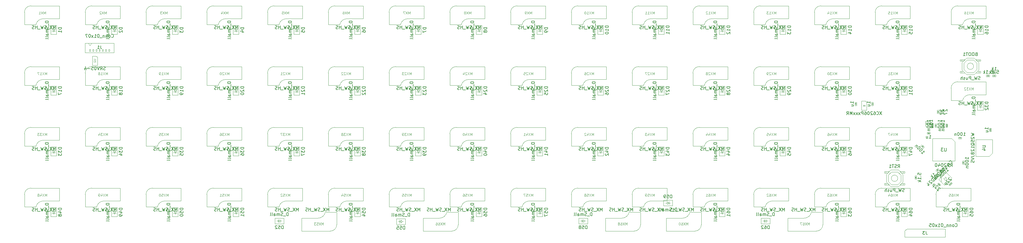
<source format=gbr>
G04 #@! TF.GenerationSoftware,KiCad,Pcbnew,8.0.2-1.fc39*
G04 #@! TF.CreationDate,2024-06-01T14:36:52-04:00*
G04 #@! TF.ProjectId,KeychronQ9OrthoIntegrated,4b657963-6872-46f6-9e51-394f7274686f,rev?*
G04 #@! TF.SameCoordinates,Original*
G04 #@! TF.FileFunction,AssemblyDrawing,Bot*
%FSLAX46Y46*%
G04 Gerber Fmt 4.6, Leading zero omitted, Abs format (unit mm)*
G04 Created by KiCad (PCBNEW 8.0.2-1.fc39) date 2024-06-01 14:36:52*
%MOMM*%
%LPD*%
G01*
G04 APERTURE LIST*
%ADD10C,0.150000*%
%ADD11C,0.040000*%
%ADD12C,0.120000*%
%ADD13C,0.100000*%
%ADD14C,0.060000*%
%ADD15C,0.105000*%
%ADD16C,0.050000*%
G04 APERTURE END LIST*
D10*
X284449267Y-49237933D02*
X284449267Y-48666505D01*
X284449267Y-48952219D02*
X283449267Y-48952219D01*
X283449267Y-48952219D02*
X283592124Y-48856981D01*
X283592124Y-48856981D02*
X283687362Y-48761743D01*
X283687362Y-48761743D02*
X283734981Y-48666505D01*
X283782600Y-50095076D02*
X284449267Y-50095076D01*
X283782600Y-49666505D02*
X284306409Y-49666505D01*
X284306409Y-49666505D02*
X284401648Y-49714124D01*
X284401648Y-49714124D02*
X284449267Y-49809362D01*
X284449267Y-49809362D02*
X284449267Y-49952219D01*
X284449267Y-49952219D02*
X284401648Y-50047457D01*
X284401648Y-50047457D02*
X284354028Y-50095076D01*
D11*
X285244213Y-49362933D02*
X285256118Y-49351029D01*
X285256118Y-49351029D02*
X285268022Y-49315314D01*
X285268022Y-49315314D02*
X285268022Y-49291505D01*
X285268022Y-49291505D02*
X285256118Y-49255791D01*
X285256118Y-49255791D02*
X285232308Y-49231981D01*
X285232308Y-49231981D02*
X285208498Y-49220076D01*
X285208498Y-49220076D02*
X285160879Y-49208172D01*
X285160879Y-49208172D02*
X285125165Y-49208172D01*
X285125165Y-49208172D02*
X285077546Y-49220076D01*
X285077546Y-49220076D02*
X285053737Y-49231981D01*
X285053737Y-49231981D02*
X285029927Y-49255791D01*
X285029927Y-49255791D02*
X285018022Y-49291505D01*
X285018022Y-49291505D02*
X285018022Y-49315314D01*
X285018022Y-49315314D02*
X285029927Y-49351029D01*
X285029927Y-49351029D02*
X285041832Y-49362933D01*
X285041832Y-49458172D02*
X285029927Y-49470076D01*
X285029927Y-49470076D02*
X285018022Y-49493886D01*
X285018022Y-49493886D02*
X285018022Y-49553410D01*
X285018022Y-49553410D02*
X285029927Y-49577219D01*
X285029927Y-49577219D02*
X285041832Y-49589124D01*
X285041832Y-49589124D02*
X285065641Y-49601029D01*
X285065641Y-49601029D02*
X285089451Y-49601029D01*
X285089451Y-49601029D02*
X285125165Y-49589124D01*
X285125165Y-49589124D02*
X285268022Y-49446267D01*
X285268022Y-49446267D02*
X285268022Y-49601029D01*
D10*
X124269047Y-83004819D02*
X124269047Y-82004819D01*
X124269047Y-82004819D02*
X123935714Y-82719104D01*
X123935714Y-82719104D02*
X123602381Y-82004819D01*
X123602381Y-82004819D02*
X123602381Y-83004819D01*
X123221428Y-82004819D02*
X122554762Y-83004819D01*
X122554762Y-82004819D02*
X123221428Y-83004819D01*
X122411905Y-83100057D02*
X121650000Y-83100057D01*
X121459523Y-82957200D02*
X121316666Y-83004819D01*
X121316666Y-83004819D02*
X121078571Y-83004819D01*
X121078571Y-83004819D02*
X120983333Y-82957200D01*
X120983333Y-82957200D02*
X120935714Y-82909580D01*
X120935714Y-82909580D02*
X120888095Y-82814342D01*
X120888095Y-82814342D02*
X120888095Y-82719104D01*
X120888095Y-82719104D02*
X120935714Y-82623866D01*
X120935714Y-82623866D02*
X120983333Y-82576247D01*
X120983333Y-82576247D02*
X121078571Y-82528628D01*
X121078571Y-82528628D02*
X121269047Y-82481009D01*
X121269047Y-82481009D02*
X121364285Y-82433390D01*
X121364285Y-82433390D02*
X121411904Y-82385771D01*
X121411904Y-82385771D02*
X121459523Y-82290533D01*
X121459523Y-82290533D02*
X121459523Y-82195295D01*
X121459523Y-82195295D02*
X121411904Y-82100057D01*
X121411904Y-82100057D02*
X121364285Y-82052438D01*
X121364285Y-82052438D02*
X121269047Y-82004819D01*
X121269047Y-82004819D02*
X121030952Y-82004819D01*
X121030952Y-82004819D02*
X120888095Y-82052438D01*
X120554761Y-82004819D02*
X120316666Y-83004819D01*
X120316666Y-83004819D02*
X120126190Y-82290533D01*
X120126190Y-82290533D02*
X119935714Y-83004819D01*
X119935714Y-83004819D02*
X119697619Y-82004819D01*
X119554762Y-83100057D02*
X118792857Y-83100057D01*
X118554761Y-83004819D02*
X118554761Y-82004819D01*
X118554761Y-82481009D02*
X117983333Y-82481009D01*
X117983333Y-83004819D02*
X117983333Y-82004819D01*
X117554761Y-82957200D02*
X117411904Y-83004819D01*
X117411904Y-83004819D02*
X117173809Y-83004819D01*
X117173809Y-83004819D02*
X117078571Y-82957200D01*
X117078571Y-82957200D02*
X117030952Y-82909580D01*
X117030952Y-82909580D02*
X116983333Y-82814342D01*
X116983333Y-82814342D02*
X116983333Y-82719104D01*
X116983333Y-82719104D02*
X117030952Y-82623866D01*
X117030952Y-82623866D02*
X117078571Y-82576247D01*
X117078571Y-82576247D02*
X117173809Y-82528628D01*
X117173809Y-82528628D02*
X117364285Y-82481009D01*
X117364285Y-82481009D02*
X117459523Y-82433390D01*
X117459523Y-82433390D02*
X117507142Y-82385771D01*
X117507142Y-82385771D02*
X117554761Y-82290533D01*
X117554761Y-82290533D02*
X117554761Y-82195295D01*
X117554761Y-82195295D02*
X117507142Y-82100057D01*
X117507142Y-82100057D02*
X117459523Y-82052438D01*
X117459523Y-82052438D02*
X117364285Y-82004819D01*
X117364285Y-82004819D02*
X117126190Y-82004819D01*
X117126190Y-82004819D02*
X116983333Y-82052438D01*
D12*
X121559523Y-78413855D02*
X121559523Y-77613855D01*
X121559523Y-77613855D02*
X121292857Y-78185283D01*
X121292857Y-78185283D02*
X121026190Y-77613855D01*
X121026190Y-77613855D02*
X121026190Y-78413855D01*
X120721428Y-77613855D02*
X120188094Y-78413855D01*
X120188094Y-77613855D02*
X120721428Y-78413855D01*
X119502380Y-77613855D02*
X119883332Y-77613855D01*
X119883332Y-77613855D02*
X119921428Y-77994807D01*
X119921428Y-77994807D02*
X119883332Y-77956712D01*
X119883332Y-77956712D02*
X119807142Y-77918617D01*
X119807142Y-77918617D02*
X119616666Y-77918617D01*
X119616666Y-77918617D02*
X119540475Y-77956712D01*
X119540475Y-77956712D02*
X119502380Y-77994807D01*
X119502380Y-77994807D02*
X119464285Y-78070998D01*
X119464285Y-78070998D02*
X119464285Y-78261474D01*
X119464285Y-78261474D02*
X119502380Y-78337664D01*
X119502380Y-78337664D02*
X119540475Y-78375760D01*
X119540475Y-78375760D02*
X119616666Y-78413855D01*
X119616666Y-78413855D02*
X119807142Y-78413855D01*
X119807142Y-78413855D02*
X119883332Y-78375760D01*
X119883332Y-78375760D02*
X119921428Y-78337664D01*
X118778570Y-77880521D02*
X118778570Y-78413855D01*
X118969046Y-77575760D02*
X119159523Y-78147188D01*
X119159523Y-78147188D02*
X118664284Y-78147188D01*
D10*
X181419047Y-25854819D02*
X181419047Y-24854819D01*
X181419047Y-24854819D02*
X181085714Y-25569104D01*
X181085714Y-25569104D02*
X180752381Y-24854819D01*
X180752381Y-24854819D02*
X180752381Y-25854819D01*
X180371428Y-24854819D02*
X179704762Y-25854819D01*
X179704762Y-24854819D02*
X180371428Y-25854819D01*
X179561905Y-25950057D02*
X178800000Y-25950057D01*
X178609523Y-25807200D02*
X178466666Y-25854819D01*
X178466666Y-25854819D02*
X178228571Y-25854819D01*
X178228571Y-25854819D02*
X178133333Y-25807200D01*
X178133333Y-25807200D02*
X178085714Y-25759580D01*
X178085714Y-25759580D02*
X178038095Y-25664342D01*
X178038095Y-25664342D02*
X178038095Y-25569104D01*
X178038095Y-25569104D02*
X178085714Y-25473866D01*
X178085714Y-25473866D02*
X178133333Y-25426247D01*
X178133333Y-25426247D02*
X178228571Y-25378628D01*
X178228571Y-25378628D02*
X178419047Y-25331009D01*
X178419047Y-25331009D02*
X178514285Y-25283390D01*
X178514285Y-25283390D02*
X178561904Y-25235771D01*
X178561904Y-25235771D02*
X178609523Y-25140533D01*
X178609523Y-25140533D02*
X178609523Y-25045295D01*
X178609523Y-25045295D02*
X178561904Y-24950057D01*
X178561904Y-24950057D02*
X178514285Y-24902438D01*
X178514285Y-24902438D02*
X178419047Y-24854819D01*
X178419047Y-24854819D02*
X178180952Y-24854819D01*
X178180952Y-24854819D02*
X178038095Y-24902438D01*
X177704761Y-24854819D02*
X177466666Y-25854819D01*
X177466666Y-25854819D02*
X177276190Y-25140533D01*
X177276190Y-25140533D02*
X177085714Y-25854819D01*
X177085714Y-25854819D02*
X176847619Y-24854819D01*
X176704762Y-25950057D02*
X175942857Y-25950057D01*
X175704761Y-25854819D02*
X175704761Y-24854819D01*
X175704761Y-25331009D02*
X175133333Y-25331009D01*
X175133333Y-25854819D02*
X175133333Y-24854819D01*
X174704761Y-25807200D02*
X174561904Y-25854819D01*
X174561904Y-25854819D02*
X174323809Y-25854819D01*
X174323809Y-25854819D02*
X174228571Y-25807200D01*
X174228571Y-25807200D02*
X174180952Y-25759580D01*
X174180952Y-25759580D02*
X174133333Y-25664342D01*
X174133333Y-25664342D02*
X174133333Y-25569104D01*
X174133333Y-25569104D02*
X174180952Y-25473866D01*
X174180952Y-25473866D02*
X174228571Y-25426247D01*
X174228571Y-25426247D02*
X174323809Y-25378628D01*
X174323809Y-25378628D02*
X174514285Y-25331009D01*
X174514285Y-25331009D02*
X174609523Y-25283390D01*
X174609523Y-25283390D02*
X174657142Y-25235771D01*
X174657142Y-25235771D02*
X174704761Y-25140533D01*
X174704761Y-25140533D02*
X174704761Y-25045295D01*
X174704761Y-25045295D02*
X174657142Y-24950057D01*
X174657142Y-24950057D02*
X174609523Y-24902438D01*
X174609523Y-24902438D02*
X174514285Y-24854819D01*
X174514285Y-24854819D02*
X174276190Y-24854819D01*
X174276190Y-24854819D02*
X174133333Y-24902438D01*
D12*
X178328571Y-21263855D02*
X178328571Y-20463855D01*
X178328571Y-20463855D02*
X178061905Y-21035283D01*
X178061905Y-21035283D02*
X177795238Y-20463855D01*
X177795238Y-20463855D02*
X177795238Y-21263855D01*
X177490476Y-20463855D02*
X176957142Y-21263855D01*
X176957142Y-20463855D02*
X177490476Y-21263855D01*
X176614285Y-21263855D02*
X176461904Y-21263855D01*
X176461904Y-21263855D02*
X176385714Y-21225760D01*
X176385714Y-21225760D02*
X176347618Y-21187664D01*
X176347618Y-21187664D02*
X176271428Y-21073379D01*
X176271428Y-21073379D02*
X176233333Y-20920998D01*
X176233333Y-20920998D02*
X176233333Y-20616236D01*
X176233333Y-20616236D02*
X176271428Y-20540045D01*
X176271428Y-20540045D02*
X176309523Y-20501950D01*
X176309523Y-20501950D02*
X176385714Y-20463855D01*
X176385714Y-20463855D02*
X176538095Y-20463855D01*
X176538095Y-20463855D02*
X176614285Y-20501950D01*
X176614285Y-20501950D02*
X176652380Y-20540045D01*
X176652380Y-20540045D02*
X176690476Y-20616236D01*
X176690476Y-20616236D02*
X176690476Y-20806712D01*
X176690476Y-20806712D02*
X176652380Y-20882902D01*
X176652380Y-20882902D02*
X176614285Y-20920998D01*
X176614285Y-20920998D02*
X176538095Y-20959093D01*
X176538095Y-20959093D02*
X176385714Y-20959093D01*
X176385714Y-20959093D02*
X176309523Y-20920998D01*
X176309523Y-20920998D02*
X176271428Y-20882902D01*
X176271428Y-20882902D02*
X176233333Y-20806712D01*
D10*
X122086747Y-23431845D02*
X121086747Y-23431845D01*
X121086747Y-23431845D02*
X121086747Y-23669940D01*
X121086747Y-23669940D02*
X121134366Y-23812797D01*
X121134366Y-23812797D02*
X121229604Y-23908035D01*
X121229604Y-23908035D02*
X121324842Y-23955654D01*
X121324842Y-23955654D02*
X121515318Y-24003273D01*
X121515318Y-24003273D02*
X121658175Y-24003273D01*
X121658175Y-24003273D02*
X121848651Y-23955654D01*
X121848651Y-23955654D02*
X121943889Y-23908035D01*
X121943889Y-23908035D02*
X122039128Y-23812797D01*
X122039128Y-23812797D02*
X122086747Y-23669940D01*
X122086747Y-23669940D02*
X122086747Y-23431845D01*
X122181985Y-24193750D02*
X122181985Y-24955654D01*
X122039128Y-25146131D02*
X122086747Y-25288988D01*
X122086747Y-25288988D02*
X122086747Y-25527083D01*
X122086747Y-25527083D02*
X122039128Y-25622321D01*
X122039128Y-25622321D02*
X121991508Y-25669940D01*
X121991508Y-25669940D02*
X121896270Y-25717559D01*
X121896270Y-25717559D02*
X121801032Y-25717559D01*
X121801032Y-25717559D02*
X121705794Y-25669940D01*
X121705794Y-25669940D02*
X121658175Y-25622321D01*
X121658175Y-25622321D02*
X121610556Y-25527083D01*
X121610556Y-25527083D02*
X121562937Y-25336607D01*
X121562937Y-25336607D02*
X121515318Y-25241369D01*
X121515318Y-25241369D02*
X121467699Y-25193750D01*
X121467699Y-25193750D02*
X121372461Y-25146131D01*
X121372461Y-25146131D02*
X121277223Y-25146131D01*
X121277223Y-25146131D02*
X121181985Y-25193750D01*
X121181985Y-25193750D02*
X121134366Y-25241369D01*
X121134366Y-25241369D02*
X121086747Y-25336607D01*
X121086747Y-25336607D02*
X121086747Y-25574702D01*
X121086747Y-25574702D02*
X121134366Y-25717559D01*
X122086747Y-26146131D02*
X121420080Y-26146131D01*
X121515318Y-26146131D02*
X121467699Y-26193750D01*
X121467699Y-26193750D02*
X121420080Y-26288988D01*
X121420080Y-26288988D02*
X121420080Y-26431845D01*
X121420080Y-26431845D02*
X121467699Y-26527083D01*
X121467699Y-26527083D02*
X121562937Y-26574702D01*
X121562937Y-26574702D02*
X122086747Y-26574702D01*
X121562937Y-26574702D02*
X121467699Y-26622321D01*
X121467699Y-26622321D02*
X121420080Y-26717559D01*
X121420080Y-26717559D02*
X121420080Y-26860416D01*
X121420080Y-26860416D02*
X121467699Y-26955655D01*
X121467699Y-26955655D02*
X121562937Y-27003274D01*
X121562937Y-27003274D02*
X122086747Y-27003274D01*
X122086747Y-27908035D02*
X121562937Y-27908035D01*
X121562937Y-27908035D02*
X121467699Y-27860416D01*
X121467699Y-27860416D02*
X121420080Y-27765178D01*
X121420080Y-27765178D02*
X121420080Y-27574702D01*
X121420080Y-27574702D02*
X121467699Y-27479464D01*
X122039128Y-27908035D02*
X122086747Y-27812797D01*
X122086747Y-27812797D02*
X122086747Y-27574702D01*
X122086747Y-27574702D02*
X122039128Y-27479464D01*
X122039128Y-27479464D02*
X121943889Y-27431845D01*
X121943889Y-27431845D02*
X121848651Y-27431845D01*
X121848651Y-27431845D02*
X121753413Y-27479464D01*
X121753413Y-27479464D02*
X121705794Y-27574702D01*
X121705794Y-27574702D02*
X121705794Y-27812797D01*
X121705794Y-27812797D02*
X121658175Y-27908035D01*
X122086747Y-28527083D02*
X122039128Y-28431845D01*
X122039128Y-28431845D02*
X121943889Y-28384226D01*
X121943889Y-28384226D02*
X121086747Y-28384226D01*
X122086747Y-29050893D02*
X122039128Y-28955655D01*
X122039128Y-28955655D02*
X121943889Y-28908036D01*
X121943889Y-28908036D02*
X121086747Y-28908036D01*
X126186747Y-25455655D02*
X125186747Y-25455655D01*
X125186747Y-25455655D02*
X125186747Y-25693750D01*
X125186747Y-25693750D02*
X125234366Y-25836607D01*
X125234366Y-25836607D02*
X125329604Y-25931845D01*
X125329604Y-25931845D02*
X125424842Y-25979464D01*
X125424842Y-25979464D02*
X125615318Y-26027083D01*
X125615318Y-26027083D02*
X125758175Y-26027083D01*
X125758175Y-26027083D02*
X125948651Y-25979464D01*
X125948651Y-25979464D02*
X126043889Y-25931845D01*
X126043889Y-25931845D02*
X126139128Y-25836607D01*
X126139128Y-25836607D02*
X126186747Y-25693750D01*
X126186747Y-25693750D02*
X126186747Y-25455655D01*
X125186747Y-26884226D02*
X125186747Y-26693750D01*
X125186747Y-26693750D02*
X125234366Y-26598512D01*
X125234366Y-26598512D02*
X125281985Y-26550893D01*
X125281985Y-26550893D02*
X125424842Y-26455655D01*
X125424842Y-26455655D02*
X125615318Y-26408036D01*
X125615318Y-26408036D02*
X125996270Y-26408036D01*
X125996270Y-26408036D02*
X126091508Y-26455655D01*
X126091508Y-26455655D02*
X126139128Y-26503274D01*
X126139128Y-26503274D02*
X126186747Y-26598512D01*
X126186747Y-26598512D02*
X126186747Y-26788988D01*
X126186747Y-26788988D02*
X126139128Y-26884226D01*
X126139128Y-26884226D02*
X126091508Y-26931845D01*
X126091508Y-26931845D02*
X125996270Y-26979464D01*
X125996270Y-26979464D02*
X125758175Y-26979464D01*
X125758175Y-26979464D02*
X125662937Y-26931845D01*
X125662937Y-26931845D02*
X125615318Y-26884226D01*
X125615318Y-26884226D02*
X125567699Y-26788988D01*
X125567699Y-26788988D02*
X125567699Y-26598512D01*
X125567699Y-26598512D02*
X125615318Y-26503274D01*
X125615318Y-26503274D02*
X125662937Y-26455655D01*
X125662937Y-26455655D02*
X125758175Y-26408036D01*
X160186715Y-80581845D02*
X159186715Y-80581845D01*
X159186715Y-80581845D02*
X159186715Y-80819940D01*
X159186715Y-80819940D02*
X159234334Y-80962797D01*
X159234334Y-80962797D02*
X159329572Y-81058035D01*
X159329572Y-81058035D02*
X159424810Y-81105654D01*
X159424810Y-81105654D02*
X159615286Y-81153273D01*
X159615286Y-81153273D02*
X159758143Y-81153273D01*
X159758143Y-81153273D02*
X159948619Y-81105654D01*
X159948619Y-81105654D02*
X160043857Y-81058035D01*
X160043857Y-81058035D02*
X160139096Y-80962797D01*
X160139096Y-80962797D02*
X160186715Y-80819940D01*
X160186715Y-80819940D02*
X160186715Y-80581845D01*
X160281953Y-81343750D02*
X160281953Y-82105654D01*
X160139096Y-82296131D02*
X160186715Y-82438988D01*
X160186715Y-82438988D02*
X160186715Y-82677083D01*
X160186715Y-82677083D02*
X160139096Y-82772321D01*
X160139096Y-82772321D02*
X160091476Y-82819940D01*
X160091476Y-82819940D02*
X159996238Y-82867559D01*
X159996238Y-82867559D02*
X159901000Y-82867559D01*
X159901000Y-82867559D02*
X159805762Y-82819940D01*
X159805762Y-82819940D02*
X159758143Y-82772321D01*
X159758143Y-82772321D02*
X159710524Y-82677083D01*
X159710524Y-82677083D02*
X159662905Y-82486607D01*
X159662905Y-82486607D02*
X159615286Y-82391369D01*
X159615286Y-82391369D02*
X159567667Y-82343750D01*
X159567667Y-82343750D02*
X159472429Y-82296131D01*
X159472429Y-82296131D02*
X159377191Y-82296131D01*
X159377191Y-82296131D02*
X159281953Y-82343750D01*
X159281953Y-82343750D02*
X159234334Y-82391369D01*
X159234334Y-82391369D02*
X159186715Y-82486607D01*
X159186715Y-82486607D02*
X159186715Y-82724702D01*
X159186715Y-82724702D02*
X159234334Y-82867559D01*
X160186715Y-83296131D02*
X159520048Y-83296131D01*
X159615286Y-83296131D02*
X159567667Y-83343750D01*
X159567667Y-83343750D02*
X159520048Y-83438988D01*
X159520048Y-83438988D02*
X159520048Y-83581845D01*
X159520048Y-83581845D02*
X159567667Y-83677083D01*
X159567667Y-83677083D02*
X159662905Y-83724702D01*
X159662905Y-83724702D02*
X160186715Y-83724702D01*
X159662905Y-83724702D02*
X159567667Y-83772321D01*
X159567667Y-83772321D02*
X159520048Y-83867559D01*
X159520048Y-83867559D02*
X159520048Y-84010416D01*
X159520048Y-84010416D02*
X159567667Y-84105655D01*
X159567667Y-84105655D02*
X159662905Y-84153274D01*
X159662905Y-84153274D02*
X160186715Y-84153274D01*
X160186715Y-85058035D02*
X159662905Y-85058035D01*
X159662905Y-85058035D02*
X159567667Y-85010416D01*
X159567667Y-85010416D02*
X159520048Y-84915178D01*
X159520048Y-84915178D02*
X159520048Y-84724702D01*
X159520048Y-84724702D02*
X159567667Y-84629464D01*
X160139096Y-85058035D02*
X160186715Y-84962797D01*
X160186715Y-84962797D02*
X160186715Y-84724702D01*
X160186715Y-84724702D02*
X160139096Y-84629464D01*
X160139096Y-84629464D02*
X160043857Y-84581845D01*
X160043857Y-84581845D02*
X159948619Y-84581845D01*
X159948619Y-84581845D02*
X159853381Y-84629464D01*
X159853381Y-84629464D02*
X159805762Y-84724702D01*
X159805762Y-84724702D02*
X159805762Y-84962797D01*
X159805762Y-84962797D02*
X159758143Y-85058035D01*
X160186715Y-85677083D02*
X160139096Y-85581845D01*
X160139096Y-85581845D02*
X160043857Y-85534226D01*
X160043857Y-85534226D02*
X159186715Y-85534226D01*
X160186715Y-86200893D02*
X160139096Y-86105655D01*
X160139096Y-86105655D02*
X160043857Y-86058036D01*
X160043857Y-86058036D02*
X159186715Y-86058036D01*
X164286715Y-82129464D02*
X163286715Y-82129464D01*
X163286715Y-82129464D02*
X163286715Y-82367559D01*
X163286715Y-82367559D02*
X163334334Y-82510416D01*
X163334334Y-82510416D02*
X163429572Y-82605654D01*
X163429572Y-82605654D02*
X163524810Y-82653273D01*
X163524810Y-82653273D02*
X163715286Y-82700892D01*
X163715286Y-82700892D02*
X163858143Y-82700892D01*
X163858143Y-82700892D02*
X164048619Y-82653273D01*
X164048619Y-82653273D02*
X164143857Y-82605654D01*
X164143857Y-82605654D02*
X164239096Y-82510416D01*
X164239096Y-82510416D02*
X164286715Y-82367559D01*
X164286715Y-82367559D02*
X164286715Y-82129464D01*
X163286715Y-83605654D02*
X163286715Y-83129464D01*
X163286715Y-83129464D02*
X163762905Y-83081845D01*
X163762905Y-83081845D02*
X163715286Y-83129464D01*
X163715286Y-83129464D02*
X163667667Y-83224702D01*
X163667667Y-83224702D02*
X163667667Y-83462797D01*
X163667667Y-83462797D02*
X163715286Y-83558035D01*
X163715286Y-83558035D02*
X163762905Y-83605654D01*
X163762905Y-83605654D02*
X163858143Y-83653273D01*
X163858143Y-83653273D02*
X164096238Y-83653273D01*
X164096238Y-83653273D02*
X164191476Y-83605654D01*
X164191476Y-83605654D02*
X164239096Y-83558035D01*
X164239096Y-83558035D02*
X164286715Y-83462797D01*
X164286715Y-83462797D02*
X164286715Y-83224702D01*
X164286715Y-83224702D02*
X164239096Y-83129464D01*
X164239096Y-83129464D02*
X164191476Y-83081845D01*
X163286715Y-84510416D02*
X163286715Y-84319940D01*
X163286715Y-84319940D02*
X163334334Y-84224702D01*
X163334334Y-84224702D02*
X163381953Y-84177083D01*
X163381953Y-84177083D02*
X163524810Y-84081845D01*
X163524810Y-84081845D02*
X163715286Y-84034226D01*
X163715286Y-84034226D02*
X164096238Y-84034226D01*
X164096238Y-84034226D02*
X164191476Y-84081845D01*
X164191476Y-84081845D02*
X164239096Y-84129464D01*
X164239096Y-84129464D02*
X164286715Y-84224702D01*
X164286715Y-84224702D02*
X164286715Y-84415178D01*
X164286715Y-84415178D02*
X164239096Y-84510416D01*
X164239096Y-84510416D02*
X164191476Y-84558035D01*
X164191476Y-84558035D02*
X164096238Y-84605654D01*
X164096238Y-84605654D02*
X163858143Y-84605654D01*
X163858143Y-84605654D02*
X163762905Y-84558035D01*
X163762905Y-84558035D02*
X163715286Y-84510416D01*
X163715286Y-84510416D02*
X163667667Y-84415178D01*
X163667667Y-84415178D02*
X163667667Y-84224702D01*
X163667667Y-84224702D02*
X163715286Y-84129464D01*
X163715286Y-84129464D02*
X163762905Y-84081845D01*
X163762905Y-84081845D02*
X163858143Y-84034226D01*
X105219047Y-63954819D02*
X105219047Y-62954819D01*
X105219047Y-62954819D02*
X104885714Y-63669104D01*
X104885714Y-63669104D02*
X104552381Y-62954819D01*
X104552381Y-62954819D02*
X104552381Y-63954819D01*
X104171428Y-62954819D02*
X103504762Y-63954819D01*
X103504762Y-62954819D02*
X104171428Y-63954819D01*
X103361905Y-64050057D02*
X102600000Y-64050057D01*
X102409523Y-63907200D02*
X102266666Y-63954819D01*
X102266666Y-63954819D02*
X102028571Y-63954819D01*
X102028571Y-63954819D02*
X101933333Y-63907200D01*
X101933333Y-63907200D02*
X101885714Y-63859580D01*
X101885714Y-63859580D02*
X101838095Y-63764342D01*
X101838095Y-63764342D02*
X101838095Y-63669104D01*
X101838095Y-63669104D02*
X101885714Y-63573866D01*
X101885714Y-63573866D02*
X101933333Y-63526247D01*
X101933333Y-63526247D02*
X102028571Y-63478628D01*
X102028571Y-63478628D02*
X102219047Y-63431009D01*
X102219047Y-63431009D02*
X102314285Y-63383390D01*
X102314285Y-63383390D02*
X102361904Y-63335771D01*
X102361904Y-63335771D02*
X102409523Y-63240533D01*
X102409523Y-63240533D02*
X102409523Y-63145295D01*
X102409523Y-63145295D02*
X102361904Y-63050057D01*
X102361904Y-63050057D02*
X102314285Y-63002438D01*
X102314285Y-63002438D02*
X102219047Y-62954819D01*
X102219047Y-62954819D02*
X101980952Y-62954819D01*
X101980952Y-62954819D02*
X101838095Y-63002438D01*
X101504761Y-62954819D02*
X101266666Y-63954819D01*
X101266666Y-63954819D02*
X101076190Y-63240533D01*
X101076190Y-63240533D02*
X100885714Y-63954819D01*
X100885714Y-63954819D02*
X100647619Y-62954819D01*
X100504762Y-64050057D02*
X99742857Y-64050057D01*
X99504761Y-63954819D02*
X99504761Y-62954819D01*
X99504761Y-63431009D02*
X98933333Y-63431009D01*
X98933333Y-63954819D02*
X98933333Y-62954819D01*
X98504761Y-63907200D02*
X98361904Y-63954819D01*
X98361904Y-63954819D02*
X98123809Y-63954819D01*
X98123809Y-63954819D02*
X98028571Y-63907200D01*
X98028571Y-63907200D02*
X97980952Y-63859580D01*
X97980952Y-63859580D02*
X97933333Y-63764342D01*
X97933333Y-63764342D02*
X97933333Y-63669104D01*
X97933333Y-63669104D02*
X97980952Y-63573866D01*
X97980952Y-63573866D02*
X98028571Y-63526247D01*
X98028571Y-63526247D02*
X98123809Y-63478628D01*
X98123809Y-63478628D02*
X98314285Y-63431009D01*
X98314285Y-63431009D02*
X98409523Y-63383390D01*
X98409523Y-63383390D02*
X98457142Y-63335771D01*
X98457142Y-63335771D02*
X98504761Y-63240533D01*
X98504761Y-63240533D02*
X98504761Y-63145295D01*
X98504761Y-63145295D02*
X98457142Y-63050057D01*
X98457142Y-63050057D02*
X98409523Y-63002438D01*
X98409523Y-63002438D02*
X98314285Y-62954819D01*
X98314285Y-62954819D02*
X98076190Y-62954819D01*
X98076190Y-62954819D02*
X97933333Y-63002438D01*
D12*
X102509523Y-59363855D02*
X102509523Y-58563855D01*
X102509523Y-58563855D02*
X102242857Y-59135283D01*
X102242857Y-59135283D02*
X101976190Y-58563855D01*
X101976190Y-58563855D02*
X101976190Y-59363855D01*
X101671428Y-58563855D02*
X101138094Y-59363855D01*
X101138094Y-58563855D02*
X101671428Y-59363855D01*
X100909523Y-58563855D02*
X100414285Y-58563855D01*
X100414285Y-58563855D02*
X100680951Y-58868617D01*
X100680951Y-58868617D02*
X100566666Y-58868617D01*
X100566666Y-58868617D02*
X100490475Y-58906712D01*
X100490475Y-58906712D02*
X100452380Y-58944807D01*
X100452380Y-58944807D02*
X100414285Y-59020998D01*
X100414285Y-59020998D02*
X100414285Y-59211474D01*
X100414285Y-59211474D02*
X100452380Y-59287664D01*
X100452380Y-59287664D02*
X100490475Y-59325760D01*
X100490475Y-59325760D02*
X100566666Y-59363855D01*
X100566666Y-59363855D02*
X100795237Y-59363855D01*
X100795237Y-59363855D02*
X100871428Y-59325760D01*
X100871428Y-59325760D02*
X100909523Y-59287664D01*
X100147618Y-58563855D02*
X99614284Y-58563855D01*
X99614284Y-58563855D02*
X99957142Y-59363855D01*
D10*
X44636088Y-38674748D02*
X44493231Y-38722367D01*
X44493231Y-38722367D02*
X44255136Y-38722367D01*
X44255136Y-38722367D02*
X44159898Y-38674748D01*
X44159898Y-38674748D02*
X44112279Y-38627128D01*
X44112279Y-38627128D02*
X44064660Y-38531890D01*
X44064660Y-38531890D02*
X44064660Y-38436652D01*
X44064660Y-38436652D02*
X44112279Y-38341414D01*
X44112279Y-38341414D02*
X44159898Y-38293795D01*
X44159898Y-38293795D02*
X44255136Y-38246176D01*
X44255136Y-38246176D02*
X44445612Y-38198557D01*
X44445612Y-38198557D02*
X44540850Y-38150938D01*
X44540850Y-38150938D02*
X44588469Y-38103319D01*
X44588469Y-38103319D02*
X44636088Y-38008081D01*
X44636088Y-38008081D02*
X44636088Y-37912843D01*
X44636088Y-37912843D02*
X44588469Y-37817605D01*
X44588469Y-37817605D02*
X44540850Y-37769986D01*
X44540850Y-37769986D02*
X44445612Y-37722367D01*
X44445612Y-37722367D02*
X44207517Y-37722367D01*
X44207517Y-37722367D02*
X44064660Y-37769986D01*
X43064660Y-38722367D02*
X43397993Y-38246176D01*
X43636088Y-38722367D02*
X43636088Y-37722367D01*
X43636088Y-37722367D02*
X43255136Y-37722367D01*
X43255136Y-37722367D02*
X43159898Y-37769986D01*
X43159898Y-37769986D02*
X43112279Y-37817605D01*
X43112279Y-37817605D02*
X43064660Y-37912843D01*
X43064660Y-37912843D02*
X43064660Y-38055700D01*
X43064660Y-38055700D02*
X43112279Y-38150938D01*
X43112279Y-38150938D02*
X43159898Y-38198557D01*
X43159898Y-38198557D02*
X43255136Y-38246176D01*
X43255136Y-38246176D02*
X43636088Y-38246176D01*
X42778945Y-37722367D02*
X42445612Y-38722367D01*
X42445612Y-38722367D02*
X42112279Y-37722367D01*
X41588469Y-37722367D02*
X41493231Y-37722367D01*
X41493231Y-37722367D02*
X41397993Y-37769986D01*
X41397993Y-37769986D02*
X41350374Y-37817605D01*
X41350374Y-37817605D02*
X41302755Y-37912843D01*
X41302755Y-37912843D02*
X41255136Y-38103319D01*
X41255136Y-38103319D02*
X41255136Y-38341414D01*
X41255136Y-38341414D02*
X41302755Y-38531890D01*
X41302755Y-38531890D02*
X41350374Y-38627128D01*
X41350374Y-38627128D02*
X41397993Y-38674748D01*
X41397993Y-38674748D02*
X41493231Y-38722367D01*
X41493231Y-38722367D02*
X41588469Y-38722367D01*
X41588469Y-38722367D02*
X41683707Y-38674748D01*
X41683707Y-38674748D02*
X41731326Y-38627128D01*
X41731326Y-38627128D02*
X41778945Y-38531890D01*
X41778945Y-38531890D02*
X41826564Y-38341414D01*
X41826564Y-38341414D02*
X41826564Y-38103319D01*
X41826564Y-38103319D02*
X41778945Y-37912843D01*
X41778945Y-37912843D02*
X41731326Y-37817605D01*
X41731326Y-37817605D02*
X41683707Y-37769986D01*
X41683707Y-37769986D02*
X41588469Y-37722367D01*
X40350374Y-37722367D02*
X40826564Y-37722367D01*
X40826564Y-37722367D02*
X40874183Y-38198557D01*
X40874183Y-38198557D02*
X40826564Y-38150938D01*
X40826564Y-38150938D02*
X40731326Y-38103319D01*
X40731326Y-38103319D02*
X40493231Y-38103319D01*
X40493231Y-38103319D02*
X40397993Y-38150938D01*
X40397993Y-38150938D02*
X40350374Y-38198557D01*
X40350374Y-38198557D02*
X40302755Y-38293795D01*
X40302755Y-38293795D02*
X40302755Y-38531890D01*
X40302755Y-38531890D02*
X40350374Y-38627128D01*
X40350374Y-38627128D02*
X40397993Y-38674748D01*
X40397993Y-38674748D02*
X40493231Y-38722367D01*
X40493231Y-38722367D02*
X40731326Y-38722367D01*
X40731326Y-38722367D02*
X40826564Y-38674748D01*
X40826564Y-38674748D02*
X40874183Y-38627128D01*
X39874183Y-38341414D02*
X39112279Y-38341414D01*
X38207517Y-38055700D02*
X38207517Y-38722367D01*
X38445612Y-37674748D02*
X38683707Y-38389033D01*
X38683707Y-38389033D02*
X38064660Y-38389033D01*
D13*
X41046555Y-35410405D02*
X41532269Y-35410405D01*
X41532269Y-35410405D02*
X41589412Y-35438976D01*
X41589412Y-35438976D02*
X41617984Y-35467548D01*
X41617984Y-35467548D02*
X41646555Y-35524690D01*
X41646555Y-35524690D02*
X41646555Y-35638976D01*
X41646555Y-35638976D02*
X41617984Y-35696119D01*
X41617984Y-35696119D02*
X41589412Y-35724690D01*
X41589412Y-35724690D02*
X41532269Y-35753262D01*
X41532269Y-35753262D02*
X41046555Y-35753262D01*
X41103698Y-36010404D02*
X41075126Y-36038976D01*
X41075126Y-36038976D02*
X41046555Y-36096119D01*
X41046555Y-36096119D02*
X41046555Y-36238976D01*
X41046555Y-36238976D02*
X41075126Y-36296119D01*
X41075126Y-36296119D02*
X41103698Y-36324690D01*
X41103698Y-36324690D02*
X41160841Y-36353261D01*
X41160841Y-36353261D02*
X41217984Y-36353261D01*
X41217984Y-36353261D02*
X41303698Y-36324690D01*
X41303698Y-36324690D02*
X41646555Y-35981833D01*
X41646555Y-35981833D02*
X41646555Y-36353261D01*
D10*
X217336667Y-61531845D02*
X216336667Y-61531845D01*
X216336667Y-61531845D02*
X216336667Y-61769940D01*
X216336667Y-61769940D02*
X216384286Y-61912797D01*
X216384286Y-61912797D02*
X216479524Y-62008035D01*
X216479524Y-62008035D02*
X216574762Y-62055654D01*
X216574762Y-62055654D02*
X216765238Y-62103273D01*
X216765238Y-62103273D02*
X216908095Y-62103273D01*
X216908095Y-62103273D02*
X217098571Y-62055654D01*
X217098571Y-62055654D02*
X217193809Y-62008035D01*
X217193809Y-62008035D02*
X217289048Y-61912797D01*
X217289048Y-61912797D02*
X217336667Y-61769940D01*
X217336667Y-61769940D02*
X217336667Y-61531845D01*
X217431905Y-62293750D02*
X217431905Y-63055654D01*
X217289048Y-63246131D02*
X217336667Y-63388988D01*
X217336667Y-63388988D02*
X217336667Y-63627083D01*
X217336667Y-63627083D02*
X217289048Y-63722321D01*
X217289048Y-63722321D02*
X217241428Y-63769940D01*
X217241428Y-63769940D02*
X217146190Y-63817559D01*
X217146190Y-63817559D02*
X217050952Y-63817559D01*
X217050952Y-63817559D02*
X216955714Y-63769940D01*
X216955714Y-63769940D02*
X216908095Y-63722321D01*
X216908095Y-63722321D02*
X216860476Y-63627083D01*
X216860476Y-63627083D02*
X216812857Y-63436607D01*
X216812857Y-63436607D02*
X216765238Y-63341369D01*
X216765238Y-63341369D02*
X216717619Y-63293750D01*
X216717619Y-63293750D02*
X216622381Y-63246131D01*
X216622381Y-63246131D02*
X216527143Y-63246131D01*
X216527143Y-63246131D02*
X216431905Y-63293750D01*
X216431905Y-63293750D02*
X216384286Y-63341369D01*
X216384286Y-63341369D02*
X216336667Y-63436607D01*
X216336667Y-63436607D02*
X216336667Y-63674702D01*
X216336667Y-63674702D02*
X216384286Y-63817559D01*
X217336667Y-64246131D02*
X216670000Y-64246131D01*
X216765238Y-64246131D02*
X216717619Y-64293750D01*
X216717619Y-64293750D02*
X216670000Y-64388988D01*
X216670000Y-64388988D02*
X216670000Y-64531845D01*
X216670000Y-64531845D02*
X216717619Y-64627083D01*
X216717619Y-64627083D02*
X216812857Y-64674702D01*
X216812857Y-64674702D02*
X217336667Y-64674702D01*
X216812857Y-64674702D02*
X216717619Y-64722321D01*
X216717619Y-64722321D02*
X216670000Y-64817559D01*
X216670000Y-64817559D02*
X216670000Y-64960416D01*
X216670000Y-64960416D02*
X216717619Y-65055655D01*
X216717619Y-65055655D02*
X216812857Y-65103274D01*
X216812857Y-65103274D02*
X217336667Y-65103274D01*
X217336667Y-66008035D02*
X216812857Y-66008035D01*
X216812857Y-66008035D02*
X216717619Y-65960416D01*
X216717619Y-65960416D02*
X216670000Y-65865178D01*
X216670000Y-65865178D02*
X216670000Y-65674702D01*
X216670000Y-65674702D02*
X216717619Y-65579464D01*
X217289048Y-66008035D02*
X217336667Y-65912797D01*
X217336667Y-65912797D02*
X217336667Y-65674702D01*
X217336667Y-65674702D02*
X217289048Y-65579464D01*
X217289048Y-65579464D02*
X217193809Y-65531845D01*
X217193809Y-65531845D02*
X217098571Y-65531845D01*
X217098571Y-65531845D02*
X217003333Y-65579464D01*
X217003333Y-65579464D02*
X216955714Y-65674702D01*
X216955714Y-65674702D02*
X216955714Y-65912797D01*
X216955714Y-65912797D02*
X216908095Y-66008035D01*
X217336667Y-66627083D02*
X217289048Y-66531845D01*
X217289048Y-66531845D02*
X217193809Y-66484226D01*
X217193809Y-66484226D02*
X216336667Y-66484226D01*
X217336667Y-67150893D02*
X217289048Y-67055655D01*
X217289048Y-67055655D02*
X217193809Y-67008036D01*
X217193809Y-67008036D02*
X216336667Y-67008036D01*
X221436667Y-63079464D02*
X220436667Y-63079464D01*
X220436667Y-63079464D02*
X220436667Y-63317559D01*
X220436667Y-63317559D02*
X220484286Y-63460416D01*
X220484286Y-63460416D02*
X220579524Y-63555654D01*
X220579524Y-63555654D02*
X220674762Y-63603273D01*
X220674762Y-63603273D02*
X220865238Y-63650892D01*
X220865238Y-63650892D02*
X221008095Y-63650892D01*
X221008095Y-63650892D02*
X221198571Y-63603273D01*
X221198571Y-63603273D02*
X221293809Y-63555654D01*
X221293809Y-63555654D02*
X221389048Y-63460416D01*
X221389048Y-63460416D02*
X221436667Y-63317559D01*
X221436667Y-63317559D02*
X221436667Y-63079464D01*
X220770000Y-64508035D02*
X221436667Y-64508035D01*
X220389048Y-64269940D02*
X221103333Y-64031845D01*
X221103333Y-64031845D02*
X221103333Y-64650892D01*
X220436667Y-64936607D02*
X220436667Y-65555654D01*
X220436667Y-65555654D02*
X220817619Y-65222321D01*
X220817619Y-65222321D02*
X220817619Y-65365178D01*
X220817619Y-65365178D02*
X220865238Y-65460416D01*
X220865238Y-65460416D02*
X220912857Y-65508035D01*
X220912857Y-65508035D02*
X221008095Y-65555654D01*
X221008095Y-65555654D02*
X221246190Y-65555654D01*
X221246190Y-65555654D02*
X221341428Y-65508035D01*
X221341428Y-65508035D02*
X221389048Y-65460416D01*
X221389048Y-65460416D02*
X221436667Y-65365178D01*
X221436667Y-65365178D02*
X221436667Y-65079464D01*
X221436667Y-65079464D02*
X221389048Y-64984226D01*
X221389048Y-64984226D02*
X221341428Y-64936607D01*
X86169047Y-44904819D02*
X86169047Y-43904819D01*
X86169047Y-43904819D02*
X85835714Y-44619104D01*
X85835714Y-44619104D02*
X85502381Y-43904819D01*
X85502381Y-43904819D02*
X85502381Y-44904819D01*
X85121428Y-43904819D02*
X84454762Y-44904819D01*
X84454762Y-43904819D02*
X85121428Y-44904819D01*
X84311905Y-45000057D02*
X83550000Y-45000057D01*
X83359523Y-44857200D02*
X83216666Y-44904819D01*
X83216666Y-44904819D02*
X82978571Y-44904819D01*
X82978571Y-44904819D02*
X82883333Y-44857200D01*
X82883333Y-44857200D02*
X82835714Y-44809580D01*
X82835714Y-44809580D02*
X82788095Y-44714342D01*
X82788095Y-44714342D02*
X82788095Y-44619104D01*
X82788095Y-44619104D02*
X82835714Y-44523866D01*
X82835714Y-44523866D02*
X82883333Y-44476247D01*
X82883333Y-44476247D02*
X82978571Y-44428628D01*
X82978571Y-44428628D02*
X83169047Y-44381009D01*
X83169047Y-44381009D02*
X83264285Y-44333390D01*
X83264285Y-44333390D02*
X83311904Y-44285771D01*
X83311904Y-44285771D02*
X83359523Y-44190533D01*
X83359523Y-44190533D02*
X83359523Y-44095295D01*
X83359523Y-44095295D02*
X83311904Y-44000057D01*
X83311904Y-44000057D02*
X83264285Y-43952438D01*
X83264285Y-43952438D02*
X83169047Y-43904819D01*
X83169047Y-43904819D02*
X82930952Y-43904819D01*
X82930952Y-43904819D02*
X82788095Y-43952438D01*
X82454761Y-43904819D02*
X82216666Y-44904819D01*
X82216666Y-44904819D02*
X82026190Y-44190533D01*
X82026190Y-44190533D02*
X81835714Y-44904819D01*
X81835714Y-44904819D02*
X81597619Y-43904819D01*
X81454762Y-45000057D02*
X80692857Y-45000057D01*
X80454761Y-44904819D02*
X80454761Y-43904819D01*
X80454761Y-44381009D02*
X79883333Y-44381009D01*
X79883333Y-44904819D02*
X79883333Y-43904819D01*
X79454761Y-44857200D02*
X79311904Y-44904819D01*
X79311904Y-44904819D02*
X79073809Y-44904819D01*
X79073809Y-44904819D02*
X78978571Y-44857200D01*
X78978571Y-44857200D02*
X78930952Y-44809580D01*
X78930952Y-44809580D02*
X78883333Y-44714342D01*
X78883333Y-44714342D02*
X78883333Y-44619104D01*
X78883333Y-44619104D02*
X78930952Y-44523866D01*
X78930952Y-44523866D02*
X78978571Y-44476247D01*
X78978571Y-44476247D02*
X79073809Y-44428628D01*
X79073809Y-44428628D02*
X79264285Y-44381009D01*
X79264285Y-44381009D02*
X79359523Y-44333390D01*
X79359523Y-44333390D02*
X79407142Y-44285771D01*
X79407142Y-44285771D02*
X79454761Y-44190533D01*
X79454761Y-44190533D02*
X79454761Y-44095295D01*
X79454761Y-44095295D02*
X79407142Y-44000057D01*
X79407142Y-44000057D02*
X79359523Y-43952438D01*
X79359523Y-43952438D02*
X79264285Y-43904819D01*
X79264285Y-43904819D02*
X79026190Y-43904819D01*
X79026190Y-43904819D02*
X78883333Y-43952438D01*
D12*
X83459523Y-40313855D02*
X83459523Y-39513855D01*
X83459523Y-39513855D02*
X83192857Y-40085283D01*
X83192857Y-40085283D02*
X82926190Y-39513855D01*
X82926190Y-39513855D02*
X82926190Y-40313855D01*
X82621428Y-39513855D02*
X82088094Y-40313855D01*
X82088094Y-39513855D02*
X82621428Y-40313855D01*
X81821428Y-39590045D02*
X81783332Y-39551950D01*
X81783332Y-39551950D02*
X81707142Y-39513855D01*
X81707142Y-39513855D02*
X81516666Y-39513855D01*
X81516666Y-39513855D02*
X81440475Y-39551950D01*
X81440475Y-39551950D02*
X81402380Y-39590045D01*
X81402380Y-39590045D02*
X81364285Y-39666236D01*
X81364285Y-39666236D02*
X81364285Y-39742426D01*
X81364285Y-39742426D02*
X81402380Y-39856712D01*
X81402380Y-39856712D02*
X81859523Y-40313855D01*
X81859523Y-40313855D02*
X81364285Y-40313855D01*
X80869046Y-39513855D02*
X80792856Y-39513855D01*
X80792856Y-39513855D02*
X80716665Y-39551950D01*
X80716665Y-39551950D02*
X80678570Y-39590045D01*
X80678570Y-39590045D02*
X80640475Y-39666236D01*
X80640475Y-39666236D02*
X80602380Y-39818617D01*
X80602380Y-39818617D02*
X80602380Y-40009093D01*
X80602380Y-40009093D02*
X80640475Y-40161474D01*
X80640475Y-40161474D02*
X80678570Y-40237664D01*
X80678570Y-40237664D02*
X80716665Y-40275760D01*
X80716665Y-40275760D02*
X80792856Y-40313855D01*
X80792856Y-40313855D02*
X80869046Y-40313855D01*
X80869046Y-40313855D02*
X80945237Y-40275760D01*
X80945237Y-40275760D02*
X80983332Y-40237664D01*
X80983332Y-40237664D02*
X81021427Y-40161474D01*
X81021427Y-40161474D02*
X81059523Y-40009093D01*
X81059523Y-40009093D02*
X81059523Y-39818617D01*
X81059523Y-39818617D02*
X81021427Y-39666236D01*
X81021427Y-39666236D02*
X80983332Y-39590045D01*
X80983332Y-39590045D02*
X80945237Y-39551950D01*
X80945237Y-39551950D02*
X80869046Y-39513855D01*
D10*
X26836827Y-23431845D02*
X25836827Y-23431845D01*
X25836827Y-23431845D02*
X25836827Y-23669940D01*
X25836827Y-23669940D02*
X25884446Y-23812797D01*
X25884446Y-23812797D02*
X25979684Y-23908035D01*
X25979684Y-23908035D02*
X26074922Y-23955654D01*
X26074922Y-23955654D02*
X26265398Y-24003273D01*
X26265398Y-24003273D02*
X26408255Y-24003273D01*
X26408255Y-24003273D02*
X26598731Y-23955654D01*
X26598731Y-23955654D02*
X26693969Y-23908035D01*
X26693969Y-23908035D02*
X26789208Y-23812797D01*
X26789208Y-23812797D02*
X26836827Y-23669940D01*
X26836827Y-23669940D02*
X26836827Y-23431845D01*
X26932065Y-24193750D02*
X26932065Y-24955654D01*
X26789208Y-25146131D02*
X26836827Y-25288988D01*
X26836827Y-25288988D02*
X26836827Y-25527083D01*
X26836827Y-25527083D02*
X26789208Y-25622321D01*
X26789208Y-25622321D02*
X26741588Y-25669940D01*
X26741588Y-25669940D02*
X26646350Y-25717559D01*
X26646350Y-25717559D02*
X26551112Y-25717559D01*
X26551112Y-25717559D02*
X26455874Y-25669940D01*
X26455874Y-25669940D02*
X26408255Y-25622321D01*
X26408255Y-25622321D02*
X26360636Y-25527083D01*
X26360636Y-25527083D02*
X26313017Y-25336607D01*
X26313017Y-25336607D02*
X26265398Y-25241369D01*
X26265398Y-25241369D02*
X26217779Y-25193750D01*
X26217779Y-25193750D02*
X26122541Y-25146131D01*
X26122541Y-25146131D02*
X26027303Y-25146131D01*
X26027303Y-25146131D02*
X25932065Y-25193750D01*
X25932065Y-25193750D02*
X25884446Y-25241369D01*
X25884446Y-25241369D02*
X25836827Y-25336607D01*
X25836827Y-25336607D02*
X25836827Y-25574702D01*
X25836827Y-25574702D02*
X25884446Y-25717559D01*
X26836827Y-26146131D02*
X26170160Y-26146131D01*
X26265398Y-26146131D02*
X26217779Y-26193750D01*
X26217779Y-26193750D02*
X26170160Y-26288988D01*
X26170160Y-26288988D02*
X26170160Y-26431845D01*
X26170160Y-26431845D02*
X26217779Y-26527083D01*
X26217779Y-26527083D02*
X26313017Y-26574702D01*
X26313017Y-26574702D02*
X26836827Y-26574702D01*
X26313017Y-26574702D02*
X26217779Y-26622321D01*
X26217779Y-26622321D02*
X26170160Y-26717559D01*
X26170160Y-26717559D02*
X26170160Y-26860416D01*
X26170160Y-26860416D02*
X26217779Y-26955655D01*
X26217779Y-26955655D02*
X26313017Y-27003274D01*
X26313017Y-27003274D02*
X26836827Y-27003274D01*
X26836827Y-27908035D02*
X26313017Y-27908035D01*
X26313017Y-27908035D02*
X26217779Y-27860416D01*
X26217779Y-27860416D02*
X26170160Y-27765178D01*
X26170160Y-27765178D02*
X26170160Y-27574702D01*
X26170160Y-27574702D02*
X26217779Y-27479464D01*
X26789208Y-27908035D02*
X26836827Y-27812797D01*
X26836827Y-27812797D02*
X26836827Y-27574702D01*
X26836827Y-27574702D02*
X26789208Y-27479464D01*
X26789208Y-27479464D02*
X26693969Y-27431845D01*
X26693969Y-27431845D02*
X26598731Y-27431845D01*
X26598731Y-27431845D02*
X26503493Y-27479464D01*
X26503493Y-27479464D02*
X26455874Y-27574702D01*
X26455874Y-27574702D02*
X26455874Y-27812797D01*
X26455874Y-27812797D02*
X26408255Y-27908035D01*
X26836827Y-28527083D02*
X26789208Y-28431845D01*
X26789208Y-28431845D02*
X26693969Y-28384226D01*
X26693969Y-28384226D02*
X25836827Y-28384226D01*
X26836827Y-29050893D02*
X26789208Y-28955655D01*
X26789208Y-28955655D02*
X26693969Y-28908036D01*
X26693969Y-28908036D02*
X25836827Y-28908036D01*
X30936827Y-25455655D02*
X29936827Y-25455655D01*
X29936827Y-25455655D02*
X29936827Y-25693750D01*
X29936827Y-25693750D02*
X29984446Y-25836607D01*
X29984446Y-25836607D02*
X30079684Y-25931845D01*
X30079684Y-25931845D02*
X30174922Y-25979464D01*
X30174922Y-25979464D02*
X30365398Y-26027083D01*
X30365398Y-26027083D02*
X30508255Y-26027083D01*
X30508255Y-26027083D02*
X30698731Y-25979464D01*
X30698731Y-25979464D02*
X30793969Y-25931845D01*
X30793969Y-25931845D02*
X30889208Y-25836607D01*
X30889208Y-25836607D02*
X30936827Y-25693750D01*
X30936827Y-25693750D02*
X30936827Y-25455655D01*
X30936827Y-26979464D02*
X30936827Y-26408036D01*
X30936827Y-26693750D02*
X29936827Y-26693750D01*
X29936827Y-26693750D02*
X30079684Y-26598512D01*
X30079684Y-26598512D02*
X30174922Y-26503274D01*
X30174922Y-26503274D02*
X30222541Y-26408036D01*
X64936795Y-23431845D02*
X63936795Y-23431845D01*
X63936795Y-23431845D02*
X63936795Y-23669940D01*
X63936795Y-23669940D02*
X63984414Y-23812797D01*
X63984414Y-23812797D02*
X64079652Y-23908035D01*
X64079652Y-23908035D02*
X64174890Y-23955654D01*
X64174890Y-23955654D02*
X64365366Y-24003273D01*
X64365366Y-24003273D02*
X64508223Y-24003273D01*
X64508223Y-24003273D02*
X64698699Y-23955654D01*
X64698699Y-23955654D02*
X64793937Y-23908035D01*
X64793937Y-23908035D02*
X64889176Y-23812797D01*
X64889176Y-23812797D02*
X64936795Y-23669940D01*
X64936795Y-23669940D02*
X64936795Y-23431845D01*
X65032033Y-24193750D02*
X65032033Y-24955654D01*
X64889176Y-25146131D02*
X64936795Y-25288988D01*
X64936795Y-25288988D02*
X64936795Y-25527083D01*
X64936795Y-25527083D02*
X64889176Y-25622321D01*
X64889176Y-25622321D02*
X64841556Y-25669940D01*
X64841556Y-25669940D02*
X64746318Y-25717559D01*
X64746318Y-25717559D02*
X64651080Y-25717559D01*
X64651080Y-25717559D02*
X64555842Y-25669940D01*
X64555842Y-25669940D02*
X64508223Y-25622321D01*
X64508223Y-25622321D02*
X64460604Y-25527083D01*
X64460604Y-25527083D02*
X64412985Y-25336607D01*
X64412985Y-25336607D02*
X64365366Y-25241369D01*
X64365366Y-25241369D02*
X64317747Y-25193750D01*
X64317747Y-25193750D02*
X64222509Y-25146131D01*
X64222509Y-25146131D02*
X64127271Y-25146131D01*
X64127271Y-25146131D02*
X64032033Y-25193750D01*
X64032033Y-25193750D02*
X63984414Y-25241369D01*
X63984414Y-25241369D02*
X63936795Y-25336607D01*
X63936795Y-25336607D02*
X63936795Y-25574702D01*
X63936795Y-25574702D02*
X63984414Y-25717559D01*
X64936795Y-26146131D02*
X64270128Y-26146131D01*
X64365366Y-26146131D02*
X64317747Y-26193750D01*
X64317747Y-26193750D02*
X64270128Y-26288988D01*
X64270128Y-26288988D02*
X64270128Y-26431845D01*
X64270128Y-26431845D02*
X64317747Y-26527083D01*
X64317747Y-26527083D02*
X64412985Y-26574702D01*
X64412985Y-26574702D02*
X64936795Y-26574702D01*
X64412985Y-26574702D02*
X64317747Y-26622321D01*
X64317747Y-26622321D02*
X64270128Y-26717559D01*
X64270128Y-26717559D02*
X64270128Y-26860416D01*
X64270128Y-26860416D02*
X64317747Y-26955655D01*
X64317747Y-26955655D02*
X64412985Y-27003274D01*
X64412985Y-27003274D02*
X64936795Y-27003274D01*
X64936795Y-27908035D02*
X64412985Y-27908035D01*
X64412985Y-27908035D02*
X64317747Y-27860416D01*
X64317747Y-27860416D02*
X64270128Y-27765178D01*
X64270128Y-27765178D02*
X64270128Y-27574702D01*
X64270128Y-27574702D02*
X64317747Y-27479464D01*
X64889176Y-27908035D02*
X64936795Y-27812797D01*
X64936795Y-27812797D02*
X64936795Y-27574702D01*
X64936795Y-27574702D02*
X64889176Y-27479464D01*
X64889176Y-27479464D02*
X64793937Y-27431845D01*
X64793937Y-27431845D02*
X64698699Y-27431845D01*
X64698699Y-27431845D02*
X64603461Y-27479464D01*
X64603461Y-27479464D02*
X64555842Y-27574702D01*
X64555842Y-27574702D02*
X64555842Y-27812797D01*
X64555842Y-27812797D02*
X64508223Y-27908035D01*
X64936795Y-28527083D02*
X64889176Y-28431845D01*
X64889176Y-28431845D02*
X64793937Y-28384226D01*
X64793937Y-28384226D02*
X63936795Y-28384226D01*
X64936795Y-29050893D02*
X64889176Y-28955655D01*
X64889176Y-28955655D02*
X64793937Y-28908036D01*
X64793937Y-28908036D02*
X63936795Y-28908036D01*
X69036795Y-25455655D02*
X68036795Y-25455655D01*
X68036795Y-25455655D02*
X68036795Y-25693750D01*
X68036795Y-25693750D02*
X68084414Y-25836607D01*
X68084414Y-25836607D02*
X68179652Y-25931845D01*
X68179652Y-25931845D02*
X68274890Y-25979464D01*
X68274890Y-25979464D02*
X68465366Y-26027083D01*
X68465366Y-26027083D02*
X68608223Y-26027083D01*
X68608223Y-26027083D02*
X68798699Y-25979464D01*
X68798699Y-25979464D02*
X68893937Y-25931845D01*
X68893937Y-25931845D02*
X68989176Y-25836607D01*
X68989176Y-25836607D02*
X69036795Y-25693750D01*
X69036795Y-25693750D02*
X69036795Y-25455655D01*
X68036795Y-26360417D02*
X68036795Y-26979464D01*
X68036795Y-26979464D02*
X68417747Y-26646131D01*
X68417747Y-26646131D02*
X68417747Y-26788988D01*
X68417747Y-26788988D02*
X68465366Y-26884226D01*
X68465366Y-26884226D02*
X68512985Y-26931845D01*
X68512985Y-26931845D02*
X68608223Y-26979464D01*
X68608223Y-26979464D02*
X68846318Y-26979464D01*
X68846318Y-26979464D02*
X68941556Y-26931845D01*
X68941556Y-26931845D02*
X68989176Y-26884226D01*
X68989176Y-26884226D02*
X69036795Y-26788988D01*
X69036795Y-26788988D02*
X69036795Y-26503274D01*
X69036795Y-26503274D02*
X68989176Y-26408036D01*
X68989176Y-26408036D02*
X68941556Y-26360417D01*
X26836827Y-42481845D02*
X25836827Y-42481845D01*
X25836827Y-42481845D02*
X25836827Y-42719940D01*
X25836827Y-42719940D02*
X25884446Y-42862797D01*
X25884446Y-42862797D02*
X25979684Y-42958035D01*
X25979684Y-42958035D02*
X26074922Y-43005654D01*
X26074922Y-43005654D02*
X26265398Y-43053273D01*
X26265398Y-43053273D02*
X26408255Y-43053273D01*
X26408255Y-43053273D02*
X26598731Y-43005654D01*
X26598731Y-43005654D02*
X26693969Y-42958035D01*
X26693969Y-42958035D02*
X26789208Y-42862797D01*
X26789208Y-42862797D02*
X26836827Y-42719940D01*
X26836827Y-42719940D02*
X26836827Y-42481845D01*
X26932065Y-43243750D02*
X26932065Y-44005654D01*
X26789208Y-44196131D02*
X26836827Y-44338988D01*
X26836827Y-44338988D02*
X26836827Y-44577083D01*
X26836827Y-44577083D02*
X26789208Y-44672321D01*
X26789208Y-44672321D02*
X26741588Y-44719940D01*
X26741588Y-44719940D02*
X26646350Y-44767559D01*
X26646350Y-44767559D02*
X26551112Y-44767559D01*
X26551112Y-44767559D02*
X26455874Y-44719940D01*
X26455874Y-44719940D02*
X26408255Y-44672321D01*
X26408255Y-44672321D02*
X26360636Y-44577083D01*
X26360636Y-44577083D02*
X26313017Y-44386607D01*
X26313017Y-44386607D02*
X26265398Y-44291369D01*
X26265398Y-44291369D02*
X26217779Y-44243750D01*
X26217779Y-44243750D02*
X26122541Y-44196131D01*
X26122541Y-44196131D02*
X26027303Y-44196131D01*
X26027303Y-44196131D02*
X25932065Y-44243750D01*
X25932065Y-44243750D02*
X25884446Y-44291369D01*
X25884446Y-44291369D02*
X25836827Y-44386607D01*
X25836827Y-44386607D02*
X25836827Y-44624702D01*
X25836827Y-44624702D02*
X25884446Y-44767559D01*
X26836827Y-45196131D02*
X26170160Y-45196131D01*
X26265398Y-45196131D02*
X26217779Y-45243750D01*
X26217779Y-45243750D02*
X26170160Y-45338988D01*
X26170160Y-45338988D02*
X26170160Y-45481845D01*
X26170160Y-45481845D02*
X26217779Y-45577083D01*
X26217779Y-45577083D02*
X26313017Y-45624702D01*
X26313017Y-45624702D02*
X26836827Y-45624702D01*
X26313017Y-45624702D02*
X26217779Y-45672321D01*
X26217779Y-45672321D02*
X26170160Y-45767559D01*
X26170160Y-45767559D02*
X26170160Y-45910416D01*
X26170160Y-45910416D02*
X26217779Y-46005655D01*
X26217779Y-46005655D02*
X26313017Y-46053274D01*
X26313017Y-46053274D02*
X26836827Y-46053274D01*
X26836827Y-46958035D02*
X26313017Y-46958035D01*
X26313017Y-46958035D02*
X26217779Y-46910416D01*
X26217779Y-46910416D02*
X26170160Y-46815178D01*
X26170160Y-46815178D02*
X26170160Y-46624702D01*
X26170160Y-46624702D02*
X26217779Y-46529464D01*
X26789208Y-46958035D02*
X26836827Y-46862797D01*
X26836827Y-46862797D02*
X26836827Y-46624702D01*
X26836827Y-46624702D02*
X26789208Y-46529464D01*
X26789208Y-46529464D02*
X26693969Y-46481845D01*
X26693969Y-46481845D02*
X26598731Y-46481845D01*
X26598731Y-46481845D02*
X26503493Y-46529464D01*
X26503493Y-46529464D02*
X26455874Y-46624702D01*
X26455874Y-46624702D02*
X26455874Y-46862797D01*
X26455874Y-46862797D02*
X26408255Y-46958035D01*
X26836827Y-47577083D02*
X26789208Y-47481845D01*
X26789208Y-47481845D02*
X26693969Y-47434226D01*
X26693969Y-47434226D02*
X25836827Y-47434226D01*
X26836827Y-48100893D02*
X26789208Y-48005655D01*
X26789208Y-48005655D02*
X26693969Y-47958036D01*
X26693969Y-47958036D02*
X25836827Y-47958036D01*
X30936827Y-44029464D02*
X29936827Y-44029464D01*
X29936827Y-44029464D02*
X29936827Y-44267559D01*
X29936827Y-44267559D02*
X29984446Y-44410416D01*
X29984446Y-44410416D02*
X30079684Y-44505654D01*
X30079684Y-44505654D02*
X30174922Y-44553273D01*
X30174922Y-44553273D02*
X30365398Y-44600892D01*
X30365398Y-44600892D02*
X30508255Y-44600892D01*
X30508255Y-44600892D02*
X30698731Y-44553273D01*
X30698731Y-44553273D02*
X30793969Y-44505654D01*
X30793969Y-44505654D02*
X30889208Y-44410416D01*
X30889208Y-44410416D02*
X30936827Y-44267559D01*
X30936827Y-44267559D02*
X30936827Y-44029464D01*
X30936827Y-45553273D02*
X30936827Y-44981845D01*
X30936827Y-45267559D02*
X29936827Y-45267559D01*
X29936827Y-45267559D02*
X30079684Y-45172321D01*
X30079684Y-45172321D02*
X30174922Y-45077083D01*
X30174922Y-45077083D02*
X30222541Y-44981845D01*
X29936827Y-45886607D02*
X29936827Y-46553273D01*
X29936827Y-46553273D02*
X30936827Y-46124702D01*
X217336667Y-23431845D02*
X216336667Y-23431845D01*
X216336667Y-23431845D02*
X216336667Y-23669940D01*
X216336667Y-23669940D02*
X216384286Y-23812797D01*
X216384286Y-23812797D02*
X216479524Y-23908035D01*
X216479524Y-23908035D02*
X216574762Y-23955654D01*
X216574762Y-23955654D02*
X216765238Y-24003273D01*
X216765238Y-24003273D02*
X216908095Y-24003273D01*
X216908095Y-24003273D02*
X217098571Y-23955654D01*
X217098571Y-23955654D02*
X217193809Y-23908035D01*
X217193809Y-23908035D02*
X217289048Y-23812797D01*
X217289048Y-23812797D02*
X217336667Y-23669940D01*
X217336667Y-23669940D02*
X217336667Y-23431845D01*
X217431905Y-24193750D02*
X217431905Y-24955654D01*
X217289048Y-25146131D02*
X217336667Y-25288988D01*
X217336667Y-25288988D02*
X217336667Y-25527083D01*
X217336667Y-25527083D02*
X217289048Y-25622321D01*
X217289048Y-25622321D02*
X217241428Y-25669940D01*
X217241428Y-25669940D02*
X217146190Y-25717559D01*
X217146190Y-25717559D02*
X217050952Y-25717559D01*
X217050952Y-25717559D02*
X216955714Y-25669940D01*
X216955714Y-25669940D02*
X216908095Y-25622321D01*
X216908095Y-25622321D02*
X216860476Y-25527083D01*
X216860476Y-25527083D02*
X216812857Y-25336607D01*
X216812857Y-25336607D02*
X216765238Y-25241369D01*
X216765238Y-25241369D02*
X216717619Y-25193750D01*
X216717619Y-25193750D02*
X216622381Y-25146131D01*
X216622381Y-25146131D02*
X216527143Y-25146131D01*
X216527143Y-25146131D02*
X216431905Y-25193750D01*
X216431905Y-25193750D02*
X216384286Y-25241369D01*
X216384286Y-25241369D02*
X216336667Y-25336607D01*
X216336667Y-25336607D02*
X216336667Y-25574702D01*
X216336667Y-25574702D02*
X216384286Y-25717559D01*
X217336667Y-26146131D02*
X216670000Y-26146131D01*
X216765238Y-26146131D02*
X216717619Y-26193750D01*
X216717619Y-26193750D02*
X216670000Y-26288988D01*
X216670000Y-26288988D02*
X216670000Y-26431845D01*
X216670000Y-26431845D02*
X216717619Y-26527083D01*
X216717619Y-26527083D02*
X216812857Y-26574702D01*
X216812857Y-26574702D02*
X217336667Y-26574702D01*
X216812857Y-26574702D02*
X216717619Y-26622321D01*
X216717619Y-26622321D02*
X216670000Y-26717559D01*
X216670000Y-26717559D02*
X216670000Y-26860416D01*
X216670000Y-26860416D02*
X216717619Y-26955655D01*
X216717619Y-26955655D02*
X216812857Y-27003274D01*
X216812857Y-27003274D02*
X217336667Y-27003274D01*
X217336667Y-27908035D02*
X216812857Y-27908035D01*
X216812857Y-27908035D02*
X216717619Y-27860416D01*
X216717619Y-27860416D02*
X216670000Y-27765178D01*
X216670000Y-27765178D02*
X216670000Y-27574702D01*
X216670000Y-27574702D02*
X216717619Y-27479464D01*
X217289048Y-27908035D02*
X217336667Y-27812797D01*
X217336667Y-27812797D02*
X217336667Y-27574702D01*
X217336667Y-27574702D02*
X217289048Y-27479464D01*
X217289048Y-27479464D02*
X217193809Y-27431845D01*
X217193809Y-27431845D02*
X217098571Y-27431845D01*
X217098571Y-27431845D02*
X217003333Y-27479464D01*
X217003333Y-27479464D02*
X216955714Y-27574702D01*
X216955714Y-27574702D02*
X216955714Y-27812797D01*
X216955714Y-27812797D02*
X216908095Y-27908035D01*
X217336667Y-28527083D02*
X217289048Y-28431845D01*
X217289048Y-28431845D02*
X217193809Y-28384226D01*
X217193809Y-28384226D02*
X216336667Y-28384226D01*
X217336667Y-29050893D02*
X217289048Y-28955655D01*
X217289048Y-28955655D02*
X217193809Y-28908036D01*
X217193809Y-28908036D02*
X216336667Y-28908036D01*
X221436667Y-24979464D02*
X220436667Y-24979464D01*
X220436667Y-24979464D02*
X220436667Y-25217559D01*
X220436667Y-25217559D02*
X220484286Y-25360416D01*
X220484286Y-25360416D02*
X220579524Y-25455654D01*
X220579524Y-25455654D02*
X220674762Y-25503273D01*
X220674762Y-25503273D02*
X220865238Y-25550892D01*
X220865238Y-25550892D02*
X221008095Y-25550892D01*
X221008095Y-25550892D02*
X221198571Y-25503273D01*
X221198571Y-25503273D02*
X221293809Y-25455654D01*
X221293809Y-25455654D02*
X221389048Y-25360416D01*
X221389048Y-25360416D02*
X221436667Y-25217559D01*
X221436667Y-25217559D02*
X221436667Y-24979464D01*
X221436667Y-26503273D02*
X221436667Y-25931845D01*
X221436667Y-26217559D02*
X220436667Y-26217559D01*
X220436667Y-26217559D02*
X220579524Y-26122321D01*
X220579524Y-26122321D02*
X220674762Y-26027083D01*
X220674762Y-26027083D02*
X220722381Y-25931845D01*
X221436667Y-27455654D02*
X221436667Y-26884226D01*
X221436667Y-27169940D02*
X220436667Y-27169940D01*
X220436667Y-27169940D02*
X220579524Y-27074702D01*
X220579524Y-27074702D02*
X220674762Y-26979464D01*
X220674762Y-26979464D02*
X220722381Y-26884226D01*
X255436635Y-61531845D02*
X254436635Y-61531845D01*
X254436635Y-61531845D02*
X254436635Y-61769940D01*
X254436635Y-61769940D02*
X254484254Y-61912797D01*
X254484254Y-61912797D02*
X254579492Y-62008035D01*
X254579492Y-62008035D02*
X254674730Y-62055654D01*
X254674730Y-62055654D02*
X254865206Y-62103273D01*
X254865206Y-62103273D02*
X255008063Y-62103273D01*
X255008063Y-62103273D02*
X255198539Y-62055654D01*
X255198539Y-62055654D02*
X255293777Y-62008035D01*
X255293777Y-62008035D02*
X255389016Y-61912797D01*
X255389016Y-61912797D02*
X255436635Y-61769940D01*
X255436635Y-61769940D02*
X255436635Y-61531845D01*
X255531873Y-62293750D02*
X255531873Y-63055654D01*
X255389016Y-63246131D02*
X255436635Y-63388988D01*
X255436635Y-63388988D02*
X255436635Y-63627083D01*
X255436635Y-63627083D02*
X255389016Y-63722321D01*
X255389016Y-63722321D02*
X255341396Y-63769940D01*
X255341396Y-63769940D02*
X255246158Y-63817559D01*
X255246158Y-63817559D02*
X255150920Y-63817559D01*
X255150920Y-63817559D02*
X255055682Y-63769940D01*
X255055682Y-63769940D02*
X255008063Y-63722321D01*
X255008063Y-63722321D02*
X254960444Y-63627083D01*
X254960444Y-63627083D02*
X254912825Y-63436607D01*
X254912825Y-63436607D02*
X254865206Y-63341369D01*
X254865206Y-63341369D02*
X254817587Y-63293750D01*
X254817587Y-63293750D02*
X254722349Y-63246131D01*
X254722349Y-63246131D02*
X254627111Y-63246131D01*
X254627111Y-63246131D02*
X254531873Y-63293750D01*
X254531873Y-63293750D02*
X254484254Y-63341369D01*
X254484254Y-63341369D02*
X254436635Y-63436607D01*
X254436635Y-63436607D02*
X254436635Y-63674702D01*
X254436635Y-63674702D02*
X254484254Y-63817559D01*
X255436635Y-64246131D02*
X254769968Y-64246131D01*
X254865206Y-64246131D02*
X254817587Y-64293750D01*
X254817587Y-64293750D02*
X254769968Y-64388988D01*
X254769968Y-64388988D02*
X254769968Y-64531845D01*
X254769968Y-64531845D02*
X254817587Y-64627083D01*
X254817587Y-64627083D02*
X254912825Y-64674702D01*
X254912825Y-64674702D02*
X255436635Y-64674702D01*
X254912825Y-64674702D02*
X254817587Y-64722321D01*
X254817587Y-64722321D02*
X254769968Y-64817559D01*
X254769968Y-64817559D02*
X254769968Y-64960416D01*
X254769968Y-64960416D02*
X254817587Y-65055655D01*
X254817587Y-65055655D02*
X254912825Y-65103274D01*
X254912825Y-65103274D02*
X255436635Y-65103274D01*
X255436635Y-66008035D02*
X254912825Y-66008035D01*
X254912825Y-66008035D02*
X254817587Y-65960416D01*
X254817587Y-65960416D02*
X254769968Y-65865178D01*
X254769968Y-65865178D02*
X254769968Y-65674702D01*
X254769968Y-65674702D02*
X254817587Y-65579464D01*
X255389016Y-66008035D02*
X255436635Y-65912797D01*
X255436635Y-65912797D02*
X255436635Y-65674702D01*
X255436635Y-65674702D02*
X255389016Y-65579464D01*
X255389016Y-65579464D02*
X255293777Y-65531845D01*
X255293777Y-65531845D02*
X255198539Y-65531845D01*
X255198539Y-65531845D02*
X255103301Y-65579464D01*
X255103301Y-65579464D02*
X255055682Y-65674702D01*
X255055682Y-65674702D02*
X255055682Y-65912797D01*
X255055682Y-65912797D02*
X255008063Y-66008035D01*
X255436635Y-66627083D02*
X255389016Y-66531845D01*
X255389016Y-66531845D02*
X255293777Y-66484226D01*
X255293777Y-66484226D02*
X254436635Y-66484226D01*
X255436635Y-67150893D02*
X255389016Y-67055655D01*
X255389016Y-67055655D02*
X255293777Y-67008036D01*
X255293777Y-67008036D02*
X254436635Y-67008036D01*
X259536635Y-63079464D02*
X258536635Y-63079464D01*
X258536635Y-63079464D02*
X258536635Y-63317559D01*
X258536635Y-63317559D02*
X258584254Y-63460416D01*
X258584254Y-63460416D02*
X258679492Y-63555654D01*
X258679492Y-63555654D02*
X258774730Y-63603273D01*
X258774730Y-63603273D02*
X258965206Y-63650892D01*
X258965206Y-63650892D02*
X259108063Y-63650892D01*
X259108063Y-63650892D02*
X259298539Y-63603273D01*
X259298539Y-63603273D02*
X259393777Y-63555654D01*
X259393777Y-63555654D02*
X259489016Y-63460416D01*
X259489016Y-63460416D02*
X259536635Y-63317559D01*
X259536635Y-63317559D02*
X259536635Y-63079464D01*
X258869968Y-64508035D02*
X259536635Y-64508035D01*
X258489016Y-64269940D02*
X259203301Y-64031845D01*
X259203301Y-64031845D02*
X259203301Y-64650892D01*
X258536635Y-65508035D02*
X258536635Y-65031845D01*
X258536635Y-65031845D02*
X259012825Y-64984226D01*
X259012825Y-64984226D02*
X258965206Y-65031845D01*
X258965206Y-65031845D02*
X258917587Y-65127083D01*
X258917587Y-65127083D02*
X258917587Y-65365178D01*
X258917587Y-65365178D02*
X258965206Y-65460416D01*
X258965206Y-65460416D02*
X259012825Y-65508035D01*
X259012825Y-65508035D02*
X259108063Y-65555654D01*
X259108063Y-65555654D02*
X259346158Y-65555654D01*
X259346158Y-65555654D02*
X259441396Y-65508035D01*
X259441396Y-65508035D02*
X259489016Y-65460416D01*
X259489016Y-65460416D02*
X259536635Y-65365178D01*
X259536635Y-65365178D02*
X259536635Y-65127083D01*
X259536635Y-65127083D02*
X259489016Y-65031845D01*
X259489016Y-65031845D02*
X259441396Y-64984226D01*
X48069047Y-83004819D02*
X48069047Y-82004819D01*
X48069047Y-82004819D02*
X47735714Y-82719104D01*
X47735714Y-82719104D02*
X47402381Y-82004819D01*
X47402381Y-82004819D02*
X47402381Y-83004819D01*
X47021428Y-82004819D02*
X46354762Y-83004819D01*
X46354762Y-82004819D02*
X47021428Y-83004819D01*
X46211905Y-83100057D02*
X45450000Y-83100057D01*
X45259523Y-82957200D02*
X45116666Y-83004819D01*
X45116666Y-83004819D02*
X44878571Y-83004819D01*
X44878571Y-83004819D02*
X44783333Y-82957200D01*
X44783333Y-82957200D02*
X44735714Y-82909580D01*
X44735714Y-82909580D02*
X44688095Y-82814342D01*
X44688095Y-82814342D02*
X44688095Y-82719104D01*
X44688095Y-82719104D02*
X44735714Y-82623866D01*
X44735714Y-82623866D02*
X44783333Y-82576247D01*
X44783333Y-82576247D02*
X44878571Y-82528628D01*
X44878571Y-82528628D02*
X45069047Y-82481009D01*
X45069047Y-82481009D02*
X45164285Y-82433390D01*
X45164285Y-82433390D02*
X45211904Y-82385771D01*
X45211904Y-82385771D02*
X45259523Y-82290533D01*
X45259523Y-82290533D02*
X45259523Y-82195295D01*
X45259523Y-82195295D02*
X45211904Y-82100057D01*
X45211904Y-82100057D02*
X45164285Y-82052438D01*
X45164285Y-82052438D02*
X45069047Y-82004819D01*
X45069047Y-82004819D02*
X44830952Y-82004819D01*
X44830952Y-82004819D02*
X44688095Y-82052438D01*
X44354761Y-82004819D02*
X44116666Y-83004819D01*
X44116666Y-83004819D02*
X43926190Y-82290533D01*
X43926190Y-82290533D02*
X43735714Y-83004819D01*
X43735714Y-83004819D02*
X43497619Y-82004819D01*
X43354762Y-83100057D02*
X42592857Y-83100057D01*
X42354761Y-83004819D02*
X42354761Y-82004819D01*
X42354761Y-82481009D02*
X41783333Y-82481009D01*
X41783333Y-83004819D02*
X41783333Y-82004819D01*
X41354761Y-82957200D02*
X41211904Y-83004819D01*
X41211904Y-83004819D02*
X40973809Y-83004819D01*
X40973809Y-83004819D02*
X40878571Y-82957200D01*
X40878571Y-82957200D02*
X40830952Y-82909580D01*
X40830952Y-82909580D02*
X40783333Y-82814342D01*
X40783333Y-82814342D02*
X40783333Y-82719104D01*
X40783333Y-82719104D02*
X40830952Y-82623866D01*
X40830952Y-82623866D02*
X40878571Y-82576247D01*
X40878571Y-82576247D02*
X40973809Y-82528628D01*
X40973809Y-82528628D02*
X41164285Y-82481009D01*
X41164285Y-82481009D02*
X41259523Y-82433390D01*
X41259523Y-82433390D02*
X41307142Y-82385771D01*
X41307142Y-82385771D02*
X41354761Y-82290533D01*
X41354761Y-82290533D02*
X41354761Y-82195295D01*
X41354761Y-82195295D02*
X41307142Y-82100057D01*
X41307142Y-82100057D02*
X41259523Y-82052438D01*
X41259523Y-82052438D02*
X41164285Y-82004819D01*
X41164285Y-82004819D02*
X40926190Y-82004819D01*
X40926190Y-82004819D02*
X40783333Y-82052438D01*
D12*
X45359523Y-78413855D02*
X45359523Y-77613855D01*
X45359523Y-77613855D02*
X45092857Y-78185283D01*
X45092857Y-78185283D02*
X44826190Y-77613855D01*
X44826190Y-77613855D02*
X44826190Y-78413855D01*
X44521428Y-77613855D02*
X43988094Y-78413855D01*
X43988094Y-77613855D02*
X44521428Y-78413855D01*
X43340475Y-77880521D02*
X43340475Y-78413855D01*
X43530951Y-77575760D02*
X43721428Y-78147188D01*
X43721428Y-78147188D02*
X43226189Y-78147188D01*
X42883332Y-78413855D02*
X42730951Y-78413855D01*
X42730951Y-78413855D02*
X42654761Y-78375760D01*
X42654761Y-78375760D02*
X42616665Y-78337664D01*
X42616665Y-78337664D02*
X42540475Y-78223379D01*
X42540475Y-78223379D02*
X42502380Y-78070998D01*
X42502380Y-78070998D02*
X42502380Y-77766236D01*
X42502380Y-77766236D02*
X42540475Y-77690045D01*
X42540475Y-77690045D02*
X42578570Y-77651950D01*
X42578570Y-77651950D02*
X42654761Y-77613855D01*
X42654761Y-77613855D02*
X42807142Y-77613855D01*
X42807142Y-77613855D02*
X42883332Y-77651950D01*
X42883332Y-77651950D02*
X42921427Y-77690045D01*
X42921427Y-77690045D02*
X42959523Y-77766236D01*
X42959523Y-77766236D02*
X42959523Y-77956712D01*
X42959523Y-77956712D02*
X42921427Y-78032902D01*
X42921427Y-78032902D02*
X42883332Y-78070998D01*
X42883332Y-78070998D02*
X42807142Y-78109093D01*
X42807142Y-78109093D02*
X42654761Y-78109093D01*
X42654761Y-78109093D02*
X42578570Y-78070998D01*
X42578570Y-78070998D02*
X42540475Y-78032902D01*
X42540475Y-78032902D02*
X42502380Y-77956712D01*
D10*
X293536603Y-80581845D02*
X292536603Y-80581845D01*
X292536603Y-80581845D02*
X292536603Y-80819940D01*
X292536603Y-80819940D02*
X292584222Y-80962797D01*
X292584222Y-80962797D02*
X292679460Y-81058035D01*
X292679460Y-81058035D02*
X292774698Y-81105654D01*
X292774698Y-81105654D02*
X292965174Y-81153273D01*
X292965174Y-81153273D02*
X293108031Y-81153273D01*
X293108031Y-81153273D02*
X293298507Y-81105654D01*
X293298507Y-81105654D02*
X293393745Y-81058035D01*
X293393745Y-81058035D02*
X293488984Y-80962797D01*
X293488984Y-80962797D02*
X293536603Y-80819940D01*
X293536603Y-80819940D02*
X293536603Y-80581845D01*
X293631841Y-81343750D02*
X293631841Y-82105654D01*
X293488984Y-82296131D02*
X293536603Y-82438988D01*
X293536603Y-82438988D02*
X293536603Y-82677083D01*
X293536603Y-82677083D02*
X293488984Y-82772321D01*
X293488984Y-82772321D02*
X293441364Y-82819940D01*
X293441364Y-82819940D02*
X293346126Y-82867559D01*
X293346126Y-82867559D02*
X293250888Y-82867559D01*
X293250888Y-82867559D02*
X293155650Y-82819940D01*
X293155650Y-82819940D02*
X293108031Y-82772321D01*
X293108031Y-82772321D02*
X293060412Y-82677083D01*
X293060412Y-82677083D02*
X293012793Y-82486607D01*
X293012793Y-82486607D02*
X292965174Y-82391369D01*
X292965174Y-82391369D02*
X292917555Y-82343750D01*
X292917555Y-82343750D02*
X292822317Y-82296131D01*
X292822317Y-82296131D02*
X292727079Y-82296131D01*
X292727079Y-82296131D02*
X292631841Y-82343750D01*
X292631841Y-82343750D02*
X292584222Y-82391369D01*
X292584222Y-82391369D02*
X292536603Y-82486607D01*
X292536603Y-82486607D02*
X292536603Y-82724702D01*
X292536603Y-82724702D02*
X292584222Y-82867559D01*
X293536603Y-83296131D02*
X292869936Y-83296131D01*
X292965174Y-83296131D02*
X292917555Y-83343750D01*
X292917555Y-83343750D02*
X292869936Y-83438988D01*
X292869936Y-83438988D02*
X292869936Y-83581845D01*
X292869936Y-83581845D02*
X292917555Y-83677083D01*
X292917555Y-83677083D02*
X293012793Y-83724702D01*
X293012793Y-83724702D02*
X293536603Y-83724702D01*
X293012793Y-83724702D02*
X292917555Y-83772321D01*
X292917555Y-83772321D02*
X292869936Y-83867559D01*
X292869936Y-83867559D02*
X292869936Y-84010416D01*
X292869936Y-84010416D02*
X292917555Y-84105655D01*
X292917555Y-84105655D02*
X293012793Y-84153274D01*
X293012793Y-84153274D02*
X293536603Y-84153274D01*
X293536603Y-85058035D02*
X293012793Y-85058035D01*
X293012793Y-85058035D02*
X292917555Y-85010416D01*
X292917555Y-85010416D02*
X292869936Y-84915178D01*
X292869936Y-84915178D02*
X292869936Y-84724702D01*
X292869936Y-84724702D02*
X292917555Y-84629464D01*
X293488984Y-85058035D02*
X293536603Y-84962797D01*
X293536603Y-84962797D02*
X293536603Y-84724702D01*
X293536603Y-84724702D02*
X293488984Y-84629464D01*
X293488984Y-84629464D02*
X293393745Y-84581845D01*
X293393745Y-84581845D02*
X293298507Y-84581845D01*
X293298507Y-84581845D02*
X293203269Y-84629464D01*
X293203269Y-84629464D02*
X293155650Y-84724702D01*
X293155650Y-84724702D02*
X293155650Y-84962797D01*
X293155650Y-84962797D02*
X293108031Y-85058035D01*
X293536603Y-85677083D02*
X293488984Y-85581845D01*
X293488984Y-85581845D02*
X293393745Y-85534226D01*
X293393745Y-85534226D02*
X292536603Y-85534226D01*
X293536603Y-86200893D02*
X293488984Y-86105655D01*
X293488984Y-86105655D02*
X293393745Y-86058036D01*
X293393745Y-86058036D02*
X292536603Y-86058036D01*
X297636603Y-82129464D02*
X296636603Y-82129464D01*
X296636603Y-82129464D02*
X296636603Y-82367559D01*
X296636603Y-82367559D02*
X296684222Y-82510416D01*
X296684222Y-82510416D02*
X296779460Y-82605654D01*
X296779460Y-82605654D02*
X296874698Y-82653273D01*
X296874698Y-82653273D02*
X297065174Y-82700892D01*
X297065174Y-82700892D02*
X297208031Y-82700892D01*
X297208031Y-82700892D02*
X297398507Y-82653273D01*
X297398507Y-82653273D02*
X297493745Y-82605654D01*
X297493745Y-82605654D02*
X297588984Y-82510416D01*
X297588984Y-82510416D02*
X297636603Y-82367559D01*
X297636603Y-82367559D02*
X297636603Y-82129464D01*
X296636603Y-83558035D02*
X296636603Y-83367559D01*
X296636603Y-83367559D02*
X296684222Y-83272321D01*
X296684222Y-83272321D02*
X296731841Y-83224702D01*
X296731841Y-83224702D02*
X296874698Y-83129464D01*
X296874698Y-83129464D02*
X297065174Y-83081845D01*
X297065174Y-83081845D02*
X297446126Y-83081845D01*
X297446126Y-83081845D02*
X297541364Y-83129464D01*
X297541364Y-83129464D02*
X297588984Y-83177083D01*
X297588984Y-83177083D02*
X297636603Y-83272321D01*
X297636603Y-83272321D02*
X297636603Y-83462797D01*
X297636603Y-83462797D02*
X297588984Y-83558035D01*
X297588984Y-83558035D02*
X297541364Y-83605654D01*
X297541364Y-83605654D02*
X297446126Y-83653273D01*
X297446126Y-83653273D02*
X297208031Y-83653273D01*
X297208031Y-83653273D02*
X297112793Y-83605654D01*
X297112793Y-83605654D02*
X297065174Y-83558035D01*
X297065174Y-83558035D02*
X297017555Y-83462797D01*
X297017555Y-83462797D02*
X297017555Y-83272321D01*
X297017555Y-83272321D02*
X297065174Y-83177083D01*
X297065174Y-83177083D02*
X297112793Y-83129464D01*
X297112793Y-83129464D02*
X297208031Y-83081845D01*
X296969936Y-84510416D02*
X297636603Y-84510416D01*
X296588984Y-84272321D02*
X297303269Y-84034226D01*
X297303269Y-84034226D02*
X297303269Y-84653273D01*
X86169047Y-63954819D02*
X86169047Y-62954819D01*
X86169047Y-62954819D02*
X85835714Y-63669104D01*
X85835714Y-63669104D02*
X85502381Y-62954819D01*
X85502381Y-62954819D02*
X85502381Y-63954819D01*
X85121428Y-62954819D02*
X84454762Y-63954819D01*
X84454762Y-62954819D02*
X85121428Y-63954819D01*
X84311905Y-64050057D02*
X83550000Y-64050057D01*
X83359523Y-63907200D02*
X83216666Y-63954819D01*
X83216666Y-63954819D02*
X82978571Y-63954819D01*
X82978571Y-63954819D02*
X82883333Y-63907200D01*
X82883333Y-63907200D02*
X82835714Y-63859580D01*
X82835714Y-63859580D02*
X82788095Y-63764342D01*
X82788095Y-63764342D02*
X82788095Y-63669104D01*
X82788095Y-63669104D02*
X82835714Y-63573866D01*
X82835714Y-63573866D02*
X82883333Y-63526247D01*
X82883333Y-63526247D02*
X82978571Y-63478628D01*
X82978571Y-63478628D02*
X83169047Y-63431009D01*
X83169047Y-63431009D02*
X83264285Y-63383390D01*
X83264285Y-63383390D02*
X83311904Y-63335771D01*
X83311904Y-63335771D02*
X83359523Y-63240533D01*
X83359523Y-63240533D02*
X83359523Y-63145295D01*
X83359523Y-63145295D02*
X83311904Y-63050057D01*
X83311904Y-63050057D02*
X83264285Y-63002438D01*
X83264285Y-63002438D02*
X83169047Y-62954819D01*
X83169047Y-62954819D02*
X82930952Y-62954819D01*
X82930952Y-62954819D02*
X82788095Y-63002438D01*
X82454761Y-62954819D02*
X82216666Y-63954819D01*
X82216666Y-63954819D02*
X82026190Y-63240533D01*
X82026190Y-63240533D02*
X81835714Y-63954819D01*
X81835714Y-63954819D02*
X81597619Y-62954819D01*
X81454762Y-64050057D02*
X80692857Y-64050057D01*
X80454761Y-63954819D02*
X80454761Y-62954819D01*
X80454761Y-63431009D02*
X79883333Y-63431009D01*
X79883333Y-63954819D02*
X79883333Y-62954819D01*
X79454761Y-63907200D02*
X79311904Y-63954819D01*
X79311904Y-63954819D02*
X79073809Y-63954819D01*
X79073809Y-63954819D02*
X78978571Y-63907200D01*
X78978571Y-63907200D02*
X78930952Y-63859580D01*
X78930952Y-63859580D02*
X78883333Y-63764342D01*
X78883333Y-63764342D02*
X78883333Y-63669104D01*
X78883333Y-63669104D02*
X78930952Y-63573866D01*
X78930952Y-63573866D02*
X78978571Y-63526247D01*
X78978571Y-63526247D02*
X79073809Y-63478628D01*
X79073809Y-63478628D02*
X79264285Y-63431009D01*
X79264285Y-63431009D02*
X79359523Y-63383390D01*
X79359523Y-63383390D02*
X79407142Y-63335771D01*
X79407142Y-63335771D02*
X79454761Y-63240533D01*
X79454761Y-63240533D02*
X79454761Y-63145295D01*
X79454761Y-63145295D02*
X79407142Y-63050057D01*
X79407142Y-63050057D02*
X79359523Y-63002438D01*
X79359523Y-63002438D02*
X79264285Y-62954819D01*
X79264285Y-62954819D02*
X79026190Y-62954819D01*
X79026190Y-62954819D02*
X78883333Y-63002438D01*
D12*
X83459523Y-59363855D02*
X83459523Y-58563855D01*
X83459523Y-58563855D02*
X83192857Y-59135283D01*
X83192857Y-59135283D02*
X82926190Y-58563855D01*
X82926190Y-58563855D02*
X82926190Y-59363855D01*
X82621428Y-58563855D02*
X82088094Y-59363855D01*
X82088094Y-58563855D02*
X82621428Y-59363855D01*
X81859523Y-58563855D02*
X81364285Y-58563855D01*
X81364285Y-58563855D02*
X81630951Y-58868617D01*
X81630951Y-58868617D02*
X81516666Y-58868617D01*
X81516666Y-58868617D02*
X81440475Y-58906712D01*
X81440475Y-58906712D02*
X81402380Y-58944807D01*
X81402380Y-58944807D02*
X81364285Y-59020998D01*
X81364285Y-59020998D02*
X81364285Y-59211474D01*
X81364285Y-59211474D02*
X81402380Y-59287664D01*
X81402380Y-59287664D02*
X81440475Y-59325760D01*
X81440475Y-59325760D02*
X81516666Y-59363855D01*
X81516666Y-59363855D02*
X81745237Y-59363855D01*
X81745237Y-59363855D02*
X81821428Y-59325760D01*
X81821428Y-59325760D02*
X81859523Y-59287664D01*
X80678570Y-58563855D02*
X80830951Y-58563855D01*
X80830951Y-58563855D02*
X80907142Y-58601950D01*
X80907142Y-58601950D02*
X80945237Y-58640045D01*
X80945237Y-58640045D02*
X81021427Y-58754331D01*
X81021427Y-58754331D02*
X81059523Y-58906712D01*
X81059523Y-58906712D02*
X81059523Y-59211474D01*
X81059523Y-59211474D02*
X81021427Y-59287664D01*
X81021427Y-59287664D02*
X80983332Y-59325760D01*
X80983332Y-59325760D02*
X80907142Y-59363855D01*
X80907142Y-59363855D02*
X80754761Y-59363855D01*
X80754761Y-59363855D02*
X80678570Y-59325760D01*
X80678570Y-59325760D02*
X80640475Y-59287664D01*
X80640475Y-59287664D02*
X80602380Y-59211474D01*
X80602380Y-59211474D02*
X80602380Y-59020998D01*
X80602380Y-59020998D02*
X80640475Y-58944807D01*
X80640475Y-58944807D02*
X80678570Y-58906712D01*
X80678570Y-58906712D02*
X80754761Y-58868617D01*
X80754761Y-58868617D02*
X80907142Y-58868617D01*
X80907142Y-58868617D02*
X80983332Y-58906712D01*
X80983332Y-58906712D02*
X81021427Y-58944807D01*
X81021427Y-58944807D02*
X81059523Y-59020998D01*
D10*
X312586587Y-80581845D02*
X311586587Y-80581845D01*
X311586587Y-80581845D02*
X311586587Y-80819940D01*
X311586587Y-80819940D02*
X311634206Y-80962797D01*
X311634206Y-80962797D02*
X311729444Y-81058035D01*
X311729444Y-81058035D02*
X311824682Y-81105654D01*
X311824682Y-81105654D02*
X312015158Y-81153273D01*
X312015158Y-81153273D02*
X312158015Y-81153273D01*
X312158015Y-81153273D02*
X312348491Y-81105654D01*
X312348491Y-81105654D02*
X312443729Y-81058035D01*
X312443729Y-81058035D02*
X312538968Y-80962797D01*
X312538968Y-80962797D02*
X312586587Y-80819940D01*
X312586587Y-80819940D02*
X312586587Y-80581845D01*
X312681825Y-81343750D02*
X312681825Y-82105654D01*
X312538968Y-82296131D02*
X312586587Y-82438988D01*
X312586587Y-82438988D02*
X312586587Y-82677083D01*
X312586587Y-82677083D02*
X312538968Y-82772321D01*
X312538968Y-82772321D02*
X312491348Y-82819940D01*
X312491348Y-82819940D02*
X312396110Y-82867559D01*
X312396110Y-82867559D02*
X312300872Y-82867559D01*
X312300872Y-82867559D02*
X312205634Y-82819940D01*
X312205634Y-82819940D02*
X312158015Y-82772321D01*
X312158015Y-82772321D02*
X312110396Y-82677083D01*
X312110396Y-82677083D02*
X312062777Y-82486607D01*
X312062777Y-82486607D02*
X312015158Y-82391369D01*
X312015158Y-82391369D02*
X311967539Y-82343750D01*
X311967539Y-82343750D02*
X311872301Y-82296131D01*
X311872301Y-82296131D02*
X311777063Y-82296131D01*
X311777063Y-82296131D02*
X311681825Y-82343750D01*
X311681825Y-82343750D02*
X311634206Y-82391369D01*
X311634206Y-82391369D02*
X311586587Y-82486607D01*
X311586587Y-82486607D02*
X311586587Y-82724702D01*
X311586587Y-82724702D02*
X311634206Y-82867559D01*
X312586587Y-83296131D02*
X311919920Y-83296131D01*
X312015158Y-83296131D02*
X311967539Y-83343750D01*
X311967539Y-83343750D02*
X311919920Y-83438988D01*
X311919920Y-83438988D02*
X311919920Y-83581845D01*
X311919920Y-83581845D02*
X311967539Y-83677083D01*
X311967539Y-83677083D02*
X312062777Y-83724702D01*
X312062777Y-83724702D02*
X312586587Y-83724702D01*
X312062777Y-83724702D02*
X311967539Y-83772321D01*
X311967539Y-83772321D02*
X311919920Y-83867559D01*
X311919920Y-83867559D02*
X311919920Y-84010416D01*
X311919920Y-84010416D02*
X311967539Y-84105655D01*
X311967539Y-84105655D02*
X312062777Y-84153274D01*
X312062777Y-84153274D02*
X312586587Y-84153274D01*
X312586587Y-85058035D02*
X312062777Y-85058035D01*
X312062777Y-85058035D02*
X311967539Y-85010416D01*
X311967539Y-85010416D02*
X311919920Y-84915178D01*
X311919920Y-84915178D02*
X311919920Y-84724702D01*
X311919920Y-84724702D02*
X311967539Y-84629464D01*
X312538968Y-85058035D02*
X312586587Y-84962797D01*
X312586587Y-84962797D02*
X312586587Y-84724702D01*
X312586587Y-84724702D02*
X312538968Y-84629464D01*
X312538968Y-84629464D02*
X312443729Y-84581845D01*
X312443729Y-84581845D02*
X312348491Y-84581845D01*
X312348491Y-84581845D02*
X312253253Y-84629464D01*
X312253253Y-84629464D02*
X312205634Y-84724702D01*
X312205634Y-84724702D02*
X312205634Y-84962797D01*
X312205634Y-84962797D02*
X312158015Y-85058035D01*
X312586587Y-85677083D02*
X312538968Y-85581845D01*
X312538968Y-85581845D02*
X312443729Y-85534226D01*
X312443729Y-85534226D02*
X311586587Y-85534226D01*
X312586587Y-86200893D02*
X312538968Y-86105655D01*
X312538968Y-86105655D02*
X312443729Y-86058036D01*
X312443729Y-86058036D02*
X311586587Y-86058036D01*
X316686587Y-82129464D02*
X315686587Y-82129464D01*
X315686587Y-82129464D02*
X315686587Y-82367559D01*
X315686587Y-82367559D02*
X315734206Y-82510416D01*
X315734206Y-82510416D02*
X315829444Y-82605654D01*
X315829444Y-82605654D02*
X315924682Y-82653273D01*
X315924682Y-82653273D02*
X316115158Y-82700892D01*
X316115158Y-82700892D02*
X316258015Y-82700892D01*
X316258015Y-82700892D02*
X316448491Y-82653273D01*
X316448491Y-82653273D02*
X316543729Y-82605654D01*
X316543729Y-82605654D02*
X316638968Y-82510416D01*
X316638968Y-82510416D02*
X316686587Y-82367559D01*
X316686587Y-82367559D02*
X316686587Y-82129464D01*
X315686587Y-83558035D02*
X315686587Y-83367559D01*
X315686587Y-83367559D02*
X315734206Y-83272321D01*
X315734206Y-83272321D02*
X315781825Y-83224702D01*
X315781825Y-83224702D02*
X315924682Y-83129464D01*
X315924682Y-83129464D02*
X316115158Y-83081845D01*
X316115158Y-83081845D02*
X316496110Y-83081845D01*
X316496110Y-83081845D02*
X316591348Y-83129464D01*
X316591348Y-83129464D02*
X316638968Y-83177083D01*
X316638968Y-83177083D02*
X316686587Y-83272321D01*
X316686587Y-83272321D02*
X316686587Y-83462797D01*
X316686587Y-83462797D02*
X316638968Y-83558035D01*
X316638968Y-83558035D02*
X316591348Y-83605654D01*
X316591348Y-83605654D02*
X316496110Y-83653273D01*
X316496110Y-83653273D02*
X316258015Y-83653273D01*
X316258015Y-83653273D02*
X316162777Y-83605654D01*
X316162777Y-83605654D02*
X316115158Y-83558035D01*
X316115158Y-83558035D02*
X316067539Y-83462797D01*
X316067539Y-83462797D02*
X316067539Y-83272321D01*
X316067539Y-83272321D02*
X316115158Y-83177083D01*
X316115158Y-83177083D02*
X316162777Y-83129464D01*
X316162777Y-83129464D02*
X316258015Y-83081845D01*
X315686587Y-84558035D02*
X315686587Y-84081845D01*
X315686587Y-84081845D02*
X316162777Y-84034226D01*
X316162777Y-84034226D02*
X316115158Y-84081845D01*
X316115158Y-84081845D02*
X316067539Y-84177083D01*
X316067539Y-84177083D02*
X316067539Y-84415178D01*
X316067539Y-84415178D02*
X316115158Y-84510416D01*
X316115158Y-84510416D02*
X316162777Y-84558035D01*
X316162777Y-84558035D02*
X316258015Y-84605654D01*
X316258015Y-84605654D02*
X316496110Y-84605654D01*
X316496110Y-84605654D02*
X316591348Y-84558035D01*
X316591348Y-84558035D02*
X316638968Y-84510416D01*
X316638968Y-84510416D02*
X316686587Y-84415178D01*
X316686587Y-84415178D02*
X316686587Y-84177083D01*
X316686587Y-84177083D02*
X316638968Y-84081845D01*
X316638968Y-84081845D02*
X316591348Y-84034226D01*
X279240287Y-49237933D02*
X279240287Y-48666505D01*
X279240287Y-48952219D02*
X278240287Y-48952219D01*
X278240287Y-48952219D02*
X278383144Y-48856981D01*
X278383144Y-48856981D02*
X278478382Y-48761743D01*
X278478382Y-48761743D02*
X278526001Y-48666505D01*
X278573620Y-50095076D02*
X279240287Y-50095076D01*
X278573620Y-49666505D02*
X279097429Y-49666505D01*
X279097429Y-49666505D02*
X279192668Y-49714124D01*
X279192668Y-49714124D02*
X279240287Y-49809362D01*
X279240287Y-49809362D02*
X279240287Y-49952219D01*
X279240287Y-49952219D02*
X279192668Y-50047457D01*
X279192668Y-50047457D02*
X279145048Y-50095076D01*
D11*
X280035233Y-49362933D02*
X280047138Y-49351029D01*
X280047138Y-49351029D02*
X280059042Y-49315314D01*
X280059042Y-49315314D02*
X280059042Y-49291505D01*
X280059042Y-49291505D02*
X280047138Y-49255791D01*
X280047138Y-49255791D02*
X280023328Y-49231981D01*
X280023328Y-49231981D02*
X279999518Y-49220076D01*
X279999518Y-49220076D02*
X279951899Y-49208172D01*
X279951899Y-49208172D02*
X279916185Y-49208172D01*
X279916185Y-49208172D02*
X279868566Y-49220076D01*
X279868566Y-49220076D02*
X279844757Y-49231981D01*
X279844757Y-49231981D02*
X279820947Y-49255791D01*
X279820947Y-49255791D02*
X279809042Y-49291505D01*
X279809042Y-49291505D02*
X279809042Y-49315314D01*
X279809042Y-49315314D02*
X279820947Y-49351029D01*
X279820947Y-49351029D02*
X279832852Y-49362933D01*
X280059042Y-49601029D02*
X280059042Y-49458172D01*
X280059042Y-49529600D02*
X279809042Y-49529600D01*
X279809042Y-49529600D02*
X279844757Y-49505791D01*
X279844757Y-49505791D02*
X279868566Y-49481981D01*
X279868566Y-49481981D02*
X279880471Y-49458172D01*
D10*
X319531547Y-25854819D02*
X319531547Y-24854819D01*
X319531547Y-24854819D02*
X319198214Y-25569104D01*
X319198214Y-25569104D02*
X318864881Y-24854819D01*
X318864881Y-24854819D02*
X318864881Y-25854819D01*
X318483928Y-24854819D02*
X317817262Y-25854819D01*
X317817262Y-24854819D02*
X318483928Y-25854819D01*
X317674405Y-25950057D02*
X316912500Y-25950057D01*
X316722023Y-25807200D02*
X316579166Y-25854819D01*
X316579166Y-25854819D02*
X316341071Y-25854819D01*
X316341071Y-25854819D02*
X316245833Y-25807200D01*
X316245833Y-25807200D02*
X316198214Y-25759580D01*
X316198214Y-25759580D02*
X316150595Y-25664342D01*
X316150595Y-25664342D02*
X316150595Y-25569104D01*
X316150595Y-25569104D02*
X316198214Y-25473866D01*
X316198214Y-25473866D02*
X316245833Y-25426247D01*
X316245833Y-25426247D02*
X316341071Y-25378628D01*
X316341071Y-25378628D02*
X316531547Y-25331009D01*
X316531547Y-25331009D02*
X316626785Y-25283390D01*
X316626785Y-25283390D02*
X316674404Y-25235771D01*
X316674404Y-25235771D02*
X316722023Y-25140533D01*
X316722023Y-25140533D02*
X316722023Y-25045295D01*
X316722023Y-25045295D02*
X316674404Y-24950057D01*
X316674404Y-24950057D02*
X316626785Y-24902438D01*
X316626785Y-24902438D02*
X316531547Y-24854819D01*
X316531547Y-24854819D02*
X316293452Y-24854819D01*
X316293452Y-24854819D02*
X316150595Y-24902438D01*
X315817261Y-24854819D02*
X315579166Y-25854819D01*
X315579166Y-25854819D02*
X315388690Y-25140533D01*
X315388690Y-25140533D02*
X315198214Y-25854819D01*
X315198214Y-25854819D02*
X314960119Y-24854819D01*
X314817262Y-25950057D02*
X314055357Y-25950057D01*
X313817261Y-25854819D02*
X313817261Y-24854819D01*
X313817261Y-25331009D02*
X313245833Y-25331009D01*
X313245833Y-25854819D02*
X313245833Y-24854819D01*
X312817261Y-25807200D02*
X312674404Y-25854819D01*
X312674404Y-25854819D02*
X312436309Y-25854819D01*
X312436309Y-25854819D02*
X312341071Y-25807200D01*
X312341071Y-25807200D02*
X312293452Y-25759580D01*
X312293452Y-25759580D02*
X312245833Y-25664342D01*
X312245833Y-25664342D02*
X312245833Y-25569104D01*
X312245833Y-25569104D02*
X312293452Y-25473866D01*
X312293452Y-25473866D02*
X312341071Y-25426247D01*
X312341071Y-25426247D02*
X312436309Y-25378628D01*
X312436309Y-25378628D02*
X312626785Y-25331009D01*
X312626785Y-25331009D02*
X312722023Y-25283390D01*
X312722023Y-25283390D02*
X312769642Y-25235771D01*
X312769642Y-25235771D02*
X312817261Y-25140533D01*
X312817261Y-25140533D02*
X312817261Y-25045295D01*
X312817261Y-25045295D02*
X312769642Y-24950057D01*
X312769642Y-24950057D02*
X312722023Y-24902438D01*
X312722023Y-24902438D02*
X312626785Y-24854819D01*
X312626785Y-24854819D02*
X312388690Y-24854819D01*
X312388690Y-24854819D02*
X312245833Y-24902438D01*
D12*
X316822023Y-21263855D02*
X316822023Y-20463855D01*
X316822023Y-20463855D02*
X316555357Y-21035283D01*
X316555357Y-21035283D02*
X316288690Y-20463855D01*
X316288690Y-20463855D02*
X316288690Y-21263855D01*
X315983928Y-20463855D02*
X315450594Y-21263855D01*
X315450594Y-20463855D02*
X315983928Y-21263855D01*
X314726785Y-21263855D02*
X315183928Y-21263855D01*
X314955356Y-21263855D02*
X314955356Y-20463855D01*
X314955356Y-20463855D02*
X315031547Y-20578140D01*
X315031547Y-20578140D02*
X315107737Y-20654331D01*
X315107737Y-20654331D02*
X315183928Y-20692426D01*
X314041070Y-20463855D02*
X314193451Y-20463855D01*
X314193451Y-20463855D02*
X314269642Y-20501950D01*
X314269642Y-20501950D02*
X314307737Y-20540045D01*
X314307737Y-20540045D02*
X314383927Y-20654331D01*
X314383927Y-20654331D02*
X314422023Y-20806712D01*
X314422023Y-20806712D02*
X314422023Y-21111474D01*
X314422023Y-21111474D02*
X314383927Y-21187664D01*
X314383927Y-21187664D02*
X314345832Y-21225760D01*
X314345832Y-21225760D02*
X314269642Y-21263855D01*
X314269642Y-21263855D02*
X314117261Y-21263855D01*
X314117261Y-21263855D02*
X314041070Y-21225760D01*
X314041070Y-21225760D02*
X314002975Y-21187664D01*
X314002975Y-21187664D02*
X313964880Y-21111474D01*
X313964880Y-21111474D02*
X313964880Y-20920998D01*
X313964880Y-20920998D02*
X314002975Y-20844807D01*
X314002975Y-20844807D02*
X314041070Y-20806712D01*
X314041070Y-20806712D02*
X314117261Y-20768617D01*
X314117261Y-20768617D02*
X314269642Y-20768617D01*
X314269642Y-20768617D02*
X314345832Y-20806712D01*
X314345832Y-20806712D02*
X314383927Y-20844807D01*
X314383927Y-20844807D02*
X314422023Y-20920998D01*
D10*
X217336667Y-42481845D02*
X216336667Y-42481845D01*
X216336667Y-42481845D02*
X216336667Y-42719940D01*
X216336667Y-42719940D02*
X216384286Y-42862797D01*
X216384286Y-42862797D02*
X216479524Y-42958035D01*
X216479524Y-42958035D02*
X216574762Y-43005654D01*
X216574762Y-43005654D02*
X216765238Y-43053273D01*
X216765238Y-43053273D02*
X216908095Y-43053273D01*
X216908095Y-43053273D02*
X217098571Y-43005654D01*
X217098571Y-43005654D02*
X217193809Y-42958035D01*
X217193809Y-42958035D02*
X217289048Y-42862797D01*
X217289048Y-42862797D02*
X217336667Y-42719940D01*
X217336667Y-42719940D02*
X217336667Y-42481845D01*
X217431905Y-43243750D02*
X217431905Y-44005654D01*
X217289048Y-44196131D02*
X217336667Y-44338988D01*
X217336667Y-44338988D02*
X217336667Y-44577083D01*
X217336667Y-44577083D02*
X217289048Y-44672321D01*
X217289048Y-44672321D02*
X217241428Y-44719940D01*
X217241428Y-44719940D02*
X217146190Y-44767559D01*
X217146190Y-44767559D02*
X217050952Y-44767559D01*
X217050952Y-44767559D02*
X216955714Y-44719940D01*
X216955714Y-44719940D02*
X216908095Y-44672321D01*
X216908095Y-44672321D02*
X216860476Y-44577083D01*
X216860476Y-44577083D02*
X216812857Y-44386607D01*
X216812857Y-44386607D02*
X216765238Y-44291369D01*
X216765238Y-44291369D02*
X216717619Y-44243750D01*
X216717619Y-44243750D02*
X216622381Y-44196131D01*
X216622381Y-44196131D02*
X216527143Y-44196131D01*
X216527143Y-44196131D02*
X216431905Y-44243750D01*
X216431905Y-44243750D02*
X216384286Y-44291369D01*
X216384286Y-44291369D02*
X216336667Y-44386607D01*
X216336667Y-44386607D02*
X216336667Y-44624702D01*
X216336667Y-44624702D02*
X216384286Y-44767559D01*
X217336667Y-45196131D02*
X216670000Y-45196131D01*
X216765238Y-45196131D02*
X216717619Y-45243750D01*
X216717619Y-45243750D02*
X216670000Y-45338988D01*
X216670000Y-45338988D02*
X216670000Y-45481845D01*
X216670000Y-45481845D02*
X216717619Y-45577083D01*
X216717619Y-45577083D02*
X216812857Y-45624702D01*
X216812857Y-45624702D02*
X217336667Y-45624702D01*
X216812857Y-45624702D02*
X216717619Y-45672321D01*
X216717619Y-45672321D02*
X216670000Y-45767559D01*
X216670000Y-45767559D02*
X216670000Y-45910416D01*
X216670000Y-45910416D02*
X216717619Y-46005655D01*
X216717619Y-46005655D02*
X216812857Y-46053274D01*
X216812857Y-46053274D02*
X217336667Y-46053274D01*
X217336667Y-46958035D02*
X216812857Y-46958035D01*
X216812857Y-46958035D02*
X216717619Y-46910416D01*
X216717619Y-46910416D02*
X216670000Y-46815178D01*
X216670000Y-46815178D02*
X216670000Y-46624702D01*
X216670000Y-46624702D02*
X216717619Y-46529464D01*
X217289048Y-46958035D02*
X217336667Y-46862797D01*
X217336667Y-46862797D02*
X217336667Y-46624702D01*
X217336667Y-46624702D02*
X217289048Y-46529464D01*
X217289048Y-46529464D02*
X217193809Y-46481845D01*
X217193809Y-46481845D02*
X217098571Y-46481845D01*
X217098571Y-46481845D02*
X217003333Y-46529464D01*
X217003333Y-46529464D02*
X216955714Y-46624702D01*
X216955714Y-46624702D02*
X216955714Y-46862797D01*
X216955714Y-46862797D02*
X216908095Y-46958035D01*
X217336667Y-47577083D02*
X217289048Y-47481845D01*
X217289048Y-47481845D02*
X217193809Y-47434226D01*
X217193809Y-47434226D02*
X216336667Y-47434226D01*
X217336667Y-48100893D02*
X217289048Y-48005655D01*
X217289048Y-48005655D02*
X217193809Y-47958036D01*
X217193809Y-47958036D02*
X216336667Y-47958036D01*
X221436667Y-44029464D02*
X220436667Y-44029464D01*
X220436667Y-44029464D02*
X220436667Y-44267559D01*
X220436667Y-44267559D02*
X220484286Y-44410416D01*
X220484286Y-44410416D02*
X220579524Y-44505654D01*
X220579524Y-44505654D02*
X220674762Y-44553273D01*
X220674762Y-44553273D02*
X220865238Y-44600892D01*
X220865238Y-44600892D02*
X221008095Y-44600892D01*
X221008095Y-44600892D02*
X221198571Y-44553273D01*
X221198571Y-44553273D02*
X221293809Y-44505654D01*
X221293809Y-44505654D02*
X221389048Y-44410416D01*
X221389048Y-44410416D02*
X221436667Y-44267559D01*
X221436667Y-44267559D02*
X221436667Y-44029464D01*
X220531905Y-44981845D02*
X220484286Y-45029464D01*
X220484286Y-45029464D02*
X220436667Y-45124702D01*
X220436667Y-45124702D02*
X220436667Y-45362797D01*
X220436667Y-45362797D02*
X220484286Y-45458035D01*
X220484286Y-45458035D02*
X220531905Y-45505654D01*
X220531905Y-45505654D02*
X220627143Y-45553273D01*
X220627143Y-45553273D02*
X220722381Y-45553273D01*
X220722381Y-45553273D02*
X220865238Y-45505654D01*
X220865238Y-45505654D02*
X221436667Y-44934226D01*
X221436667Y-44934226D02*
X221436667Y-45553273D01*
X220436667Y-45886607D02*
X220436667Y-46553273D01*
X220436667Y-46553273D02*
X221436667Y-46124702D01*
X223821279Y-83021171D02*
X223821279Y-82021171D01*
X223821279Y-82021171D02*
X223583184Y-82021171D01*
X223583184Y-82021171D02*
X223440327Y-82068790D01*
X223440327Y-82068790D02*
X223345089Y-82164028D01*
X223345089Y-82164028D02*
X223297470Y-82259266D01*
X223297470Y-82259266D02*
X223249851Y-82449742D01*
X223249851Y-82449742D02*
X223249851Y-82592599D01*
X223249851Y-82592599D02*
X223297470Y-82783075D01*
X223297470Y-82783075D02*
X223345089Y-82878313D01*
X223345089Y-82878313D02*
X223440327Y-82973552D01*
X223440327Y-82973552D02*
X223583184Y-83021171D01*
X223583184Y-83021171D02*
X223821279Y-83021171D01*
X223059375Y-83116409D02*
X222297470Y-83116409D01*
X222106993Y-82973552D02*
X221964136Y-83021171D01*
X221964136Y-83021171D02*
X221726041Y-83021171D01*
X221726041Y-83021171D02*
X221630803Y-82973552D01*
X221630803Y-82973552D02*
X221583184Y-82925932D01*
X221583184Y-82925932D02*
X221535565Y-82830694D01*
X221535565Y-82830694D02*
X221535565Y-82735456D01*
X221535565Y-82735456D02*
X221583184Y-82640218D01*
X221583184Y-82640218D02*
X221630803Y-82592599D01*
X221630803Y-82592599D02*
X221726041Y-82544980D01*
X221726041Y-82544980D02*
X221916517Y-82497361D01*
X221916517Y-82497361D02*
X222011755Y-82449742D01*
X222011755Y-82449742D02*
X222059374Y-82402123D01*
X222059374Y-82402123D02*
X222106993Y-82306885D01*
X222106993Y-82306885D02*
X222106993Y-82211647D01*
X222106993Y-82211647D02*
X222059374Y-82116409D01*
X222059374Y-82116409D02*
X222011755Y-82068790D01*
X222011755Y-82068790D02*
X221916517Y-82021171D01*
X221916517Y-82021171D02*
X221678422Y-82021171D01*
X221678422Y-82021171D02*
X221535565Y-82068790D01*
X221106993Y-83021171D02*
X221106993Y-82354504D01*
X221106993Y-82449742D02*
X221059374Y-82402123D01*
X221059374Y-82402123D02*
X220964136Y-82354504D01*
X220964136Y-82354504D02*
X220821279Y-82354504D01*
X220821279Y-82354504D02*
X220726041Y-82402123D01*
X220726041Y-82402123D02*
X220678422Y-82497361D01*
X220678422Y-82497361D02*
X220678422Y-83021171D01*
X220678422Y-82497361D02*
X220630803Y-82402123D01*
X220630803Y-82402123D02*
X220535565Y-82354504D01*
X220535565Y-82354504D02*
X220392708Y-82354504D01*
X220392708Y-82354504D02*
X220297469Y-82402123D01*
X220297469Y-82402123D02*
X220249850Y-82497361D01*
X220249850Y-82497361D02*
X220249850Y-83021171D01*
X219345089Y-83021171D02*
X219345089Y-82497361D01*
X219345089Y-82497361D02*
X219392708Y-82402123D01*
X219392708Y-82402123D02*
X219487946Y-82354504D01*
X219487946Y-82354504D02*
X219678422Y-82354504D01*
X219678422Y-82354504D02*
X219773660Y-82402123D01*
X219345089Y-82973552D02*
X219440327Y-83021171D01*
X219440327Y-83021171D02*
X219678422Y-83021171D01*
X219678422Y-83021171D02*
X219773660Y-82973552D01*
X219773660Y-82973552D02*
X219821279Y-82878313D01*
X219821279Y-82878313D02*
X219821279Y-82783075D01*
X219821279Y-82783075D02*
X219773660Y-82687837D01*
X219773660Y-82687837D02*
X219678422Y-82640218D01*
X219678422Y-82640218D02*
X219440327Y-82640218D01*
X219440327Y-82640218D02*
X219345089Y-82592599D01*
X218726041Y-83021171D02*
X218821279Y-82973552D01*
X218821279Y-82973552D02*
X218868898Y-82878313D01*
X218868898Y-82878313D02*
X218868898Y-82021171D01*
X218202231Y-83021171D02*
X218297469Y-82973552D01*
X218297469Y-82973552D02*
X218345088Y-82878313D01*
X218345088Y-82878313D02*
X218345088Y-82021171D01*
X222273660Y-78921170D02*
X222273660Y-77921170D01*
X222273660Y-77921170D02*
X222035565Y-77921170D01*
X222035565Y-77921170D02*
X221892708Y-77968789D01*
X221892708Y-77968789D02*
X221797470Y-78064027D01*
X221797470Y-78064027D02*
X221749851Y-78159265D01*
X221749851Y-78159265D02*
X221702232Y-78349741D01*
X221702232Y-78349741D02*
X221702232Y-78492598D01*
X221702232Y-78492598D02*
X221749851Y-78683074D01*
X221749851Y-78683074D02*
X221797470Y-78778312D01*
X221797470Y-78778312D02*
X221892708Y-78873551D01*
X221892708Y-78873551D02*
X222035565Y-78921170D01*
X222035565Y-78921170D02*
X222273660Y-78921170D01*
X220797470Y-77921170D02*
X221273660Y-77921170D01*
X221273660Y-77921170D02*
X221321279Y-78397360D01*
X221321279Y-78397360D02*
X221273660Y-78349741D01*
X221273660Y-78349741D02*
X221178422Y-78302122D01*
X221178422Y-78302122D02*
X220940327Y-78302122D01*
X220940327Y-78302122D02*
X220845089Y-78349741D01*
X220845089Y-78349741D02*
X220797470Y-78397360D01*
X220797470Y-78397360D02*
X220749851Y-78492598D01*
X220749851Y-78492598D02*
X220749851Y-78730693D01*
X220749851Y-78730693D02*
X220797470Y-78825931D01*
X220797470Y-78825931D02*
X220845089Y-78873551D01*
X220845089Y-78873551D02*
X220940327Y-78921170D01*
X220940327Y-78921170D02*
X221178422Y-78921170D01*
X221178422Y-78921170D02*
X221273660Y-78873551D01*
X221273660Y-78873551D02*
X221321279Y-78825931D01*
X220273660Y-78921170D02*
X220083184Y-78921170D01*
X220083184Y-78921170D02*
X219987946Y-78873551D01*
X219987946Y-78873551D02*
X219940327Y-78825931D01*
X219940327Y-78825931D02*
X219845089Y-78683074D01*
X219845089Y-78683074D02*
X219797470Y-78492598D01*
X219797470Y-78492598D02*
X219797470Y-78111646D01*
X219797470Y-78111646D02*
X219845089Y-78016408D01*
X219845089Y-78016408D02*
X219892708Y-77968789D01*
X219892708Y-77968789D02*
X219987946Y-77921170D01*
X219987946Y-77921170D02*
X220178422Y-77921170D01*
X220178422Y-77921170D02*
X220273660Y-77968789D01*
X220273660Y-77968789D02*
X220321279Y-78016408D01*
X220321279Y-78016408D02*
X220368898Y-78111646D01*
X220368898Y-78111646D02*
X220368898Y-78349741D01*
X220368898Y-78349741D02*
X220321279Y-78444979D01*
X220321279Y-78444979D02*
X220273660Y-78492598D01*
X220273660Y-78492598D02*
X220178422Y-78540217D01*
X220178422Y-78540217D02*
X219987946Y-78540217D01*
X219987946Y-78540217D02*
X219892708Y-78492598D01*
X219892708Y-78492598D02*
X219845089Y-78444979D01*
X219845089Y-78444979D02*
X219797470Y-78349741D01*
X105219047Y-25854819D02*
X105219047Y-24854819D01*
X105219047Y-24854819D02*
X104885714Y-25569104D01*
X104885714Y-25569104D02*
X104552381Y-24854819D01*
X104552381Y-24854819D02*
X104552381Y-25854819D01*
X104171428Y-24854819D02*
X103504762Y-25854819D01*
X103504762Y-24854819D02*
X104171428Y-25854819D01*
X103361905Y-25950057D02*
X102600000Y-25950057D01*
X102409523Y-25807200D02*
X102266666Y-25854819D01*
X102266666Y-25854819D02*
X102028571Y-25854819D01*
X102028571Y-25854819D02*
X101933333Y-25807200D01*
X101933333Y-25807200D02*
X101885714Y-25759580D01*
X101885714Y-25759580D02*
X101838095Y-25664342D01*
X101838095Y-25664342D02*
X101838095Y-25569104D01*
X101838095Y-25569104D02*
X101885714Y-25473866D01*
X101885714Y-25473866D02*
X101933333Y-25426247D01*
X101933333Y-25426247D02*
X102028571Y-25378628D01*
X102028571Y-25378628D02*
X102219047Y-25331009D01*
X102219047Y-25331009D02*
X102314285Y-25283390D01*
X102314285Y-25283390D02*
X102361904Y-25235771D01*
X102361904Y-25235771D02*
X102409523Y-25140533D01*
X102409523Y-25140533D02*
X102409523Y-25045295D01*
X102409523Y-25045295D02*
X102361904Y-24950057D01*
X102361904Y-24950057D02*
X102314285Y-24902438D01*
X102314285Y-24902438D02*
X102219047Y-24854819D01*
X102219047Y-24854819D02*
X101980952Y-24854819D01*
X101980952Y-24854819D02*
X101838095Y-24902438D01*
X101504761Y-24854819D02*
X101266666Y-25854819D01*
X101266666Y-25854819D02*
X101076190Y-25140533D01*
X101076190Y-25140533D02*
X100885714Y-25854819D01*
X100885714Y-25854819D02*
X100647619Y-24854819D01*
X100504762Y-25950057D02*
X99742857Y-25950057D01*
X99504761Y-25854819D02*
X99504761Y-24854819D01*
X99504761Y-25331009D02*
X98933333Y-25331009D01*
X98933333Y-25854819D02*
X98933333Y-24854819D01*
X98504761Y-25807200D02*
X98361904Y-25854819D01*
X98361904Y-25854819D02*
X98123809Y-25854819D01*
X98123809Y-25854819D02*
X98028571Y-25807200D01*
X98028571Y-25807200D02*
X97980952Y-25759580D01*
X97980952Y-25759580D02*
X97933333Y-25664342D01*
X97933333Y-25664342D02*
X97933333Y-25569104D01*
X97933333Y-25569104D02*
X97980952Y-25473866D01*
X97980952Y-25473866D02*
X98028571Y-25426247D01*
X98028571Y-25426247D02*
X98123809Y-25378628D01*
X98123809Y-25378628D02*
X98314285Y-25331009D01*
X98314285Y-25331009D02*
X98409523Y-25283390D01*
X98409523Y-25283390D02*
X98457142Y-25235771D01*
X98457142Y-25235771D02*
X98504761Y-25140533D01*
X98504761Y-25140533D02*
X98504761Y-25045295D01*
X98504761Y-25045295D02*
X98457142Y-24950057D01*
X98457142Y-24950057D02*
X98409523Y-24902438D01*
X98409523Y-24902438D02*
X98314285Y-24854819D01*
X98314285Y-24854819D02*
X98076190Y-24854819D01*
X98076190Y-24854819D02*
X97933333Y-24902438D01*
D12*
X102128571Y-21263855D02*
X102128571Y-20463855D01*
X102128571Y-20463855D02*
X101861905Y-21035283D01*
X101861905Y-21035283D02*
X101595238Y-20463855D01*
X101595238Y-20463855D02*
X101595238Y-21263855D01*
X101290476Y-20463855D02*
X100757142Y-21263855D01*
X100757142Y-20463855D02*
X101290476Y-21263855D01*
X100071428Y-20463855D02*
X100452380Y-20463855D01*
X100452380Y-20463855D02*
X100490476Y-20844807D01*
X100490476Y-20844807D02*
X100452380Y-20806712D01*
X100452380Y-20806712D02*
X100376190Y-20768617D01*
X100376190Y-20768617D02*
X100185714Y-20768617D01*
X100185714Y-20768617D02*
X100109523Y-20806712D01*
X100109523Y-20806712D02*
X100071428Y-20844807D01*
X100071428Y-20844807D02*
X100033333Y-20920998D01*
X100033333Y-20920998D02*
X100033333Y-21111474D01*
X100033333Y-21111474D02*
X100071428Y-21187664D01*
X100071428Y-21187664D02*
X100109523Y-21225760D01*
X100109523Y-21225760D02*
X100185714Y-21263855D01*
X100185714Y-21263855D02*
X100376190Y-21263855D01*
X100376190Y-21263855D02*
X100452380Y-21225760D01*
X100452380Y-21225760D02*
X100490476Y-21187664D01*
D10*
X324191228Y-38859003D02*
X324667418Y-38859003D01*
X324667418Y-38859003D02*
X324715037Y-39335193D01*
X324715037Y-39335193D02*
X324667418Y-39287574D01*
X324667418Y-39287574D02*
X324572180Y-39239955D01*
X324572180Y-39239955D02*
X324334085Y-39239955D01*
X324334085Y-39239955D02*
X324238847Y-39287574D01*
X324238847Y-39287574D02*
X324191228Y-39335193D01*
X324191228Y-39335193D02*
X324143609Y-39430431D01*
X324143609Y-39430431D02*
X324143609Y-39668526D01*
X324143609Y-39668526D02*
X324191228Y-39763764D01*
X324191228Y-39763764D02*
X324238847Y-39811384D01*
X324238847Y-39811384D02*
X324334085Y-39859003D01*
X324334085Y-39859003D02*
X324572180Y-39859003D01*
X324572180Y-39859003D02*
X324667418Y-39811384D01*
X324667418Y-39811384D02*
X324715037Y-39763764D01*
X323715037Y-39763764D02*
X323667418Y-39811384D01*
X323667418Y-39811384D02*
X323715037Y-39859003D01*
X323715037Y-39859003D02*
X323762656Y-39811384D01*
X323762656Y-39811384D02*
X323715037Y-39763764D01*
X323715037Y-39763764D02*
X323715037Y-39859003D01*
X322715038Y-39859003D02*
X323286466Y-39859003D01*
X323000752Y-39859003D02*
X323000752Y-38859003D01*
X323000752Y-38859003D02*
X323095990Y-39001860D01*
X323095990Y-39001860D02*
X323191228Y-39097098D01*
X323191228Y-39097098D02*
X323286466Y-39144717D01*
X322286466Y-39859003D02*
X322286466Y-38859003D01*
X322191228Y-39478050D02*
X321905514Y-39859003D01*
X321905514Y-39192336D02*
X322286466Y-39573288D01*
D11*
X323353608Y-40692384D02*
X323440275Y-40568575D01*
X323502180Y-40692384D02*
X323502180Y-40432384D01*
X323502180Y-40432384D02*
X323403132Y-40432384D01*
X323403132Y-40432384D02*
X323378370Y-40444765D01*
X323378370Y-40444765D02*
X323365989Y-40457146D01*
X323365989Y-40457146D02*
X323353608Y-40481908D01*
X323353608Y-40481908D02*
X323353608Y-40519051D01*
X323353608Y-40519051D02*
X323365989Y-40543813D01*
X323365989Y-40543813D02*
X323378370Y-40556194D01*
X323378370Y-40556194D02*
X323403132Y-40568575D01*
X323403132Y-40568575D02*
X323502180Y-40568575D01*
X323130751Y-40519051D02*
X323130751Y-40692384D01*
X323192656Y-40420004D02*
X323254561Y-40605718D01*
X323254561Y-40605718D02*
X323093608Y-40605718D01*
D10*
X67119047Y-63954819D02*
X67119047Y-62954819D01*
X67119047Y-62954819D02*
X66785714Y-63669104D01*
X66785714Y-63669104D02*
X66452381Y-62954819D01*
X66452381Y-62954819D02*
X66452381Y-63954819D01*
X66071428Y-62954819D02*
X65404762Y-63954819D01*
X65404762Y-62954819D02*
X66071428Y-63954819D01*
X65261905Y-64050057D02*
X64500000Y-64050057D01*
X64309523Y-63907200D02*
X64166666Y-63954819D01*
X64166666Y-63954819D02*
X63928571Y-63954819D01*
X63928571Y-63954819D02*
X63833333Y-63907200D01*
X63833333Y-63907200D02*
X63785714Y-63859580D01*
X63785714Y-63859580D02*
X63738095Y-63764342D01*
X63738095Y-63764342D02*
X63738095Y-63669104D01*
X63738095Y-63669104D02*
X63785714Y-63573866D01*
X63785714Y-63573866D02*
X63833333Y-63526247D01*
X63833333Y-63526247D02*
X63928571Y-63478628D01*
X63928571Y-63478628D02*
X64119047Y-63431009D01*
X64119047Y-63431009D02*
X64214285Y-63383390D01*
X64214285Y-63383390D02*
X64261904Y-63335771D01*
X64261904Y-63335771D02*
X64309523Y-63240533D01*
X64309523Y-63240533D02*
X64309523Y-63145295D01*
X64309523Y-63145295D02*
X64261904Y-63050057D01*
X64261904Y-63050057D02*
X64214285Y-63002438D01*
X64214285Y-63002438D02*
X64119047Y-62954819D01*
X64119047Y-62954819D02*
X63880952Y-62954819D01*
X63880952Y-62954819D02*
X63738095Y-63002438D01*
X63404761Y-62954819D02*
X63166666Y-63954819D01*
X63166666Y-63954819D02*
X62976190Y-63240533D01*
X62976190Y-63240533D02*
X62785714Y-63954819D01*
X62785714Y-63954819D02*
X62547619Y-62954819D01*
X62404762Y-64050057D02*
X61642857Y-64050057D01*
X61404761Y-63954819D02*
X61404761Y-62954819D01*
X61404761Y-63431009D02*
X60833333Y-63431009D01*
X60833333Y-63954819D02*
X60833333Y-62954819D01*
X60404761Y-63907200D02*
X60261904Y-63954819D01*
X60261904Y-63954819D02*
X60023809Y-63954819D01*
X60023809Y-63954819D02*
X59928571Y-63907200D01*
X59928571Y-63907200D02*
X59880952Y-63859580D01*
X59880952Y-63859580D02*
X59833333Y-63764342D01*
X59833333Y-63764342D02*
X59833333Y-63669104D01*
X59833333Y-63669104D02*
X59880952Y-63573866D01*
X59880952Y-63573866D02*
X59928571Y-63526247D01*
X59928571Y-63526247D02*
X60023809Y-63478628D01*
X60023809Y-63478628D02*
X60214285Y-63431009D01*
X60214285Y-63431009D02*
X60309523Y-63383390D01*
X60309523Y-63383390D02*
X60357142Y-63335771D01*
X60357142Y-63335771D02*
X60404761Y-63240533D01*
X60404761Y-63240533D02*
X60404761Y-63145295D01*
X60404761Y-63145295D02*
X60357142Y-63050057D01*
X60357142Y-63050057D02*
X60309523Y-63002438D01*
X60309523Y-63002438D02*
X60214285Y-62954819D01*
X60214285Y-62954819D02*
X59976190Y-62954819D01*
X59976190Y-62954819D02*
X59833333Y-63002438D01*
D12*
X64409523Y-59363855D02*
X64409523Y-58563855D01*
X64409523Y-58563855D02*
X64142857Y-59135283D01*
X64142857Y-59135283D02*
X63876190Y-58563855D01*
X63876190Y-58563855D02*
X63876190Y-59363855D01*
X63571428Y-58563855D02*
X63038094Y-59363855D01*
X63038094Y-58563855D02*
X63571428Y-59363855D01*
X62809523Y-58563855D02*
X62314285Y-58563855D01*
X62314285Y-58563855D02*
X62580951Y-58868617D01*
X62580951Y-58868617D02*
X62466666Y-58868617D01*
X62466666Y-58868617D02*
X62390475Y-58906712D01*
X62390475Y-58906712D02*
X62352380Y-58944807D01*
X62352380Y-58944807D02*
X62314285Y-59020998D01*
X62314285Y-59020998D02*
X62314285Y-59211474D01*
X62314285Y-59211474D02*
X62352380Y-59287664D01*
X62352380Y-59287664D02*
X62390475Y-59325760D01*
X62390475Y-59325760D02*
X62466666Y-59363855D01*
X62466666Y-59363855D02*
X62695237Y-59363855D01*
X62695237Y-59363855D02*
X62771428Y-59325760D01*
X62771428Y-59325760D02*
X62809523Y-59287664D01*
X61590475Y-58563855D02*
X61971427Y-58563855D01*
X61971427Y-58563855D02*
X62009523Y-58944807D01*
X62009523Y-58944807D02*
X61971427Y-58906712D01*
X61971427Y-58906712D02*
X61895237Y-58868617D01*
X61895237Y-58868617D02*
X61704761Y-58868617D01*
X61704761Y-58868617D02*
X61628570Y-58906712D01*
X61628570Y-58906712D02*
X61590475Y-58944807D01*
X61590475Y-58944807D02*
X61552380Y-59020998D01*
X61552380Y-59020998D02*
X61552380Y-59211474D01*
X61552380Y-59211474D02*
X61590475Y-59287664D01*
X61590475Y-59287664D02*
X61628570Y-59325760D01*
X61628570Y-59325760D02*
X61704761Y-59363855D01*
X61704761Y-59363855D02*
X61895237Y-59363855D01*
X61895237Y-59363855D02*
X61971427Y-59325760D01*
X61971427Y-59325760D02*
X62009523Y-59287664D01*
D10*
X236386651Y-61531845D02*
X235386651Y-61531845D01*
X235386651Y-61531845D02*
X235386651Y-61769940D01*
X235386651Y-61769940D02*
X235434270Y-61912797D01*
X235434270Y-61912797D02*
X235529508Y-62008035D01*
X235529508Y-62008035D02*
X235624746Y-62055654D01*
X235624746Y-62055654D02*
X235815222Y-62103273D01*
X235815222Y-62103273D02*
X235958079Y-62103273D01*
X235958079Y-62103273D02*
X236148555Y-62055654D01*
X236148555Y-62055654D02*
X236243793Y-62008035D01*
X236243793Y-62008035D02*
X236339032Y-61912797D01*
X236339032Y-61912797D02*
X236386651Y-61769940D01*
X236386651Y-61769940D02*
X236386651Y-61531845D01*
X236481889Y-62293750D02*
X236481889Y-63055654D01*
X236339032Y-63246131D02*
X236386651Y-63388988D01*
X236386651Y-63388988D02*
X236386651Y-63627083D01*
X236386651Y-63627083D02*
X236339032Y-63722321D01*
X236339032Y-63722321D02*
X236291412Y-63769940D01*
X236291412Y-63769940D02*
X236196174Y-63817559D01*
X236196174Y-63817559D02*
X236100936Y-63817559D01*
X236100936Y-63817559D02*
X236005698Y-63769940D01*
X236005698Y-63769940D02*
X235958079Y-63722321D01*
X235958079Y-63722321D02*
X235910460Y-63627083D01*
X235910460Y-63627083D02*
X235862841Y-63436607D01*
X235862841Y-63436607D02*
X235815222Y-63341369D01*
X235815222Y-63341369D02*
X235767603Y-63293750D01*
X235767603Y-63293750D02*
X235672365Y-63246131D01*
X235672365Y-63246131D02*
X235577127Y-63246131D01*
X235577127Y-63246131D02*
X235481889Y-63293750D01*
X235481889Y-63293750D02*
X235434270Y-63341369D01*
X235434270Y-63341369D02*
X235386651Y-63436607D01*
X235386651Y-63436607D02*
X235386651Y-63674702D01*
X235386651Y-63674702D02*
X235434270Y-63817559D01*
X236386651Y-64246131D02*
X235719984Y-64246131D01*
X235815222Y-64246131D02*
X235767603Y-64293750D01*
X235767603Y-64293750D02*
X235719984Y-64388988D01*
X235719984Y-64388988D02*
X235719984Y-64531845D01*
X235719984Y-64531845D02*
X235767603Y-64627083D01*
X235767603Y-64627083D02*
X235862841Y-64674702D01*
X235862841Y-64674702D02*
X236386651Y-64674702D01*
X235862841Y-64674702D02*
X235767603Y-64722321D01*
X235767603Y-64722321D02*
X235719984Y-64817559D01*
X235719984Y-64817559D02*
X235719984Y-64960416D01*
X235719984Y-64960416D02*
X235767603Y-65055655D01*
X235767603Y-65055655D02*
X235862841Y-65103274D01*
X235862841Y-65103274D02*
X236386651Y-65103274D01*
X236386651Y-66008035D02*
X235862841Y-66008035D01*
X235862841Y-66008035D02*
X235767603Y-65960416D01*
X235767603Y-65960416D02*
X235719984Y-65865178D01*
X235719984Y-65865178D02*
X235719984Y-65674702D01*
X235719984Y-65674702D02*
X235767603Y-65579464D01*
X236339032Y-66008035D02*
X236386651Y-65912797D01*
X236386651Y-65912797D02*
X236386651Y-65674702D01*
X236386651Y-65674702D02*
X236339032Y-65579464D01*
X236339032Y-65579464D02*
X236243793Y-65531845D01*
X236243793Y-65531845D02*
X236148555Y-65531845D01*
X236148555Y-65531845D02*
X236053317Y-65579464D01*
X236053317Y-65579464D02*
X236005698Y-65674702D01*
X236005698Y-65674702D02*
X236005698Y-65912797D01*
X236005698Y-65912797D02*
X235958079Y-66008035D01*
X236386651Y-66627083D02*
X236339032Y-66531845D01*
X236339032Y-66531845D02*
X236243793Y-66484226D01*
X236243793Y-66484226D02*
X235386651Y-66484226D01*
X236386651Y-67150893D02*
X236339032Y-67055655D01*
X236339032Y-67055655D02*
X236243793Y-67008036D01*
X236243793Y-67008036D02*
X235386651Y-67008036D01*
X240486651Y-63079464D02*
X239486651Y-63079464D01*
X239486651Y-63079464D02*
X239486651Y-63317559D01*
X239486651Y-63317559D02*
X239534270Y-63460416D01*
X239534270Y-63460416D02*
X239629508Y-63555654D01*
X239629508Y-63555654D02*
X239724746Y-63603273D01*
X239724746Y-63603273D02*
X239915222Y-63650892D01*
X239915222Y-63650892D02*
X240058079Y-63650892D01*
X240058079Y-63650892D02*
X240248555Y-63603273D01*
X240248555Y-63603273D02*
X240343793Y-63555654D01*
X240343793Y-63555654D02*
X240439032Y-63460416D01*
X240439032Y-63460416D02*
X240486651Y-63317559D01*
X240486651Y-63317559D02*
X240486651Y-63079464D01*
X239819984Y-64508035D02*
X240486651Y-64508035D01*
X239439032Y-64269940D02*
X240153317Y-64031845D01*
X240153317Y-64031845D02*
X240153317Y-64650892D01*
X239819984Y-65460416D02*
X240486651Y-65460416D01*
X239439032Y-65222321D02*
X240153317Y-64984226D01*
X240153317Y-64984226D02*
X240153317Y-65603273D01*
X83986779Y-80581845D02*
X82986779Y-80581845D01*
X82986779Y-80581845D02*
X82986779Y-80819940D01*
X82986779Y-80819940D02*
X83034398Y-80962797D01*
X83034398Y-80962797D02*
X83129636Y-81058035D01*
X83129636Y-81058035D02*
X83224874Y-81105654D01*
X83224874Y-81105654D02*
X83415350Y-81153273D01*
X83415350Y-81153273D02*
X83558207Y-81153273D01*
X83558207Y-81153273D02*
X83748683Y-81105654D01*
X83748683Y-81105654D02*
X83843921Y-81058035D01*
X83843921Y-81058035D02*
X83939160Y-80962797D01*
X83939160Y-80962797D02*
X83986779Y-80819940D01*
X83986779Y-80819940D02*
X83986779Y-80581845D01*
X84082017Y-81343750D02*
X84082017Y-82105654D01*
X83939160Y-82296131D02*
X83986779Y-82438988D01*
X83986779Y-82438988D02*
X83986779Y-82677083D01*
X83986779Y-82677083D02*
X83939160Y-82772321D01*
X83939160Y-82772321D02*
X83891540Y-82819940D01*
X83891540Y-82819940D02*
X83796302Y-82867559D01*
X83796302Y-82867559D02*
X83701064Y-82867559D01*
X83701064Y-82867559D02*
X83605826Y-82819940D01*
X83605826Y-82819940D02*
X83558207Y-82772321D01*
X83558207Y-82772321D02*
X83510588Y-82677083D01*
X83510588Y-82677083D02*
X83462969Y-82486607D01*
X83462969Y-82486607D02*
X83415350Y-82391369D01*
X83415350Y-82391369D02*
X83367731Y-82343750D01*
X83367731Y-82343750D02*
X83272493Y-82296131D01*
X83272493Y-82296131D02*
X83177255Y-82296131D01*
X83177255Y-82296131D02*
X83082017Y-82343750D01*
X83082017Y-82343750D02*
X83034398Y-82391369D01*
X83034398Y-82391369D02*
X82986779Y-82486607D01*
X82986779Y-82486607D02*
X82986779Y-82724702D01*
X82986779Y-82724702D02*
X83034398Y-82867559D01*
X83986779Y-83296131D02*
X83320112Y-83296131D01*
X83415350Y-83296131D02*
X83367731Y-83343750D01*
X83367731Y-83343750D02*
X83320112Y-83438988D01*
X83320112Y-83438988D02*
X83320112Y-83581845D01*
X83320112Y-83581845D02*
X83367731Y-83677083D01*
X83367731Y-83677083D02*
X83462969Y-83724702D01*
X83462969Y-83724702D02*
X83986779Y-83724702D01*
X83462969Y-83724702D02*
X83367731Y-83772321D01*
X83367731Y-83772321D02*
X83320112Y-83867559D01*
X83320112Y-83867559D02*
X83320112Y-84010416D01*
X83320112Y-84010416D02*
X83367731Y-84105655D01*
X83367731Y-84105655D02*
X83462969Y-84153274D01*
X83462969Y-84153274D02*
X83986779Y-84153274D01*
X83986779Y-85058035D02*
X83462969Y-85058035D01*
X83462969Y-85058035D02*
X83367731Y-85010416D01*
X83367731Y-85010416D02*
X83320112Y-84915178D01*
X83320112Y-84915178D02*
X83320112Y-84724702D01*
X83320112Y-84724702D02*
X83367731Y-84629464D01*
X83939160Y-85058035D02*
X83986779Y-84962797D01*
X83986779Y-84962797D02*
X83986779Y-84724702D01*
X83986779Y-84724702D02*
X83939160Y-84629464D01*
X83939160Y-84629464D02*
X83843921Y-84581845D01*
X83843921Y-84581845D02*
X83748683Y-84581845D01*
X83748683Y-84581845D02*
X83653445Y-84629464D01*
X83653445Y-84629464D02*
X83605826Y-84724702D01*
X83605826Y-84724702D02*
X83605826Y-84962797D01*
X83605826Y-84962797D02*
X83558207Y-85058035D01*
X83986779Y-85677083D02*
X83939160Y-85581845D01*
X83939160Y-85581845D02*
X83843921Y-85534226D01*
X83843921Y-85534226D02*
X82986779Y-85534226D01*
X83986779Y-86200893D02*
X83939160Y-86105655D01*
X83939160Y-86105655D02*
X83843921Y-86058036D01*
X83843921Y-86058036D02*
X82986779Y-86058036D01*
X88086779Y-82129464D02*
X87086779Y-82129464D01*
X87086779Y-82129464D02*
X87086779Y-82367559D01*
X87086779Y-82367559D02*
X87134398Y-82510416D01*
X87134398Y-82510416D02*
X87229636Y-82605654D01*
X87229636Y-82605654D02*
X87324874Y-82653273D01*
X87324874Y-82653273D02*
X87515350Y-82700892D01*
X87515350Y-82700892D02*
X87658207Y-82700892D01*
X87658207Y-82700892D02*
X87848683Y-82653273D01*
X87848683Y-82653273D02*
X87943921Y-82605654D01*
X87943921Y-82605654D02*
X88039160Y-82510416D01*
X88039160Y-82510416D02*
X88086779Y-82367559D01*
X88086779Y-82367559D02*
X88086779Y-82129464D01*
X87086779Y-83605654D02*
X87086779Y-83129464D01*
X87086779Y-83129464D02*
X87562969Y-83081845D01*
X87562969Y-83081845D02*
X87515350Y-83129464D01*
X87515350Y-83129464D02*
X87467731Y-83224702D01*
X87467731Y-83224702D02*
X87467731Y-83462797D01*
X87467731Y-83462797D02*
X87515350Y-83558035D01*
X87515350Y-83558035D02*
X87562969Y-83605654D01*
X87562969Y-83605654D02*
X87658207Y-83653273D01*
X87658207Y-83653273D02*
X87896302Y-83653273D01*
X87896302Y-83653273D02*
X87991540Y-83605654D01*
X87991540Y-83605654D02*
X88039160Y-83558035D01*
X88039160Y-83558035D02*
X88086779Y-83462797D01*
X88086779Y-83462797D02*
X88086779Y-83224702D01*
X88086779Y-83224702D02*
X88039160Y-83129464D01*
X88039160Y-83129464D02*
X87991540Y-83081845D01*
X88086779Y-84605654D02*
X88086779Y-84034226D01*
X88086779Y-84319940D02*
X87086779Y-84319940D01*
X87086779Y-84319940D02*
X87229636Y-84224702D01*
X87229636Y-84224702D02*
X87324874Y-84129464D01*
X87324874Y-84129464D02*
X87372493Y-84034226D01*
X122086747Y-42481845D02*
X121086747Y-42481845D01*
X121086747Y-42481845D02*
X121086747Y-42719940D01*
X121086747Y-42719940D02*
X121134366Y-42862797D01*
X121134366Y-42862797D02*
X121229604Y-42958035D01*
X121229604Y-42958035D02*
X121324842Y-43005654D01*
X121324842Y-43005654D02*
X121515318Y-43053273D01*
X121515318Y-43053273D02*
X121658175Y-43053273D01*
X121658175Y-43053273D02*
X121848651Y-43005654D01*
X121848651Y-43005654D02*
X121943889Y-42958035D01*
X121943889Y-42958035D02*
X122039128Y-42862797D01*
X122039128Y-42862797D02*
X122086747Y-42719940D01*
X122086747Y-42719940D02*
X122086747Y-42481845D01*
X122181985Y-43243750D02*
X122181985Y-44005654D01*
X122039128Y-44196131D02*
X122086747Y-44338988D01*
X122086747Y-44338988D02*
X122086747Y-44577083D01*
X122086747Y-44577083D02*
X122039128Y-44672321D01*
X122039128Y-44672321D02*
X121991508Y-44719940D01*
X121991508Y-44719940D02*
X121896270Y-44767559D01*
X121896270Y-44767559D02*
X121801032Y-44767559D01*
X121801032Y-44767559D02*
X121705794Y-44719940D01*
X121705794Y-44719940D02*
X121658175Y-44672321D01*
X121658175Y-44672321D02*
X121610556Y-44577083D01*
X121610556Y-44577083D02*
X121562937Y-44386607D01*
X121562937Y-44386607D02*
X121515318Y-44291369D01*
X121515318Y-44291369D02*
X121467699Y-44243750D01*
X121467699Y-44243750D02*
X121372461Y-44196131D01*
X121372461Y-44196131D02*
X121277223Y-44196131D01*
X121277223Y-44196131D02*
X121181985Y-44243750D01*
X121181985Y-44243750D02*
X121134366Y-44291369D01*
X121134366Y-44291369D02*
X121086747Y-44386607D01*
X121086747Y-44386607D02*
X121086747Y-44624702D01*
X121086747Y-44624702D02*
X121134366Y-44767559D01*
X122086747Y-45196131D02*
X121420080Y-45196131D01*
X121515318Y-45196131D02*
X121467699Y-45243750D01*
X121467699Y-45243750D02*
X121420080Y-45338988D01*
X121420080Y-45338988D02*
X121420080Y-45481845D01*
X121420080Y-45481845D02*
X121467699Y-45577083D01*
X121467699Y-45577083D02*
X121562937Y-45624702D01*
X121562937Y-45624702D02*
X122086747Y-45624702D01*
X121562937Y-45624702D02*
X121467699Y-45672321D01*
X121467699Y-45672321D02*
X121420080Y-45767559D01*
X121420080Y-45767559D02*
X121420080Y-45910416D01*
X121420080Y-45910416D02*
X121467699Y-46005655D01*
X121467699Y-46005655D02*
X121562937Y-46053274D01*
X121562937Y-46053274D02*
X122086747Y-46053274D01*
X122086747Y-46958035D02*
X121562937Y-46958035D01*
X121562937Y-46958035D02*
X121467699Y-46910416D01*
X121467699Y-46910416D02*
X121420080Y-46815178D01*
X121420080Y-46815178D02*
X121420080Y-46624702D01*
X121420080Y-46624702D02*
X121467699Y-46529464D01*
X122039128Y-46958035D02*
X122086747Y-46862797D01*
X122086747Y-46862797D02*
X122086747Y-46624702D01*
X122086747Y-46624702D02*
X122039128Y-46529464D01*
X122039128Y-46529464D02*
X121943889Y-46481845D01*
X121943889Y-46481845D02*
X121848651Y-46481845D01*
X121848651Y-46481845D02*
X121753413Y-46529464D01*
X121753413Y-46529464D02*
X121705794Y-46624702D01*
X121705794Y-46624702D02*
X121705794Y-46862797D01*
X121705794Y-46862797D02*
X121658175Y-46958035D01*
X122086747Y-47577083D02*
X122039128Y-47481845D01*
X122039128Y-47481845D02*
X121943889Y-47434226D01*
X121943889Y-47434226D02*
X121086747Y-47434226D01*
X122086747Y-48100893D02*
X122039128Y-48005655D01*
X122039128Y-48005655D02*
X121943889Y-47958036D01*
X121943889Y-47958036D02*
X121086747Y-47958036D01*
X126186747Y-44029464D02*
X125186747Y-44029464D01*
X125186747Y-44029464D02*
X125186747Y-44267559D01*
X125186747Y-44267559D02*
X125234366Y-44410416D01*
X125234366Y-44410416D02*
X125329604Y-44505654D01*
X125329604Y-44505654D02*
X125424842Y-44553273D01*
X125424842Y-44553273D02*
X125615318Y-44600892D01*
X125615318Y-44600892D02*
X125758175Y-44600892D01*
X125758175Y-44600892D02*
X125948651Y-44553273D01*
X125948651Y-44553273D02*
X126043889Y-44505654D01*
X126043889Y-44505654D02*
X126139128Y-44410416D01*
X126139128Y-44410416D02*
X126186747Y-44267559D01*
X126186747Y-44267559D02*
X126186747Y-44029464D01*
X125281985Y-44981845D02*
X125234366Y-45029464D01*
X125234366Y-45029464D02*
X125186747Y-45124702D01*
X125186747Y-45124702D02*
X125186747Y-45362797D01*
X125186747Y-45362797D02*
X125234366Y-45458035D01*
X125234366Y-45458035D02*
X125281985Y-45505654D01*
X125281985Y-45505654D02*
X125377223Y-45553273D01*
X125377223Y-45553273D02*
X125472461Y-45553273D01*
X125472461Y-45553273D02*
X125615318Y-45505654D01*
X125615318Y-45505654D02*
X126186747Y-44934226D01*
X126186747Y-44934226D02*
X126186747Y-45553273D01*
X125281985Y-45934226D02*
X125234366Y-45981845D01*
X125234366Y-45981845D02*
X125186747Y-46077083D01*
X125186747Y-46077083D02*
X125186747Y-46315178D01*
X125186747Y-46315178D02*
X125234366Y-46410416D01*
X125234366Y-46410416D02*
X125281985Y-46458035D01*
X125281985Y-46458035D02*
X125377223Y-46505654D01*
X125377223Y-46505654D02*
X125472461Y-46505654D01*
X125472461Y-46505654D02*
X125615318Y-46458035D01*
X125615318Y-46458035D02*
X126186747Y-45886607D01*
X126186747Y-45886607D02*
X126186747Y-46505654D01*
X219519047Y-83004819D02*
X219519047Y-82004819D01*
X219519047Y-82004819D02*
X219185714Y-82719104D01*
X219185714Y-82719104D02*
X218852381Y-82004819D01*
X218852381Y-82004819D02*
X218852381Y-83004819D01*
X218471428Y-82004819D02*
X217804762Y-83004819D01*
X217804762Y-82004819D02*
X218471428Y-83004819D01*
X217661905Y-83100057D02*
X216900000Y-83100057D01*
X216709523Y-82957200D02*
X216566666Y-83004819D01*
X216566666Y-83004819D02*
X216328571Y-83004819D01*
X216328571Y-83004819D02*
X216233333Y-82957200D01*
X216233333Y-82957200D02*
X216185714Y-82909580D01*
X216185714Y-82909580D02*
X216138095Y-82814342D01*
X216138095Y-82814342D02*
X216138095Y-82719104D01*
X216138095Y-82719104D02*
X216185714Y-82623866D01*
X216185714Y-82623866D02*
X216233333Y-82576247D01*
X216233333Y-82576247D02*
X216328571Y-82528628D01*
X216328571Y-82528628D02*
X216519047Y-82481009D01*
X216519047Y-82481009D02*
X216614285Y-82433390D01*
X216614285Y-82433390D02*
X216661904Y-82385771D01*
X216661904Y-82385771D02*
X216709523Y-82290533D01*
X216709523Y-82290533D02*
X216709523Y-82195295D01*
X216709523Y-82195295D02*
X216661904Y-82100057D01*
X216661904Y-82100057D02*
X216614285Y-82052438D01*
X216614285Y-82052438D02*
X216519047Y-82004819D01*
X216519047Y-82004819D02*
X216280952Y-82004819D01*
X216280952Y-82004819D02*
X216138095Y-82052438D01*
X215804761Y-82004819D02*
X215566666Y-83004819D01*
X215566666Y-83004819D02*
X215376190Y-82290533D01*
X215376190Y-82290533D02*
X215185714Y-83004819D01*
X215185714Y-83004819D02*
X214947619Y-82004819D01*
X214804762Y-83100057D02*
X214042857Y-83100057D01*
X213804761Y-83004819D02*
X213804761Y-82004819D01*
X213804761Y-82481009D02*
X213233333Y-82481009D01*
X213233333Y-83004819D02*
X213233333Y-82004819D01*
X212804761Y-82957200D02*
X212661904Y-83004819D01*
X212661904Y-83004819D02*
X212423809Y-83004819D01*
X212423809Y-83004819D02*
X212328571Y-82957200D01*
X212328571Y-82957200D02*
X212280952Y-82909580D01*
X212280952Y-82909580D02*
X212233333Y-82814342D01*
X212233333Y-82814342D02*
X212233333Y-82719104D01*
X212233333Y-82719104D02*
X212280952Y-82623866D01*
X212280952Y-82623866D02*
X212328571Y-82576247D01*
X212328571Y-82576247D02*
X212423809Y-82528628D01*
X212423809Y-82528628D02*
X212614285Y-82481009D01*
X212614285Y-82481009D02*
X212709523Y-82433390D01*
X212709523Y-82433390D02*
X212757142Y-82385771D01*
X212757142Y-82385771D02*
X212804761Y-82290533D01*
X212804761Y-82290533D02*
X212804761Y-82195295D01*
X212804761Y-82195295D02*
X212757142Y-82100057D01*
X212757142Y-82100057D02*
X212709523Y-82052438D01*
X212709523Y-82052438D02*
X212614285Y-82004819D01*
X212614285Y-82004819D02*
X212376190Y-82004819D01*
X212376190Y-82004819D02*
X212233333Y-82052438D01*
D12*
X216809523Y-78413855D02*
X216809523Y-77613855D01*
X216809523Y-77613855D02*
X216542857Y-78185283D01*
X216542857Y-78185283D02*
X216276190Y-77613855D01*
X216276190Y-77613855D02*
X216276190Y-78413855D01*
X215971428Y-77613855D02*
X215438094Y-78413855D01*
X215438094Y-77613855D02*
X215971428Y-78413855D01*
X214752380Y-77613855D02*
X215133332Y-77613855D01*
X215133332Y-77613855D02*
X215171428Y-77994807D01*
X215171428Y-77994807D02*
X215133332Y-77956712D01*
X215133332Y-77956712D02*
X215057142Y-77918617D01*
X215057142Y-77918617D02*
X214866666Y-77918617D01*
X214866666Y-77918617D02*
X214790475Y-77956712D01*
X214790475Y-77956712D02*
X214752380Y-77994807D01*
X214752380Y-77994807D02*
X214714285Y-78070998D01*
X214714285Y-78070998D02*
X214714285Y-78261474D01*
X214714285Y-78261474D02*
X214752380Y-78337664D01*
X214752380Y-78337664D02*
X214790475Y-78375760D01*
X214790475Y-78375760D02*
X214866666Y-78413855D01*
X214866666Y-78413855D02*
X215057142Y-78413855D01*
X215057142Y-78413855D02*
X215133332Y-78375760D01*
X215133332Y-78375760D02*
X215171428Y-78337664D01*
X214333332Y-78413855D02*
X214180951Y-78413855D01*
X214180951Y-78413855D02*
X214104761Y-78375760D01*
X214104761Y-78375760D02*
X214066665Y-78337664D01*
X214066665Y-78337664D02*
X213990475Y-78223379D01*
X213990475Y-78223379D02*
X213952380Y-78070998D01*
X213952380Y-78070998D02*
X213952380Y-77766236D01*
X213952380Y-77766236D02*
X213990475Y-77690045D01*
X213990475Y-77690045D02*
X214028570Y-77651950D01*
X214028570Y-77651950D02*
X214104761Y-77613855D01*
X214104761Y-77613855D02*
X214257142Y-77613855D01*
X214257142Y-77613855D02*
X214333332Y-77651950D01*
X214333332Y-77651950D02*
X214371427Y-77690045D01*
X214371427Y-77690045D02*
X214409523Y-77766236D01*
X214409523Y-77766236D02*
X214409523Y-77956712D01*
X214409523Y-77956712D02*
X214371427Y-78032902D01*
X214371427Y-78032902D02*
X214333332Y-78070998D01*
X214333332Y-78070998D02*
X214257142Y-78109093D01*
X214257142Y-78109093D02*
X214104761Y-78109093D01*
X214104761Y-78109093D02*
X214028570Y-78070998D01*
X214028570Y-78070998D02*
X213990475Y-78032902D01*
X213990475Y-78032902D02*
X213952380Y-77956712D01*
D10*
X276669047Y-44904819D02*
X276669047Y-43904819D01*
X276669047Y-43904819D02*
X276335714Y-44619104D01*
X276335714Y-44619104D02*
X276002381Y-43904819D01*
X276002381Y-43904819D02*
X276002381Y-44904819D01*
X275621428Y-43904819D02*
X274954762Y-44904819D01*
X274954762Y-43904819D02*
X275621428Y-44904819D01*
X274811905Y-45000057D02*
X274050000Y-45000057D01*
X273859523Y-44857200D02*
X273716666Y-44904819D01*
X273716666Y-44904819D02*
X273478571Y-44904819D01*
X273478571Y-44904819D02*
X273383333Y-44857200D01*
X273383333Y-44857200D02*
X273335714Y-44809580D01*
X273335714Y-44809580D02*
X273288095Y-44714342D01*
X273288095Y-44714342D02*
X273288095Y-44619104D01*
X273288095Y-44619104D02*
X273335714Y-44523866D01*
X273335714Y-44523866D02*
X273383333Y-44476247D01*
X273383333Y-44476247D02*
X273478571Y-44428628D01*
X273478571Y-44428628D02*
X273669047Y-44381009D01*
X273669047Y-44381009D02*
X273764285Y-44333390D01*
X273764285Y-44333390D02*
X273811904Y-44285771D01*
X273811904Y-44285771D02*
X273859523Y-44190533D01*
X273859523Y-44190533D02*
X273859523Y-44095295D01*
X273859523Y-44095295D02*
X273811904Y-44000057D01*
X273811904Y-44000057D02*
X273764285Y-43952438D01*
X273764285Y-43952438D02*
X273669047Y-43904819D01*
X273669047Y-43904819D02*
X273430952Y-43904819D01*
X273430952Y-43904819D02*
X273288095Y-43952438D01*
X272954761Y-43904819D02*
X272716666Y-44904819D01*
X272716666Y-44904819D02*
X272526190Y-44190533D01*
X272526190Y-44190533D02*
X272335714Y-44904819D01*
X272335714Y-44904819D02*
X272097619Y-43904819D01*
X271954762Y-45000057D02*
X271192857Y-45000057D01*
X270954761Y-44904819D02*
X270954761Y-43904819D01*
X270954761Y-44381009D02*
X270383333Y-44381009D01*
X270383333Y-44904819D02*
X270383333Y-43904819D01*
X269954761Y-44857200D02*
X269811904Y-44904819D01*
X269811904Y-44904819D02*
X269573809Y-44904819D01*
X269573809Y-44904819D02*
X269478571Y-44857200D01*
X269478571Y-44857200D02*
X269430952Y-44809580D01*
X269430952Y-44809580D02*
X269383333Y-44714342D01*
X269383333Y-44714342D02*
X269383333Y-44619104D01*
X269383333Y-44619104D02*
X269430952Y-44523866D01*
X269430952Y-44523866D02*
X269478571Y-44476247D01*
X269478571Y-44476247D02*
X269573809Y-44428628D01*
X269573809Y-44428628D02*
X269764285Y-44381009D01*
X269764285Y-44381009D02*
X269859523Y-44333390D01*
X269859523Y-44333390D02*
X269907142Y-44285771D01*
X269907142Y-44285771D02*
X269954761Y-44190533D01*
X269954761Y-44190533D02*
X269954761Y-44095295D01*
X269954761Y-44095295D02*
X269907142Y-44000057D01*
X269907142Y-44000057D02*
X269859523Y-43952438D01*
X269859523Y-43952438D02*
X269764285Y-43904819D01*
X269764285Y-43904819D02*
X269526190Y-43904819D01*
X269526190Y-43904819D02*
X269383333Y-43952438D01*
D12*
X273959523Y-40313855D02*
X273959523Y-39513855D01*
X273959523Y-39513855D02*
X273692857Y-40085283D01*
X273692857Y-40085283D02*
X273426190Y-39513855D01*
X273426190Y-39513855D02*
X273426190Y-40313855D01*
X273121428Y-39513855D02*
X272588094Y-40313855D01*
X272588094Y-39513855D02*
X273121428Y-40313855D01*
X272359523Y-39513855D02*
X271864285Y-39513855D01*
X271864285Y-39513855D02*
X272130951Y-39818617D01*
X272130951Y-39818617D02*
X272016666Y-39818617D01*
X272016666Y-39818617D02*
X271940475Y-39856712D01*
X271940475Y-39856712D02*
X271902380Y-39894807D01*
X271902380Y-39894807D02*
X271864285Y-39970998D01*
X271864285Y-39970998D02*
X271864285Y-40161474D01*
X271864285Y-40161474D02*
X271902380Y-40237664D01*
X271902380Y-40237664D02*
X271940475Y-40275760D01*
X271940475Y-40275760D02*
X272016666Y-40313855D01*
X272016666Y-40313855D02*
X272245237Y-40313855D01*
X272245237Y-40313855D02*
X272321428Y-40275760D01*
X272321428Y-40275760D02*
X272359523Y-40237664D01*
X271369046Y-39513855D02*
X271292856Y-39513855D01*
X271292856Y-39513855D02*
X271216665Y-39551950D01*
X271216665Y-39551950D02*
X271178570Y-39590045D01*
X271178570Y-39590045D02*
X271140475Y-39666236D01*
X271140475Y-39666236D02*
X271102380Y-39818617D01*
X271102380Y-39818617D02*
X271102380Y-40009093D01*
X271102380Y-40009093D02*
X271140475Y-40161474D01*
X271140475Y-40161474D02*
X271178570Y-40237664D01*
X271178570Y-40237664D02*
X271216665Y-40275760D01*
X271216665Y-40275760D02*
X271292856Y-40313855D01*
X271292856Y-40313855D02*
X271369046Y-40313855D01*
X271369046Y-40313855D02*
X271445237Y-40275760D01*
X271445237Y-40275760D02*
X271483332Y-40237664D01*
X271483332Y-40237664D02*
X271521427Y-40161474D01*
X271521427Y-40161474D02*
X271559523Y-40009093D01*
X271559523Y-40009093D02*
X271559523Y-39818617D01*
X271559523Y-39818617D02*
X271521427Y-39666236D01*
X271521427Y-39666236D02*
X271483332Y-39590045D01*
X271483332Y-39590045D02*
X271445237Y-39551950D01*
X271445237Y-39551950D02*
X271369046Y-39513855D01*
D10*
X238569047Y-63954819D02*
X238569047Y-62954819D01*
X238569047Y-62954819D02*
X238235714Y-63669104D01*
X238235714Y-63669104D02*
X237902381Y-62954819D01*
X237902381Y-62954819D02*
X237902381Y-63954819D01*
X237521428Y-62954819D02*
X236854762Y-63954819D01*
X236854762Y-62954819D02*
X237521428Y-63954819D01*
X236711905Y-64050057D02*
X235950000Y-64050057D01*
X235759523Y-63907200D02*
X235616666Y-63954819D01*
X235616666Y-63954819D02*
X235378571Y-63954819D01*
X235378571Y-63954819D02*
X235283333Y-63907200D01*
X235283333Y-63907200D02*
X235235714Y-63859580D01*
X235235714Y-63859580D02*
X235188095Y-63764342D01*
X235188095Y-63764342D02*
X235188095Y-63669104D01*
X235188095Y-63669104D02*
X235235714Y-63573866D01*
X235235714Y-63573866D02*
X235283333Y-63526247D01*
X235283333Y-63526247D02*
X235378571Y-63478628D01*
X235378571Y-63478628D02*
X235569047Y-63431009D01*
X235569047Y-63431009D02*
X235664285Y-63383390D01*
X235664285Y-63383390D02*
X235711904Y-63335771D01*
X235711904Y-63335771D02*
X235759523Y-63240533D01*
X235759523Y-63240533D02*
X235759523Y-63145295D01*
X235759523Y-63145295D02*
X235711904Y-63050057D01*
X235711904Y-63050057D02*
X235664285Y-63002438D01*
X235664285Y-63002438D02*
X235569047Y-62954819D01*
X235569047Y-62954819D02*
X235330952Y-62954819D01*
X235330952Y-62954819D02*
X235188095Y-63002438D01*
X234854761Y-62954819D02*
X234616666Y-63954819D01*
X234616666Y-63954819D02*
X234426190Y-63240533D01*
X234426190Y-63240533D02*
X234235714Y-63954819D01*
X234235714Y-63954819D02*
X233997619Y-62954819D01*
X233854762Y-64050057D02*
X233092857Y-64050057D01*
X232854761Y-63954819D02*
X232854761Y-62954819D01*
X232854761Y-63431009D02*
X232283333Y-63431009D01*
X232283333Y-63954819D02*
X232283333Y-62954819D01*
X231854761Y-63907200D02*
X231711904Y-63954819D01*
X231711904Y-63954819D02*
X231473809Y-63954819D01*
X231473809Y-63954819D02*
X231378571Y-63907200D01*
X231378571Y-63907200D02*
X231330952Y-63859580D01*
X231330952Y-63859580D02*
X231283333Y-63764342D01*
X231283333Y-63764342D02*
X231283333Y-63669104D01*
X231283333Y-63669104D02*
X231330952Y-63573866D01*
X231330952Y-63573866D02*
X231378571Y-63526247D01*
X231378571Y-63526247D02*
X231473809Y-63478628D01*
X231473809Y-63478628D02*
X231664285Y-63431009D01*
X231664285Y-63431009D02*
X231759523Y-63383390D01*
X231759523Y-63383390D02*
X231807142Y-63335771D01*
X231807142Y-63335771D02*
X231854761Y-63240533D01*
X231854761Y-63240533D02*
X231854761Y-63145295D01*
X231854761Y-63145295D02*
X231807142Y-63050057D01*
X231807142Y-63050057D02*
X231759523Y-63002438D01*
X231759523Y-63002438D02*
X231664285Y-62954819D01*
X231664285Y-62954819D02*
X231426190Y-62954819D01*
X231426190Y-62954819D02*
X231283333Y-63002438D01*
D12*
X235859523Y-59363855D02*
X235859523Y-58563855D01*
X235859523Y-58563855D02*
X235592857Y-59135283D01*
X235592857Y-59135283D02*
X235326190Y-58563855D01*
X235326190Y-58563855D02*
X235326190Y-59363855D01*
X235021428Y-58563855D02*
X234488094Y-59363855D01*
X234488094Y-58563855D02*
X235021428Y-59363855D01*
X233840475Y-58830521D02*
X233840475Y-59363855D01*
X234030951Y-58525760D02*
X234221428Y-59097188D01*
X234221428Y-59097188D02*
X233726189Y-59097188D01*
X233078570Y-58830521D02*
X233078570Y-59363855D01*
X233269046Y-58525760D02*
X233459523Y-59097188D01*
X233459523Y-59097188D02*
X232964284Y-59097188D01*
D10*
X306468629Y-51123207D02*
X306421010Y-51170826D01*
X306421010Y-51170826D02*
X306373391Y-51266064D01*
X306373391Y-51266064D02*
X306373391Y-51504159D01*
X306373391Y-51504159D02*
X306421010Y-51599397D01*
X306421010Y-51599397D02*
X306468629Y-51647016D01*
X306468629Y-51647016D02*
X306563867Y-51694635D01*
X306563867Y-51694635D02*
X306659105Y-51694635D01*
X306659105Y-51694635D02*
X306801962Y-51647016D01*
X306801962Y-51647016D02*
X307373391Y-51075588D01*
X307373391Y-51075588D02*
X307373391Y-51694635D01*
X306373391Y-52027969D02*
X306373391Y-52694635D01*
X306373391Y-52694635D02*
X307373391Y-52266064D01*
D11*
X305866772Y-51841779D02*
X305742963Y-51755112D01*
X305866772Y-51693207D02*
X305606772Y-51693207D01*
X305606772Y-51693207D02*
X305606772Y-51792255D01*
X305606772Y-51792255D02*
X305619153Y-51817017D01*
X305619153Y-51817017D02*
X305631534Y-51829398D01*
X305631534Y-51829398D02*
X305656296Y-51841779D01*
X305656296Y-51841779D02*
X305693439Y-51841779D01*
X305693439Y-51841779D02*
X305718201Y-51829398D01*
X305718201Y-51829398D02*
X305730582Y-51817017D01*
X305730582Y-51817017D02*
X305742963Y-51792255D01*
X305742963Y-51792255D02*
X305742963Y-51693207D01*
X305718201Y-51990350D02*
X305705820Y-51965588D01*
X305705820Y-51965588D02*
X305693439Y-51953207D01*
X305693439Y-51953207D02*
X305668677Y-51940826D01*
X305668677Y-51940826D02*
X305656296Y-51940826D01*
X305656296Y-51940826D02*
X305631534Y-51953207D01*
X305631534Y-51953207D02*
X305619153Y-51965588D01*
X305619153Y-51965588D02*
X305606772Y-51990350D01*
X305606772Y-51990350D02*
X305606772Y-52039874D01*
X305606772Y-52039874D02*
X305619153Y-52064636D01*
X305619153Y-52064636D02*
X305631534Y-52077017D01*
X305631534Y-52077017D02*
X305656296Y-52089398D01*
X305656296Y-52089398D02*
X305668677Y-52089398D01*
X305668677Y-52089398D02*
X305693439Y-52077017D01*
X305693439Y-52077017D02*
X305705820Y-52064636D01*
X305705820Y-52064636D02*
X305718201Y-52039874D01*
X305718201Y-52039874D02*
X305718201Y-51990350D01*
X305718201Y-51990350D02*
X305730582Y-51965588D01*
X305730582Y-51965588D02*
X305742963Y-51953207D01*
X305742963Y-51953207D02*
X305767725Y-51940826D01*
X305767725Y-51940826D02*
X305817249Y-51940826D01*
X305817249Y-51940826D02*
X305842011Y-51953207D01*
X305842011Y-51953207D02*
X305854392Y-51965588D01*
X305854392Y-51965588D02*
X305866772Y-51990350D01*
X305866772Y-51990350D02*
X305866772Y-52039874D01*
X305866772Y-52039874D02*
X305854392Y-52064636D01*
X305854392Y-52064636D02*
X305842011Y-52077017D01*
X305842011Y-52077017D02*
X305817249Y-52089398D01*
X305817249Y-52089398D02*
X305767725Y-52089398D01*
X305767725Y-52089398D02*
X305742963Y-52077017D01*
X305742963Y-52077017D02*
X305730582Y-52064636D01*
X305730582Y-52064636D02*
X305718201Y-52039874D01*
D10*
X255436635Y-23431845D02*
X254436635Y-23431845D01*
X254436635Y-23431845D02*
X254436635Y-23669940D01*
X254436635Y-23669940D02*
X254484254Y-23812797D01*
X254484254Y-23812797D02*
X254579492Y-23908035D01*
X254579492Y-23908035D02*
X254674730Y-23955654D01*
X254674730Y-23955654D02*
X254865206Y-24003273D01*
X254865206Y-24003273D02*
X255008063Y-24003273D01*
X255008063Y-24003273D02*
X255198539Y-23955654D01*
X255198539Y-23955654D02*
X255293777Y-23908035D01*
X255293777Y-23908035D02*
X255389016Y-23812797D01*
X255389016Y-23812797D02*
X255436635Y-23669940D01*
X255436635Y-23669940D02*
X255436635Y-23431845D01*
X255531873Y-24193750D02*
X255531873Y-24955654D01*
X255389016Y-25146131D02*
X255436635Y-25288988D01*
X255436635Y-25288988D02*
X255436635Y-25527083D01*
X255436635Y-25527083D02*
X255389016Y-25622321D01*
X255389016Y-25622321D02*
X255341396Y-25669940D01*
X255341396Y-25669940D02*
X255246158Y-25717559D01*
X255246158Y-25717559D02*
X255150920Y-25717559D01*
X255150920Y-25717559D02*
X255055682Y-25669940D01*
X255055682Y-25669940D02*
X255008063Y-25622321D01*
X255008063Y-25622321D02*
X254960444Y-25527083D01*
X254960444Y-25527083D02*
X254912825Y-25336607D01*
X254912825Y-25336607D02*
X254865206Y-25241369D01*
X254865206Y-25241369D02*
X254817587Y-25193750D01*
X254817587Y-25193750D02*
X254722349Y-25146131D01*
X254722349Y-25146131D02*
X254627111Y-25146131D01*
X254627111Y-25146131D02*
X254531873Y-25193750D01*
X254531873Y-25193750D02*
X254484254Y-25241369D01*
X254484254Y-25241369D02*
X254436635Y-25336607D01*
X254436635Y-25336607D02*
X254436635Y-25574702D01*
X254436635Y-25574702D02*
X254484254Y-25717559D01*
X255436635Y-26146131D02*
X254769968Y-26146131D01*
X254865206Y-26146131D02*
X254817587Y-26193750D01*
X254817587Y-26193750D02*
X254769968Y-26288988D01*
X254769968Y-26288988D02*
X254769968Y-26431845D01*
X254769968Y-26431845D02*
X254817587Y-26527083D01*
X254817587Y-26527083D02*
X254912825Y-26574702D01*
X254912825Y-26574702D02*
X255436635Y-26574702D01*
X254912825Y-26574702D02*
X254817587Y-26622321D01*
X254817587Y-26622321D02*
X254769968Y-26717559D01*
X254769968Y-26717559D02*
X254769968Y-26860416D01*
X254769968Y-26860416D02*
X254817587Y-26955655D01*
X254817587Y-26955655D02*
X254912825Y-27003274D01*
X254912825Y-27003274D02*
X255436635Y-27003274D01*
X255436635Y-27908035D02*
X254912825Y-27908035D01*
X254912825Y-27908035D02*
X254817587Y-27860416D01*
X254817587Y-27860416D02*
X254769968Y-27765178D01*
X254769968Y-27765178D02*
X254769968Y-27574702D01*
X254769968Y-27574702D02*
X254817587Y-27479464D01*
X255389016Y-27908035D02*
X255436635Y-27812797D01*
X255436635Y-27812797D02*
X255436635Y-27574702D01*
X255436635Y-27574702D02*
X255389016Y-27479464D01*
X255389016Y-27479464D02*
X255293777Y-27431845D01*
X255293777Y-27431845D02*
X255198539Y-27431845D01*
X255198539Y-27431845D02*
X255103301Y-27479464D01*
X255103301Y-27479464D02*
X255055682Y-27574702D01*
X255055682Y-27574702D02*
X255055682Y-27812797D01*
X255055682Y-27812797D02*
X255008063Y-27908035D01*
X255436635Y-28527083D02*
X255389016Y-28431845D01*
X255389016Y-28431845D02*
X255293777Y-28384226D01*
X255293777Y-28384226D02*
X254436635Y-28384226D01*
X255436635Y-29050893D02*
X255389016Y-28955655D01*
X255389016Y-28955655D02*
X255293777Y-28908036D01*
X255293777Y-28908036D02*
X254436635Y-28908036D01*
X259536635Y-24979464D02*
X258536635Y-24979464D01*
X258536635Y-24979464D02*
X258536635Y-25217559D01*
X258536635Y-25217559D02*
X258584254Y-25360416D01*
X258584254Y-25360416D02*
X258679492Y-25455654D01*
X258679492Y-25455654D02*
X258774730Y-25503273D01*
X258774730Y-25503273D02*
X258965206Y-25550892D01*
X258965206Y-25550892D02*
X259108063Y-25550892D01*
X259108063Y-25550892D02*
X259298539Y-25503273D01*
X259298539Y-25503273D02*
X259393777Y-25455654D01*
X259393777Y-25455654D02*
X259489016Y-25360416D01*
X259489016Y-25360416D02*
X259536635Y-25217559D01*
X259536635Y-25217559D02*
X259536635Y-24979464D01*
X259536635Y-26503273D02*
X259536635Y-25931845D01*
X259536635Y-26217559D02*
X258536635Y-26217559D01*
X258536635Y-26217559D02*
X258679492Y-26122321D01*
X258679492Y-26122321D02*
X258774730Y-26027083D01*
X258774730Y-26027083D02*
X258822349Y-25931845D01*
X258536635Y-26836607D02*
X258536635Y-27455654D01*
X258536635Y-27455654D02*
X258917587Y-27122321D01*
X258917587Y-27122321D02*
X258917587Y-27265178D01*
X258917587Y-27265178D02*
X258965206Y-27360416D01*
X258965206Y-27360416D02*
X259012825Y-27408035D01*
X259012825Y-27408035D02*
X259108063Y-27455654D01*
X259108063Y-27455654D02*
X259346158Y-27455654D01*
X259346158Y-27455654D02*
X259441396Y-27408035D01*
X259441396Y-27408035D02*
X259489016Y-27360416D01*
X259489016Y-27360416D02*
X259536635Y-27265178D01*
X259536635Y-27265178D02*
X259536635Y-26979464D01*
X259536635Y-26979464D02*
X259489016Y-26884226D01*
X259489016Y-26884226D02*
X259441396Y-26836607D01*
X67119047Y-83004819D02*
X67119047Y-82004819D01*
X67119047Y-82004819D02*
X66785714Y-82719104D01*
X66785714Y-82719104D02*
X66452381Y-82004819D01*
X66452381Y-82004819D02*
X66452381Y-83004819D01*
X66071428Y-82004819D02*
X65404762Y-83004819D01*
X65404762Y-82004819D02*
X66071428Y-83004819D01*
X65261905Y-83100057D02*
X64500000Y-83100057D01*
X64309523Y-82957200D02*
X64166666Y-83004819D01*
X64166666Y-83004819D02*
X63928571Y-83004819D01*
X63928571Y-83004819D02*
X63833333Y-82957200D01*
X63833333Y-82957200D02*
X63785714Y-82909580D01*
X63785714Y-82909580D02*
X63738095Y-82814342D01*
X63738095Y-82814342D02*
X63738095Y-82719104D01*
X63738095Y-82719104D02*
X63785714Y-82623866D01*
X63785714Y-82623866D02*
X63833333Y-82576247D01*
X63833333Y-82576247D02*
X63928571Y-82528628D01*
X63928571Y-82528628D02*
X64119047Y-82481009D01*
X64119047Y-82481009D02*
X64214285Y-82433390D01*
X64214285Y-82433390D02*
X64261904Y-82385771D01*
X64261904Y-82385771D02*
X64309523Y-82290533D01*
X64309523Y-82290533D02*
X64309523Y-82195295D01*
X64309523Y-82195295D02*
X64261904Y-82100057D01*
X64261904Y-82100057D02*
X64214285Y-82052438D01*
X64214285Y-82052438D02*
X64119047Y-82004819D01*
X64119047Y-82004819D02*
X63880952Y-82004819D01*
X63880952Y-82004819D02*
X63738095Y-82052438D01*
X63404761Y-82004819D02*
X63166666Y-83004819D01*
X63166666Y-83004819D02*
X62976190Y-82290533D01*
X62976190Y-82290533D02*
X62785714Y-83004819D01*
X62785714Y-83004819D02*
X62547619Y-82004819D01*
X62404762Y-83100057D02*
X61642857Y-83100057D01*
X61404761Y-83004819D02*
X61404761Y-82004819D01*
X61404761Y-82481009D02*
X60833333Y-82481009D01*
X60833333Y-83004819D02*
X60833333Y-82004819D01*
X60404761Y-82957200D02*
X60261904Y-83004819D01*
X60261904Y-83004819D02*
X60023809Y-83004819D01*
X60023809Y-83004819D02*
X59928571Y-82957200D01*
X59928571Y-82957200D02*
X59880952Y-82909580D01*
X59880952Y-82909580D02*
X59833333Y-82814342D01*
X59833333Y-82814342D02*
X59833333Y-82719104D01*
X59833333Y-82719104D02*
X59880952Y-82623866D01*
X59880952Y-82623866D02*
X59928571Y-82576247D01*
X59928571Y-82576247D02*
X60023809Y-82528628D01*
X60023809Y-82528628D02*
X60214285Y-82481009D01*
X60214285Y-82481009D02*
X60309523Y-82433390D01*
X60309523Y-82433390D02*
X60357142Y-82385771D01*
X60357142Y-82385771D02*
X60404761Y-82290533D01*
X60404761Y-82290533D02*
X60404761Y-82195295D01*
X60404761Y-82195295D02*
X60357142Y-82100057D01*
X60357142Y-82100057D02*
X60309523Y-82052438D01*
X60309523Y-82052438D02*
X60214285Y-82004819D01*
X60214285Y-82004819D02*
X59976190Y-82004819D01*
X59976190Y-82004819D02*
X59833333Y-82052438D01*
D12*
X64409523Y-78413855D02*
X64409523Y-77613855D01*
X64409523Y-77613855D02*
X64142857Y-78185283D01*
X64142857Y-78185283D02*
X63876190Y-77613855D01*
X63876190Y-77613855D02*
X63876190Y-78413855D01*
X63571428Y-77613855D02*
X63038094Y-78413855D01*
X63038094Y-77613855D02*
X63571428Y-78413855D01*
X62352380Y-77613855D02*
X62733332Y-77613855D01*
X62733332Y-77613855D02*
X62771428Y-77994807D01*
X62771428Y-77994807D02*
X62733332Y-77956712D01*
X62733332Y-77956712D02*
X62657142Y-77918617D01*
X62657142Y-77918617D02*
X62466666Y-77918617D01*
X62466666Y-77918617D02*
X62390475Y-77956712D01*
X62390475Y-77956712D02*
X62352380Y-77994807D01*
X62352380Y-77994807D02*
X62314285Y-78070998D01*
X62314285Y-78070998D02*
X62314285Y-78261474D01*
X62314285Y-78261474D02*
X62352380Y-78337664D01*
X62352380Y-78337664D02*
X62390475Y-78375760D01*
X62390475Y-78375760D02*
X62466666Y-78413855D01*
X62466666Y-78413855D02*
X62657142Y-78413855D01*
X62657142Y-78413855D02*
X62733332Y-78375760D01*
X62733332Y-78375760D02*
X62771428Y-78337664D01*
X61819046Y-77613855D02*
X61742856Y-77613855D01*
X61742856Y-77613855D02*
X61666665Y-77651950D01*
X61666665Y-77651950D02*
X61628570Y-77690045D01*
X61628570Y-77690045D02*
X61590475Y-77766236D01*
X61590475Y-77766236D02*
X61552380Y-77918617D01*
X61552380Y-77918617D02*
X61552380Y-78109093D01*
X61552380Y-78109093D02*
X61590475Y-78261474D01*
X61590475Y-78261474D02*
X61628570Y-78337664D01*
X61628570Y-78337664D02*
X61666665Y-78375760D01*
X61666665Y-78375760D02*
X61742856Y-78413855D01*
X61742856Y-78413855D02*
X61819046Y-78413855D01*
X61819046Y-78413855D02*
X61895237Y-78375760D01*
X61895237Y-78375760D02*
X61933332Y-78337664D01*
X61933332Y-78337664D02*
X61971427Y-78261474D01*
X61971427Y-78261474D02*
X62009523Y-78109093D01*
X62009523Y-78109093D02*
X62009523Y-77918617D01*
X62009523Y-77918617D02*
X61971427Y-77766236D01*
X61971427Y-77766236D02*
X61933332Y-77690045D01*
X61933332Y-77690045D02*
X61895237Y-77651950D01*
X61895237Y-77651950D02*
X61819046Y-77613855D01*
D10*
X293536603Y-23431845D02*
X292536603Y-23431845D01*
X292536603Y-23431845D02*
X292536603Y-23669940D01*
X292536603Y-23669940D02*
X292584222Y-23812797D01*
X292584222Y-23812797D02*
X292679460Y-23908035D01*
X292679460Y-23908035D02*
X292774698Y-23955654D01*
X292774698Y-23955654D02*
X292965174Y-24003273D01*
X292965174Y-24003273D02*
X293108031Y-24003273D01*
X293108031Y-24003273D02*
X293298507Y-23955654D01*
X293298507Y-23955654D02*
X293393745Y-23908035D01*
X293393745Y-23908035D02*
X293488984Y-23812797D01*
X293488984Y-23812797D02*
X293536603Y-23669940D01*
X293536603Y-23669940D02*
X293536603Y-23431845D01*
X293631841Y-24193750D02*
X293631841Y-24955654D01*
X293488984Y-25146131D02*
X293536603Y-25288988D01*
X293536603Y-25288988D02*
X293536603Y-25527083D01*
X293536603Y-25527083D02*
X293488984Y-25622321D01*
X293488984Y-25622321D02*
X293441364Y-25669940D01*
X293441364Y-25669940D02*
X293346126Y-25717559D01*
X293346126Y-25717559D02*
X293250888Y-25717559D01*
X293250888Y-25717559D02*
X293155650Y-25669940D01*
X293155650Y-25669940D02*
X293108031Y-25622321D01*
X293108031Y-25622321D02*
X293060412Y-25527083D01*
X293060412Y-25527083D02*
X293012793Y-25336607D01*
X293012793Y-25336607D02*
X292965174Y-25241369D01*
X292965174Y-25241369D02*
X292917555Y-25193750D01*
X292917555Y-25193750D02*
X292822317Y-25146131D01*
X292822317Y-25146131D02*
X292727079Y-25146131D01*
X292727079Y-25146131D02*
X292631841Y-25193750D01*
X292631841Y-25193750D02*
X292584222Y-25241369D01*
X292584222Y-25241369D02*
X292536603Y-25336607D01*
X292536603Y-25336607D02*
X292536603Y-25574702D01*
X292536603Y-25574702D02*
X292584222Y-25717559D01*
X293536603Y-26146131D02*
X292869936Y-26146131D01*
X292965174Y-26146131D02*
X292917555Y-26193750D01*
X292917555Y-26193750D02*
X292869936Y-26288988D01*
X292869936Y-26288988D02*
X292869936Y-26431845D01*
X292869936Y-26431845D02*
X292917555Y-26527083D01*
X292917555Y-26527083D02*
X293012793Y-26574702D01*
X293012793Y-26574702D02*
X293536603Y-26574702D01*
X293012793Y-26574702D02*
X292917555Y-26622321D01*
X292917555Y-26622321D02*
X292869936Y-26717559D01*
X292869936Y-26717559D02*
X292869936Y-26860416D01*
X292869936Y-26860416D02*
X292917555Y-26955655D01*
X292917555Y-26955655D02*
X293012793Y-27003274D01*
X293012793Y-27003274D02*
X293536603Y-27003274D01*
X293536603Y-27908035D02*
X293012793Y-27908035D01*
X293012793Y-27908035D02*
X292917555Y-27860416D01*
X292917555Y-27860416D02*
X292869936Y-27765178D01*
X292869936Y-27765178D02*
X292869936Y-27574702D01*
X292869936Y-27574702D02*
X292917555Y-27479464D01*
X293488984Y-27908035D02*
X293536603Y-27812797D01*
X293536603Y-27812797D02*
X293536603Y-27574702D01*
X293536603Y-27574702D02*
X293488984Y-27479464D01*
X293488984Y-27479464D02*
X293393745Y-27431845D01*
X293393745Y-27431845D02*
X293298507Y-27431845D01*
X293298507Y-27431845D02*
X293203269Y-27479464D01*
X293203269Y-27479464D02*
X293155650Y-27574702D01*
X293155650Y-27574702D02*
X293155650Y-27812797D01*
X293155650Y-27812797D02*
X293108031Y-27908035D01*
X293536603Y-28527083D02*
X293488984Y-28431845D01*
X293488984Y-28431845D02*
X293393745Y-28384226D01*
X293393745Y-28384226D02*
X292536603Y-28384226D01*
X293536603Y-29050893D02*
X293488984Y-28955655D01*
X293488984Y-28955655D02*
X293393745Y-28908036D01*
X293393745Y-28908036D02*
X292536603Y-28908036D01*
X297636603Y-24979464D02*
X296636603Y-24979464D01*
X296636603Y-24979464D02*
X296636603Y-25217559D01*
X296636603Y-25217559D02*
X296684222Y-25360416D01*
X296684222Y-25360416D02*
X296779460Y-25455654D01*
X296779460Y-25455654D02*
X296874698Y-25503273D01*
X296874698Y-25503273D02*
X297065174Y-25550892D01*
X297065174Y-25550892D02*
X297208031Y-25550892D01*
X297208031Y-25550892D02*
X297398507Y-25503273D01*
X297398507Y-25503273D02*
X297493745Y-25455654D01*
X297493745Y-25455654D02*
X297588984Y-25360416D01*
X297588984Y-25360416D02*
X297636603Y-25217559D01*
X297636603Y-25217559D02*
X297636603Y-24979464D01*
X297636603Y-26503273D02*
X297636603Y-25931845D01*
X297636603Y-26217559D02*
X296636603Y-26217559D01*
X296636603Y-26217559D02*
X296779460Y-26122321D01*
X296779460Y-26122321D02*
X296874698Y-26027083D01*
X296874698Y-26027083D02*
X296922317Y-25931845D01*
X296636603Y-27408035D02*
X296636603Y-26931845D01*
X296636603Y-26931845D02*
X297112793Y-26884226D01*
X297112793Y-26884226D02*
X297065174Y-26931845D01*
X297065174Y-26931845D02*
X297017555Y-27027083D01*
X297017555Y-27027083D02*
X297017555Y-27265178D01*
X297017555Y-27265178D02*
X297065174Y-27360416D01*
X297065174Y-27360416D02*
X297112793Y-27408035D01*
X297112793Y-27408035D02*
X297208031Y-27455654D01*
X297208031Y-27455654D02*
X297446126Y-27455654D01*
X297446126Y-27455654D02*
X297541364Y-27408035D01*
X297541364Y-27408035D02*
X297588984Y-27360416D01*
X297588984Y-27360416D02*
X297636603Y-27265178D01*
X297636603Y-27265178D02*
X297636603Y-27027083D01*
X297636603Y-27027083D02*
X297588984Y-26931845D01*
X297588984Y-26931845D02*
X297541364Y-26884226D01*
X309338328Y-72509936D02*
X309270984Y-72509936D01*
X309270984Y-72509936D02*
X309169969Y-72543608D01*
X309169969Y-72543608D02*
X309001610Y-72711967D01*
X309001610Y-72711967D02*
X308967938Y-72812982D01*
X308967938Y-72812982D02*
X308967938Y-72880325D01*
X308967938Y-72880325D02*
X309001610Y-72981341D01*
X309001610Y-72981341D02*
X309068954Y-73048684D01*
X309068954Y-73048684D02*
X309203641Y-73116028D01*
X309203641Y-73116028D02*
X310011763Y-73116028D01*
X310011763Y-73116028D02*
X309574030Y-73553760D01*
X308664893Y-73183371D02*
X308597549Y-73183371D01*
X308597549Y-73183371D02*
X308496534Y-73217043D01*
X308496534Y-73217043D02*
X308328175Y-73385402D01*
X308328175Y-73385402D02*
X308294503Y-73486417D01*
X308294503Y-73486417D02*
X308294503Y-73553760D01*
X308294503Y-73553760D02*
X308328175Y-73654776D01*
X308328175Y-73654776D02*
X308395519Y-73722119D01*
X308395519Y-73722119D02*
X308530206Y-73789463D01*
X308530206Y-73789463D02*
X309338328Y-73789463D01*
X309338328Y-73789463D02*
X308900595Y-74227195D01*
X308126144Y-74058837D02*
X308833251Y-74765944D01*
X308159816Y-74092509D02*
X308058801Y-74126180D01*
X308058801Y-74126180D02*
X307924114Y-74260867D01*
X307924114Y-74260867D02*
X307890442Y-74361883D01*
X307890442Y-74361883D02*
X307890442Y-74429226D01*
X307890442Y-74429226D02*
X307924114Y-74530241D01*
X307924114Y-74530241D02*
X308126144Y-74732272D01*
X308126144Y-74732272D02*
X308227160Y-74765944D01*
X308227160Y-74765944D02*
X308294503Y-74765944D01*
X308294503Y-74765944D02*
X308395518Y-74732272D01*
X308395518Y-74732272D02*
X308530205Y-74597585D01*
X308530205Y-74597585D02*
X308563877Y-74496570D01*
D11*
X309795215Y-74456799D02*
X309812051Y-74456799D01*
X309812051Y-74456799D02*
X309845723Y-74439963D01*
X309845723Y-74439963D02*
X309862559Y-74423127D01*
X309862559Y-74423127D02*
X309879394Y-74389456D01*
X309879394Y-74389456D02*
X309879394Y-74355784D01*
X309879394Y-74355784D02*
X309870977Y-74330530D01*
X309870977Y-74330530D02*
X309845723Y-74288440D01*
X309845723Y-74288440D02*
X309820469Y-74263187D01*
X309820469Y-74263187D02*
X309778379Y-74237933D01*
X309778379Y-74237933D02*
X309753125Y-74229515D01*
X309753125Y-74229515D02*
X309719454Y-74229515D01*
X309719454Y-74229515D02*
X309685782Y-74246351D01*
X309685782Y-74246351D02*
X309668946Y-74263187D01*
X309668946Y-74263187D02*
X309652110Y-74296858D01*
X309652110Y-74296858D02*
X309652110Y-74313694D01*
X309643692Y-74641994D02*
X309744707Y-74540978D01*
X309694200Y-74591486D02*
X309517423Y-74414709D01*
X309517423Y-74414709D02*
X309559513Y-74423127D01*
X309559513Y-74423127D02*
X309593185Y-74423127D01*
X309593185Y-74423127D02*
X309618438Y-74414709D01*
X309357483Y-74574650D02*
X309340647Y-74591486D01*
X309340647Y-74591486D02*
X309332229Y-74616740D01*
X309332229Y-74616740D02*
X309332229Y-74633576D01*
X309332229Y-74633576D02*
X309340647Y-74658829D01*
X309340647Y-74658829D02*
X309365900Y-74700919D01*
X309365900Y-74700919D02*
X309407990Y-74743009D01*
X309407990Y-74743009D02*
X309450080Y-74768263D01*
X309450080Y-74768263D02*
X309475334Y-74776681D01*
X309475334Y-74776681D02*
X309492170Y-74776681D01*
X309492170Y-74776681D02*
X309517423Y-74768263D01*
X309517423Y-74768263D02*
X309534259Y-74751427D01*
X309534259Y-74751427D02*
X309542677Y-74726173D01*
X309542677Y-74726173D02*
X309542677Y-74709337D01*
X309542677Y-74709337D02*
X309534259Y-74684083D01*
X309534259Y-74684083D02*
X309509005Y-74641994D01*
X309509005Y-74641994D02*
X309466916Y-74599904D01*
X309466916Y-74599904D02*
X309424826Y-74574650D01*
X309424826Y-74574650D02*
X309399572Y-74566232D01*
X309399572Y-74566232D02*
X309382736Y-74566232D01*
X309382736Y-74566232D02*
X309357483Y-74574650D01*
D10*
X162369047Y-83004819D02*
X162369047Y-82004819D01*
X162369047Y-82004819D02*
X162035714Y-82719104D01*
X162035714Y-82719104D02*
X161702381Y-82004819D01*
X161702381Y-82004819D02*
X161702381Y-83004819D01*
X161321428Y-82004819D02*
X160654762Y-83004819D01*
X160654762Y-82004819D02*
X161321428Y-83004819D01*
X160511905Y-83100057D02*
X159750000Y-83100057D01*
X159559523Y-82957200D02*
X159416666Y-83004819D01*
X159416666Y-83004819D02*
X159178571Y-83004819D01*
X159178571Y-83004819D02*
X159083333Y-82957200D01*
X159083333Y-82957200D02*
X159035714Y-82909580D01*
X159035714Y-82909580D02*
X158988095Y-82814342D01*
X158988095Y-82814342D02*
X158988095Y-82719104D01*
X158988095Y-82719104D02*
X159035714Y-82623866D01*
X159035714Y-82623866D02*
X159083333Y-82576247D01*
X159083333Y-82576247D02*
X159178571Y-82528628D01*
X159178571Y-82528628D02*
X159369047Y-82481009D01*
X159369047Y-82481009D02*
X159464285Y-82433390D01*
X159464285Y-82433390D02*
X159511904Y-82385771D01*
X159511904Y-82385771D02*
X159559523Y-82290533D01*
X159559523Y-82290533D02*
X159559523Y-82195295D01*
X159559523Y-82195295D02*
X159511904Y-82100057D01*
X159511904Y-82100057D02*
X159464285Y-82052438D01*
X159464285Y-82052438D02*
X159369047Y-82004819D01*
X159369047Y-82004819D02*
X159130952Y-82004819D01*
X159130952Y-82004819D02*
X158988095Y-82052438D01*
X158654761Y-82004819D02*
X158416666Y-83004819D01*
X158416666Y-83004819D02*
X158226190Y-82290533D01*
X158226190Y-82290533D02*
X158035714Y-83004819D01*
X158035714Y-83004819D02*
X157797619Y-82004819D01*
X157654762Y-83100057D02*
X156892857Y-83100057D01*
X156654761Y-83004819D02*
X156654761Y-82004819D01*
X156654761Y-82481009D02*
X156083333Y-82481009D01*
X156083333Y-83004819D02*
X156083333Y-82004819D01*
X155654761Y-82957200D02*
X155511904Y-83004819D01*
X155511904Y-83004819D02*
X155273809Y-83004819D01*
X155273809Y-83004819D02*
X155178571Y-82957200D01*
X155178571Y-82957200D02*
X155130952Y-82909580D01*
X155130952Y-82909580D02*
X155083333Y-82814342D01*
X155083333Y-82814342D02*
X155083333Y-82719104D01*
X155083333Y-82719104D02*
X155130952Y-82623866D01*
X155130952Y-82623866D02*
X155178571Y-82576247D01*
X155178571Y-82576247D02*
X155273809Y-82528628D01*
X155273809Y-82528628D02*
X155464285Y-82481009D01*
X155464285Y-82481009D02*
X155559523Y-82433390D01*
X155559523Y-82433390D02*
X155607142Y-82385771D01*
X155607142Y-82385771D02*
X155654761Y-82290533D01*
X155654761Y-82290533D02*
X155654761Y-82195295D01*
X155654761Y-82195295D02*
X155607142Y-82100057D01*
X155607142Y-82100057D02*
X155559523Y-82052438D01*
X155559523Y-82052438D02*
X155464285Y-82004819D01*
X155464285Y-82004819D02*
X155226190Y-82004819D01*
X155226190Y-82004819D02*
X155083333Y-82052438D01*
D12*
X159659523Y-78413855D02*
X159659523Y-77613855D01*
X159659523Y-77613855D02*
X159392857Y-78185283D01*
X159392857Y-78185283D02*
X159126190Y-77613855D01*
X159126190Y-77613855D02*
X159126190Y-78413855D01*
X158821428Y-77613855D02*
X158288094Y-78413855D01*
X158288094Y-77613855D02*
X158821428Y-78413855D01*
X157602380Y-77613855D02*
X157983332Y-77613855D01*
X157983332Y-77613855D02*
X158021428Y-77994807D01*
X158021428Y-77994807D02*
X157983332Y-77956712D01*
X157983332Y-77956712D02*
X157907142Y-77918617D01*
X157907142Y-77918617D02*
X157716666Y-77918617D01*
X157716666Y-77918617D02*
X157640475Y-77956712D01*
X157640475Y-77956712D02*
X157602380Y-77994807D01*
X157602380Y-77994807D02*
X157564285Y-78070998D01*
X157564285Y-78070998D02*
X157564285Y-78261474D01*
X157564285Y-78261474D02*
X157602380Y-78337664D01*
X157602380Y-78337664D02*
X157640475Y-78375760D01*
X157640475Y-78375760D02*
X157716666Y-78413855D01*
X157716666Y-78413855D02*
X157907142Y-78413855D01*
X157907142Y-78413855D02*
X157983332Y-78375760D01*
X157983332Y-78375760D02*
X158021428Y-78337664D01*
X156878570Y-77613855D02*
X157030951Y-77613855D01*
X157030951Y-77613855D02*
X157107142Y-77651950D01*
X157107142Y-77651950D02*
X157145237Y-77690045D01*
X157145237Y-77690045D02*
X157221427Y-77804331D01*
X157221427Y-77804331D02*
X157259523Y-77956712D01*
X157259523Y-77956712D02*
X157259523Y-78261474D01*
X157259523Y-78261474D02*
X157221427Y-78337664D01*
X157221427Y-78337664D02*
X157183332Y-78375760D01*
X157183332Y-78375760D02*
X157107142Y-78413855D01*
X157107142Y-78413855D02*
X156954761Y-78413855D01*
X156954761Y-78413855D02*
X156878570Y-78375760D01*
X156878570Y-78375760D02*
X156840475Y-78337664D01*
X156840475Y-78337664D02*
X156802380Y-78261474D01*
X156802380Y-78261474D02*
X156802380Y-78070998D01*
X156802380Y-78070998D02*
X156840475Y-77994807D01*
X156840475Y-77994807D02*
X156878570Y-77956712D01*
X156878570Y-77956712D02*
X156954761Y-77918617D01*
X156954761Y-77918617D02*
X157107142Y-77918617D01*
X157107142Y-77918617D02*
X157183332Y-77956712D01*
X157183332Y-77956712D02*
X157221427Y-77994807D01*
X157221427Y-77994807D02*
X157259523Y-78070998D01*
D10*
X293536603Y-42481845D02*
X292536603Y-42481845D01*
X292536603Y-42481845D02*
X292536603Y-42719940D01*
X292536603Y-42719940D02*
X292584222Y-42862797D01*
X292584222Y-42862797D02*
X292679460Y-42958035D01*
X292679460Y-42958035D02*
X292774698Y-43005654D01*
X292774698Y-43005654D02*
X292965174Y-43053273D01*
X292965174Y-43053273D02*
X293108031Y-43053273D01*
X293108031Y-43053273D02*
X293298507Y-43005654D01*
X293298507Y-43005654D02*
X293393745Y-42958035D01*
X293393745Y-42958035D02*
X293488984Y-42862797D01*
X293488984Y-42862797D02*
X293536603Y-42719940D01*
X293536603Y-42719940D02*
X293536603Y-42481845D01*
X293631841Y-43243750D02*
X293631841Y-44005654D01*
X293488984Y-44196131D02*
X293536603Y-44338988D01*
X293536603Y-44338988D02*
X293536603Y-44577083D01*
X293536603Y-44577083D02*
X293488984Y-44672321D01*
X293488984Y-44672321D02*
X293441364Y-44719940D01*
X293441364Y-44719940D02*
X293346126Y-44767559D01*
X293346126Y-44767559D02*
X293250888Y-44767559D01*
X293250888Y-44767559D02*
X293155650Y-44719940D01*
X293155650Y-44719940D02*
X293108031Y-44672321D01*
X293108031Y-44672321D02*
X293060412Y-44577083D01*
X293060412Y-44577083D02*
X293012793Y-44386607D01*
X293012793Y-44386607D02*
X292965174Y-44291369D01*
X292965174Y-44291369D02*
X292917555Y-44243750D01*
X292917555Y-44243750D02*
X292822317Y-44196131D01*
X292822317Y-44196131D02*
X292727079Y-44196131D01*
X292727079Y-44196131D02*
X292631841Y-44243750D01*
X292631841Y-44243750D02*
X292584222Y-44291369D01*
X292584222Y-44291369D02*
X292536603Y-44386607D01*
X292536603Y-44386607D02*
X292536603Y-44624702D01*
X292536603Y-44624702D02*
X292584222Y-44767559D01*
X293536603Y-45196131D02*
X292869936Y-45196131D01*
X292965174Y-45196131D02*
X292917555Y-45243750D01*
X292917555Y-45243750D02*
X292869936Y-45338988D01*
X292869936Y-45338988D02*
X292869936Y-45481845D01*
X292869936Y-45481845D02*
X292917555Y-45577083D01*
X292917555Y-45577083D02*
X293012793Y-45624702D01*
X293012793Y-45624702D02*
X293536603Y-45624702D01*
X293012793Y-45624702D02*
X292917555Y-45672321D01*
X292917555Y-45672321D02*
X292869936Y-45767559D01*
X292869936Y-45767559D02*
X292869936Y-45910416D01*
X292869936Y-45910416D02*
X292917555Y-46005655D01*
X292917555Y-46005655D02*
X293012793Y-46053274D01*
X293012793Y-46053274D02*
X293536603Y-46053274D01*
X293536603Y-46958035D02*
X293012793Y-46958035D01*
X293012793Y-46958035D02*
X292917555Y-46910416D01*
X292917555Y-46910416D02*
X292869936Y-46815178D01*
X292869936Y-46815178D02*
X292869936Y-46624702D01*
X292869936Y-46624702D02*
X292917555Y-46529464D01*
X293488984Y-46958035D02*
X293536603Y-46862797D01*
X293536603Y-46862797D02*
X293536603Y-46624702D01*
X293536603Y-46624702D02*
X293488984Y-46529464D01*
X293488984Y-46529464D02*
X293393745Y-46481845D01*
X293393745Y-46481845D02*
X293298507Y-46481845D01*
X293298507Y-46481845D02*
X293203269Y-46529464D01*
X293203269Y-46529464D02*
X293155650Y-46624702D01*
X293155650Y-46624702D02*
X293155650Y-46862797D01*
X293155650Y-46862797D02*
X293108031Y-46958035D01*
X293536603Y-47577083D02*
X293488984Y-47481845D01*
X293488984Y-47481845D02*
X293393745Y-47434226D01*
X293393745Y-47434226D02*
X292536603Y-47434226D01*
X293536603Y-48100893D02*
X293488984Y-48005655D01*
X293488984Y-48005655D02*
X293393745Y-47958036D01*
X293393745Y-47958036D02*
X292536603Y-47958036D01*
X297636603Y-44029464D02*
X296636603Y-44029464D01*
X296636603Y-44029464D02*
X296636603Y-44267559D01*
X296636603Y-44267559D02*
X296684222Y-44410416D01*
X296684222Y-44410416D02*
X296779460Y-44505654D01*
X296779460Y-44505654D02*
X296874698Y-44553273D01*
X296874698Y-44553273D02*
X297065174Y-44600892D01*
X297065174Y-44600892D02*
X297208031Y-44600892D01*
X297208031Y-44600892D02*
X297398507Y-44553273D01*
X297398507Y-44553273D02*
X297493745Y-44505654D01*
X297493745Y-44505654D02*
X297588984Y-44410416D01*
X297588984Y-44410416D02*
X297636603Y-44267559D01*
X297636603Y-44267559D02*
X297636603Y-44029464D01*
X296636603Y-44934226D02*
X296636603Y-45553273D01*
X296636603Y-45553273D02*
X297017555Y-45219940D01*
X297017555Y-45219940D02*
X297017555Y-45362797D01*
X297017555Y-45362797D02*
X297065174Y-45458035D01*
X297065174Y-45458035D02*
X297112793Y-45505654D01*
X297112793Y-45505654D02*
X297208031Y-45553273D01*
X297208031Y-45553273D02*
X297446126Y-45553273D01*
X297446126Y-45553273D02*
X297541364Y-45505654D01*
X297541364Y-45505654D02*
X297588984Y-45458035D01*
X297588984Y-45458035D02*
X297636603Y-45362797D01*
X297636603Y-45362797D02*
X297636603Y-45077083D01*
X297636603Y-45077083D02*
X297588984Y-44981845D01*
X297588984Y-44981845D02*
X297541364Y-44934226D01*
X297636603Y-46505654D02*
X297636603Y-45934226D01*
X297636603Y-46219940D02*
X296636603Y-46219940D01*
X296636603Y-46219940D02*
X296779460Y-46124702D01*
X296779460Y-46124702D02*
X296874698Y-46029464D01*
X296874698Y-46029464D02*
X296922317Y-45934226D01*
X179236699Y-61531845D02*
X178236699Y-61531845D01*
X178236699Y-61531845D02*
X178236699Y-61769940D01*
X178236699Y-61769940D02*
X178284318Y-61912797D01*
X178284318Y-61912797D02*
X178379556Y-62008035D01*
X178379556Y-62008035D02*
X178474794Y-62055654D01*
X178474794Y-62055654D02*
X178665270Y-62103273D01*
X178665270Y-62103273D02*
X178808127Y-62103273D01*
X178808127Y-62103273D02*
X178998603Y-62055654D01*
X178998603Y-62055654D02*
X179093841Y-62008035D01*
X179093841Y-62008035D02*
X179189080Y-61912797D01*
X179189080Y-61912797D02*
X179236699Y-61769940D01*
X179236699Y-61769940D02*
X179236699Y-61531845D01*
X179331937Y-62293750D02*
X179331937Y-63055654D01*
X179189080Y-63246131D02*
X179236699Y-63388988D01*
X179236699Y-63388988D02*
X179236699Y-63627083D01*
X179236699Y-63627083D02*
X179189080Y-63722321D01*
X179189080Y-63722321D02*
X179141460Y-63769940D01*
X179141460Y-63769940D02*
X179046222Y-63817559D01*
X179046222Y-63817559D02*
X178950984Y-63817559D01*
X178950984Y-63817559D02*
X178855746Y-63769940D01*
X178855746Y-63769940D02*
X178808127Y-63722321D01*
X178808127Y-63722321D02*
X178760508Y-63627083D01*
X178760508Y-63627083D02*
X178712889Y-63436607D01*
X178712889Y-63436607D02*
X178665270Y-63341369D01*
X178665270Y-63341369D02*
X178617651Y-63293750D01*
X178617651Y-63293750D02*
X178522413Y-63246131D01*
X178522413Y-63246131D02*
X178427175Y-63246131D01*
X178427175Y-63246131D02*
X178331937Y-63293750D01*
X178331937Y-63293750D02*
X178284318Y-63341369D01*
X178284318Y-63341369D02*
X178236699Y-63436607D01*
X178236699Y-63436607D02*
X178236699Y-63674702D01*
X178236699Y-63674702D02*
X178284318Y-63817559D01*
X179236699Y-64246131D02*
X178570032Y-64246131D01*
X178665270Y-64246131D02*
X178617651Y-64293750D01*
X178617651Y-64293750D02*
X178570032Y-64388988D01*
X178570032Y-64388988D02*
X178570032Y-64531845D01*
X178570032Y-64531845D02*
X178617651Y-64627083D01*
X178617651Y-64627083D02*
X178712889Y-64674702D01*
X178712889Y-64674702D02*
X179236699Y-64674702D01*
X178712889Y-64674702D02*
X178617651Y-64722321D01*
X178617651Y-64722321D02*
X178570032Y-64817559D01*
X178570032Y-64817559D02*
X178570032Y-64960416D01*
X178570032Y-64960416D02*
X178617651Y-65055655D01*
X178617651Y-65055655D02*
X178712889Y-65103274D01*
X178712889Y-65103274D02*
X179236699Y-65103274D01*
X179236699Y-66008035D02*
X178712889Y-66008035D01*
X178712889Y-66008035D02*
X178617651Y-65960416D01*
X178617651Y-65960416D02*
X178570032Y-65865178D01*
X178570032Y-65865178D02*
X178570032Y-65674702D01*
X178570032Y-65674702D02*
X178617651Y-65579464D01*
X179189080Y-66008035D02*
X179236699Y-65912797D01*
X179236699Y-65912797D02*
X179236699Y-65674702D01*
X179236699Y-65674702D02*
X179189080Y-65579464D01*
X179189080Y-65579464D02*
X179093841Y-65531845D01*
X179093841Y-65531845D02*
X178998603Y-65531845D01*
X178998603Y-65531845D02*
X178903365Y-65579464D01*
X178903365Y-65579464D02*
X178855746Y-65674702D01*
X178855746Y-65674702D02*
X178855746Y-65912797D01*
X178855746Y-65912797D02*
X178808127Y-66008035D01*
X179236699Y-66627083D02*
X179189080Y-66531845D01*
X179189080Y-66531845D02*
X179093841Y-66484226D01*
X179093841Y-66484226D02*
X178236699Y-66484226D01*
X179236699Y-67150893D02*
X179189080Y-67055655D01*
X179189080Y-67055655D02*
X179093841Y-67008036D01*
X179093841Y-67008036D02*
X178236699Y-67008036D01*
X183336699Y-63079464D02*
X182336699Y-63079464D01*
X182336699Y-63079464D02*
X182336699Y-63317559D01*
X182336699Y-63317559D02*
X182384318Y-63460416D01*
X182384318Y-63460416D02*
X182479556Y-63555654D01*
X182479556Y-63555654D02*
X182574794Y-63603273D01*
X182574794Y-63603273D02*
X182765270Y-63650892D01*
X182765270Y-63650892D02*
X182908127Y-63650892D01*
X182908127Y-63650892D02*
X183098603Y-63603273D01*
X183098603Y-63603273D02*
X183193841Y-63555654D01*
X183193841Y-63555654D02*
X183289080Y-63460416D01*
X183289080Y-63460416D02*
X183336699Y-63317559D01*
X183336699Y-63317559D02*
X183336699Y-63079464D01*
X182670032Y-64508035D02*
X183336699Y-64508035D01*
X182289080Y-64269940D02*
X183003365Y-64031845D01*
X183003365Y-64031845D02*
X183003365Y-64650892D01*
X183336699Y-65555654D02*
X183336699Y-64984226D01*
X183336699Y-65269940D02*
X182336699Y-65269940D01*
X182336699Y-65269940D02*
X182479556Y-65174702D01*
X182479556Y-65174702D02*
X182574794Y-65079464D01*
X182574794Y-65079464D02*
X182622413Y-64984226D01*
X295719047Y-63954819D02*
X295719047Y-62954819D01*
X295719047Y-62954819D02*
X295385714Y-63669104D01*
X295385714Y-63669104D02*
X295052381Y-62954819D01*
X295052381Y-62954819D02*
X295052381Y-63954819D01*
X294671428Y-62954819D02*
X294004762Y-63954819D01*
X294004762Y-62954819D02*
X294671428Y-63954819D01*
X293861905Y-64050057D02*
X293100000Y-64050057D01*
X292909523Y-63907200D02*
X292766666Y-63954819D01*
X292766666Y-63954819D02*
X292528571Y-63954819D01*
X292528571Y-63954819D02*
X292433333Y-63907200D01*
X292433333Y-63907200D02*
X292385714Y-63859580D01*
X292385714Y-63859580D02*
X292338095Y-63764342D01*
X292338095Y-63764342D02*
X292338095Y-63669104D01*
X292338095Y-63669104D02*
X292385714Y-63573866D01*
X292385714Y-63573866D02*
X292433333Y-63526247D01*
X292433333Y-63526247D02*
X292528571Y-63478628D01*
X292528571Y-63478628D02*
X292719047Y-63431009D01*
X292719047Y-63431009D02*
X292814285Y-63383390D01*
X292814285Y-63383390D02*
X292861904Y-63335771D01*
X292861904Y-63335771D02*
X292909523Y-63240533D01*
X292909523Y-63240533D02*
X292909523Y-63145295D01*
X292909523Y-63145295D02*
X292861904Y-63050057D01*
X292861904Y-63050057D02*
X292814285Y-63002438D01*
X292814285Y-63002438D02*
X292719047Y-62954819D01*
X292719047Y-62954819D02*
X292480952Y-62954819D01*
X292480952Y-62954819D02*
X292338095Y-63002438D01*
X292004761Y-62954819D02*
X291766666Y-63954819D01*
X291766666Y-63954819D02*
X291576190Y-63240533D01*
X291576190Y-63240533D02*
X291385714Y-63954819D01*
X291385714Y-63954819D02*
X291147619Y-62954819D01*
X291004762Y-64050057D02*
X290242857Y-64050057D01*
X290004761Y-63954819D02*
X290004761Y-62954819D01*
X290004761Y-63431009D02*
X289433333Y-63431009D01*
X289433333Y-63954819D02*
X289433333Y-62954819D01*
X289004761Y-63907200D02*
X288861904Y-63954819D01*
X288861904Y-63954819D02*
X288623809Y-63954819D01*
X288623809Y-63954819D02*
X288528571Y-63907200D01*
X288528571Y-63907200D02*
X288480952Y-63859580D01*
X288480952Y-63859580D02*
X288433333Y-63764342D01*
X288433333Y-63764342D02*
X288433333Y-63669104D01*
X288433333Y-63669104D02*
X288480952Y-63573866D01*
X288480952Y-63573866D02*
X288528571Y-63526247D01*
X288528571Y-63526247D02*
X288623809Y-63478628D01*
X288623809Y-63478628D02*
X288814285Y-63431009D01*
X288814285Y-63431009D02*
X288909523Y-63383390D01*
X288909523Y-63383390D02*
X288957142Y-63335771D01*
X288957142Y-63335771D02*
X289004761Y-63240533D01*
X289004761Y-63240533D02*
X289004761Y-63145295D01*
X289004761Y-63145295D02*
X288957142Y-63050057D01*
X288957142Y-63050057D02*
X288909523Y-63002438D01*
X288909523Y-63002438D02*
X288814285Y-62954819D01*
X288814285Y-62954819D02*
X288576190Y-62954819D01*
X288576190Y-62954819D02*
X288433333Y-63002438D01*
D12*
X293009523Y-59363855D02*
X293009523Y-58563855D01*
X293009523Y-58563855D02*
X292742857Y-59135283D01*
X292742857Y-59135283D02*
X292476190Y-58563855D01*
X292476190Y-58563855D02*
X292476190Y-59363855D01*
X292171428Y-58563855D02*
X291638094Y-59363855D01*
X291638094Y-58563855D02*
X292171428Y-59363855D01*
X290990475Y-58830521D02*
X290990475Y-59363855D01*
X291180951Y-58525760D02*
X291371428Y-59097188D01*
X291371428Y-59097188D02*
X290876189Y-59097188D01*
X290647618Y-58563855D02*
X290114284Y-58563855D01*
X290114284Y-58563855D02*
X290457142Y-59363855D01*
D10*
X307659253Y-51123207D02*
X307611634Y-51170826D01*
X307611634Y-51170826D02*
X307564015Y-51266064D01*
X307564015Y-51266064D02*
X307564015Y-51504159D01*
X307564015Y-51504159D02*
X307611634Y-51599397D01*
X307611634Y-51599397D02*
X307659253Y-51647016D01*
X307659253Y-51647016D02*
X307754491Y-51694635D01*
X307754491Y-51694635D02*
X307849729Y-51694635D01*
X307849729Y-51694635D02*
X307992586Y-51647016D01*
X307992586Y-51647016D02*
X308564015Y-51075588D01*
X308564015Y-51075588D02*
X308564015Y-51694635D01*
X307564015Y-52027969D02*
X307564015Y-52694635D01*
X307564015Y-52694635D02*
X308564015Y-52266064D01*
D11*
X307057396Y-51841779D02*
X306933587Y-51755112D01*
X307057396Y-51693207D02*
X306797396Y-51693207D01*
X306797396Y-51693207D02*
X306797396Y-51792255D01*
X306797396Y-51792255D02*
X306809777Y-51817017D01*
X306809777Y-51817017D02*
X306822158Y-51829398D01*
X306822158Y-51829398D02*
X306846920Y-51841779D01*
X306846920Y-51841779D02*
X306884063Y-51841779D01*
X306884063Y-51841779D02*
X306908825Y-51829398D01*
X306908825Y-51829398D02*
X306921206Y-51817017D01*
X306921206Y-51817017D02*
X306933587Y-51792255D01*
X306933587Y-51792255D02*
X306933587Y-51693207D01*
X306797396Y-51928445D02*
X306797396Y-52101779D01*
X306797396Y-52101779D02*
X307057396Y-51990350D01*
D10*
X254380654Y-84476694D02*
X254380654Y-83476694D01*
X254380654Y-83476694D02*
X254142559Y-83476694D01*
X254142559Y-83476694D02*
X253999702Y-83524313D01*
X253999702Y-83524313D02*
X253904464Y-83619551D01*
X253904464Y-83619551D02*
X253856845Y-83714789D01*
X253856845Y-83714789D02*
X253809226Y-83905265D01*
X253809226Y-83905265D02*
X253809226Y-84048122D01*
X253809226Y-84048122D02*
X253856845Y-84238598D01*
X253856845Y-84238598D02*
X253904464Y-84333836D01*
X253904464Y-84333836D02*
X253999702Y-84429075D01*
X253999702Y-84429075D02*
X254142559Y-84476694D01*
X254142559Y-84476694D02*
X254380654Y-84476694D01*
X253618750Y-84571932D02*
X252856845Y-84571932D01*
X252666368Y-84429075D02*
X252523511Y-84476694D01*
X252523511Y-84476694D02*
X252285416Y-84476694D01*
X252285416Y-84476694D02*
X252190178Y-84429075D01*
X252190178Y-84429075D02*
X252142559Y-84381455D01*
X252142559Y-84381455D02*
X252094940Y-84286217D01*
X252094940Y-84286217D02*
X252094940Y-84190979D01*
X252094940Y-84190979D02*
X252142559Y-84095741D01*
X252142559Y-84095741D02*
X252190178Y-84048122D01*
X252190178Y-84048122D02*
X252285416Y-84000503D01*
X252285416Y-84000503D02*
X252475892Y-83952884D01*
X252475892Y-83952884D02*
X252571130Y-83905265D01*
X252571130Y-83905265D02*
X252618749Y-83857646D01*
X252618749Y-83857646D02*
X252666368Y-83762408D01*
X252666368Y-83762408D02*
X252666368Y-83667170D01*
X252666368Y-83667170D02*
X252618749Y-83571932D01*
X252618749Y-83571932D02*
X252571130Y-83524313D01*
X252571130Y-83524313D02*
X252475892Y-83476694D01*
X252475892Y-83476694D02*
X252237797Y-83476694D01*
X252237797Y-83476694D02*
X252094940Y-83524313D01*
X251666368Y-84476694D02*
X251666368Y-83810027D01*
X251666368Y-83905265D02*
X251618749Y-83857646D01*
X251618749Y-83857646D02*
X251523511Y-83810027D01*
X251523511Y-83810027D02*
X251380654Y-83810027D01*
X251380654Y-83810027D02*
X251285416Y-83857646D01*
X251285416Y-83857646D02*
X251237797Y-83952884D01*
X251237797Y-83952884D02*
X251237797Y-84476694D01*
X251237797Y-83952884D02*
X251190178Y-83857646D01*
X251190178Y-83857646D02*
X251094940Y-83810027D01*
X251094940Y-83810027D02*
X250952083Y-83810027D01*
X250952083Y-83810027D02*
X250856844Y-83857646D01*
X250856844Y-83857646D02*
X250809225Y-83952884D01*
X250809225Y-83952884D02*
X250809225Y-84476694D01*
X249904464Y-84476694D02*
X249904464Y-83952884D01*
X249904464Y-83952884D02*
X249952083Y-83857646D01*
X249952083Y-83857646D02*
X250047321Y-83810027D01*
X250047321Y-83810027D02*
X250237797Y-83810027D01*
X250237797Y-83810027D02*
X250333035Y-83857646D01*
X249904464Y-84429075D02*
X249999702Y-84476694D01*
X249999702Y-84476694D02*
X250237797Y-84476694D01*
X250237797Y-84476694D02*
X250333035Y-84429075D01*
X250333035Y-84429075D02*
X250380654Y-84333836D01*
X250380654Y-84333836D02*
X250380654Y-84238598D01*
X250380654Y-84238598D02*
X250333035Y-84143360D01*
X250333035Y-84143360D02*
X250237797Y-84095741D01*
X250237797Y-84095741D02*
X249999702Y-84095741D01*
X249999702Y-84095741D02*
X249904464Y-84048122D01*
X249285416Y-84476694D02*
X249380654Y-84429075D01*
X249380654Y-84429075D02*
X249428273Y-84333836D01*
X249428273Y-84333836D02*
X249428273Y-83476694D01*
X248761606Y-84476694D02*
X248856844Y-84429075D01*
X248856844Y-84429075D02*
X248904463Y-84333836D01*
X248904463Y-84333836D02*
X248904463Y-83476694D01*
X252833035Y-88576694D02*
X252833035Y-87576694D01*
X252833035Y-87576694D02*
X252594940Y-87576694D01*
X252594940Y-87576694D02*
X252452083Y-87624313D01*
X252452083Y-87624313D02*
X252356845Y-87719551D01*
X252356845Y-87719551D02*
X252309226Y-87814789D01*
X252309226Y-87814789D02*
X252261607Y-88005265D01*
X252261607Y-88005265D02*
X252261607Y-88148122D01*
X252261607Y-88148122D02*
X252309226Y-88338598D01*
X252309226Y-88338598D02*
X252356845Y-88433836D01*
X252356845Y-88433836D02*
X252452083Y-88529075D01*
X252452083Y-88529075D02*
X252594940Y-88576694D01*
X252594940Y-88576694D02*
X252833035Y-88576694D01*
X251404464Y-87576694D02*
X251594940Y-87576694D01*
X251594940Y-87576694D02*
X251690178Y-87624313D01*
X251690178Y-87624313D02*
X251737797Y-87671932D01*
X251737797Y-87671932D02*
X251833035Y-87814789D01*
X251833035Y-87814789D02*
X251880654Y-88005265D01*
X251880654Y-88005265D02*
X251880654Y-88386217D01*
X251880654Y-88386217D02*
X251833035Y-88481455D01*
X251833035Y-88481455D02*
X251785416Y-88529075D01*
X251785416Y-88529075D02*
X251690178Y-88576694D01*
X251690178Y-88576694D02*
X251499702Y-88576694D01*
X251499702Y-88576694D02*
X251404464Y-88529075D01*
X251404464Y-88529075D02*
X251356845Y-88481455D01*
X251356845Y-88481455D02*
X251309226Y-88386217D01*
X251309226Y-88386217D02*
X251309226Y-88148122D01*
X251309226Y-88148122D02*
X251356845Y-88052884D01*
X251356845Y-88052884D02*
X251404464Y-88005265D01*
X251404464Y-88005265D02*
X251499702Y-87957646D01*
X251499702Y-87957646D02*
X251690178Y-87957646D01*
X251690178Y-87957646D02*
X251785416Y-88005265D01*
X251785416Y-88005265D02*
X251833035Y-88052884D01*
X251833035Y-88052884D02*
X251880654Y-88148122D01*
X250928273Y-87671932D02*
X250880654Y-87624313D01*
X250880654Y-87624313D02*
X250785416Y-87576694D01*
X250785416Y-87576694D02*
X250547321Y-87576694D01*
X250547321Y-87576694D02*
X250452083Y-87624313D01*
X250452083Y-87624313D02*
X250404464Y-87671932D01*
X250404464Y-87671932D02*
X250356845Y-87767170D01*
X250356845Y-87767170D02*
X250356845Y-87862408D01*
X250356845Y-87862408D02*
X250404464Y-88005265D01*
X250404464Y-88005265D02*
X250975892Y-88576694D01*
X250975892Y-88576694D02*
X250356845Y-88576694D01*
X313713707Y-59365471D02*
X314285135Y-59365471D01*
X313999421Y-59365471D02*
X313999421Y-58365471D01*
X313999421Y-58365471D02*
X314094659Y-58508328D01*
X314094659Y-58508328D02*
X314189897Y-58603566D01*
X314189897Y-58603566D02*
X314285135Y-58651185D01*
X313094659Y-58365471D02*
X312999421Y-58365471D01*
X312999421Y-58365471D02*
X312904183Y-58413090D01*
X312904183Y-58413090D02*
X312856564Y-58460709D01*
X312856564Y-58460709D02*
X312808945Y-58555947D01*
X312808945Y-58555947D02*
X312761326Y-58746423D01*
X312761326Y-58746423D02*
X312761326Y-58984518D01*
X312761326Y-58984518D02*
X312808945Y-59174994D01*
X312808945Y-59174994D02*
X312856564Y-59270232D01*
X312856564Y-59270232D02*
X312904183Y-59317852D01*
X312904183Y-59317852D02*
X312999421Y-59365471D01*
X312999421Y-59365471D02*
X313094659Y-59365471D01*
X313094659Y-59365471D02*
X313189897Y-59317852D01*
X313189897Y-59317852D02*
X313237516Y-59270232D01*
X313237516Y-59270232D02*
X313285135Y-59174994D01*
X313285135Y-59174994D02*
X313332754Y-58984518D01*
X313332754Y-58984518D02*
X313332754Y-58746423D01*
X313332754Y-58746423D02*
X313285135Y-58555947D01*
X313285135Y-58555947D02*
X313237516Y-58460709D01*
X313237516Y-58460709D02*
X313189897Y-58413090D01*
X313189897Y-58413090D02*
X313094659Y-58365471D01*
X312142278Y-58365471D02*
X312047040Y-58365471D01*
X312047040Y-58365471D02*
X311951802Y-58413090D01*
X311951802Y-58413090D02*
X311904183Y-58460709D01*
X311904183Y-58460709D02*
X311856564Y-58555947D01*
X311856564Y-58555947D02*
X311808945Y-58746423D01*
X311808945Y-58746423D02*
X311808945Y-58984518D01*
X311808945Y-58984518D02*
X311856564Y-59174994D01*
X311856564Y-59174994D02*
X311904183Y-59270232D01*
X311904183Y-59270232D02*
X311951802Y-59317852D01*
X311951802Y-59317852D02*
X312047040Y-59365471D01*
X312047040Y-59365471D02*
X312142278Y-59365471D01*
X312142278Y-59365471D02*
X312237516Y-59317852D01*
X312237516Y-59317852D02*
X312285135Y-59270232D01*
X312285135Y-59270232D02*
X312332754Y-59174994D01*
X312332754Y-59174994D02*
X312380373Y-58984518D01*
X312380373Y-58984518D02*
X312380373Y-58746423D01*
X312380373Y-58746423D02*
X312332754Y-58555947D01*
X312332754Y-58555947D02*
X312285135Y-58460709D01*
X312285135Y-58460709D02*
X312237516Y-58413090D01*
X312237516Y-58413090D02*
X312142278Y-58365471D01*
X311380373Y-58698804D02*
X311380373Y-59365471D01*
X311380373Y-58794042D02*
X311332754Y-58746423D01*
X311332754Y-58746423D02*
X311237516Y-58698804D01*
X311237516Y-58698804D02*
X311094659Y-58698804D01*
X311094659Y-58698804D02*
X310999421Y-58746423D01*
X310999421Y-58746423D02*
X310951802Y-58841661D01*
X310951802Y-58841661D02*
X310951802Y-59365471D01*
D11*
X312636326Y-60160417D02*
X312648230Y-60172322D01*
X312648230Y-60172322D02*
X312683945Y-60184226D01*
X312683945Y-60184226D02*
X312707754Y-60184226D01*
X312707754Y-60184226D02*
X312743468Y-60172322D01*
X312743468Y-60172322D02*
X312767278Y-60148512D01*
X312767278Y-60148512D02*
X312779183Y-60124702D01*
X312779183Y-60124702D02*
X312791087Y-60077083D01*
X312791087Y-60077083D02*
X312791087Y-60041369D01*
X312791087Y-60041369D02*
X312779183Y-59993750D01*
X312779183Y-59993750D02*
X312767278Y-59969941D01*
X312767278Y-59969941D02*
X312743468Y-59946131D01*
X312743468Y-59946131D02*
X312707754Y-59934226D01*
X312707754Y-59934226D02*
X312683945Y-59934226D01*
X312683945Y-59934226D02*
X312648230Y-59946131D01*
X312648230Y-59946131D02*
X312636326Y-59958036D01*
X312552992Y-59934226D02*
X312386326Y-59934226D01*
X312386326Y-59934226D02*
X312493468Y-60184226D01*
D10*
X255436635Y-42481845D02*
X254436635Y-42481845D01*
X254436635Y-42481845D02*
X254436635Y-42719940D01*
X254436635Y-42719940D02*
X254484254Y-42862797D01*
X254484254Y-42862797D02*
X254579492Y-42958035D01*
X254579492Y-42958035D02*
X254674730Y-43005654D01*
X254674730Y-43005654D02*
X254865206Y-43053273D01*
X254865206Y-43053273D02*
X255008063Y-43053273D01*
X255008063Y-43053273D02*
X255198539Y-43005654D01*
X255198539Y-43005654D02*
X255293777Y-42958035D01*
X255293777Y-42958035D02*
X255389016Y-42862797D01*
X255389016Y-42862797D02*
X255436635Y-42719940D01*
X255436635Y-42719940D02*
X255436635Y-42481845D01*
X255531873Y-43243750D02*
X255531873Y-44005654D01*
X255389016Y-44196131D02*
X255436635Y-44338988D01*
X255436635Y-44338988D02*
X255436635Y-44577083D01*
X255436635Y-44577083D02*
X255389016Y-44672321D01*
X255389016Y-44672321D02*
X255341396Y-44719940D01*
X255341396Y-44719940D02*
X255246158Y-44767559D01*
X255246158Y-44767559D02*
X255150920Y-44767559D01*
X255150920Y-44767559D02*
X255055682Y-44719940D01*
X255055682Y-44719940D02*
X255008063Y-44672321D01*
X255008063Y-44672321D02*
X254960444Y-44577083D01*
X254960444Y-44577083D02*
X254912825Y-44386607D01*
X254912825Y-44386607D02*
X254865206Y-44291369D01*
X254865206Y-44291369D02*
X254817587Y-44243750D01*
X254817587Y-44243750D02*
X254722349Y-44196131D01*
X254722349Y-44196131D02*
X254627111Y-44196131D01*
X254627111Y-44196131D02*
X254531873Y-44243750D01*
X254531873Y-44243750D02*
X254484254Y-44291369D01*
X254484254Y-44291369D02*
X254436635Y-44386607D01*
X254436635Y-44386607D02*
X254436635Y-44624702D01*
X254436635Y-44624702D02*
X254484254Y-44767559D01*
X255436635Y-45196131D02*
X254769968Y-45196131D01*
X254865206Y-45196131D02*
X254817587Y-45243750D01*
X254817587Y-45243750D02*
X254769968Y-45338988D01*
X254769968Y-45338988D02*
X254769968Y-45481845D01*
X254769968Y-45481845D02*
X254817587Y-45577083D01*
X254817587Y-45577083D02*
X254912825Y-45624702D01*
X254912825Y-45624702D02*
X255436635Y-45624702D01*
X254912825Y-45624702D02*
X254817587Y-45672321D01*
X254817587Y-45672321D02*
X254769968Y-45767559D01*
X254769968Y-45767559D02*
X254769968Y-45910416D01*
X254769968Y-45910416D02*
X254817587Y-46005655D01*
X254817587Y-46005655D02*
X254912825Y-46053274D01*
X254912825Y-46053274D02*
X255436635Y-46053274D01*
X255436635Y-46958035D02*
X254912825Y-46958035D01*
X254912825Y-46958035D02*
X254817587Y-46910416D01*
X254817587Y-46910416D02*
X254769968Y-46815178D01*
X254769968Y-46815178D02*
X254769968Y-46624702D01*
X254769968Y-46624702D02*
X254817587Y-46529464D01*
X255389016Y-46958035D02*
X255436635Y-46862797D01*
X255436635Y-46862797D02*
X255436635Y-46624702D01*
X255436635Y-46624702D02*
X255389016Y-46529464D01*
X255389016Y-46529464D02*
X255293777Y-46481845D01*
X255293777Y-46481845D02*
X255198539Y-46481845D01*
X255198539Y-46481845D02*
X255103301Y-46529464D01*
X255103301Y-46529464D02*
X255055682Y-46624702D01*
X255055682Y-46624702D02*
X255055682Y-46862797D01*
X255055682Y-46862797D02*
X255008063Y-46958035D01*
X255436635Y-47577083D02*
X255389016Y-47481845D01*
X255389016Y-47481845D02*
X255293777Y-47434226D01*
X255293777Y-47434226D02*
X254436635Y-47434226D01*
X255436635Y-48100893D02*
X255389016Y-48005655D01*
X255389016Y-48005655D02*
X255293777Y-47958036D01*
X255293777Y-47958036D02*
X254436635Y-47958036D01*
X259536635Y-44029464D02*
X258536635Y-44029464D01*
X258536635Y-44029464D02*
X258536635Y-44267559D01*
X258536635Y-44267559D02*
X258584254Y-44410416D01*
X258584254Y-44410416D02*
X258679492Y-44505654D01*
X258679492Y-44505654D02*
X258774730Y-44553273D01*
X258774730Y-44553273D02*
X258965206Y-44600892D01*
X258965206Y-44600892D02*
X259108063Y-44600892D01*
X259108063Y-44600892D02*
X259298539Y-44553273D01*
X259298539Y-44553273D02*
X259393777Y-44505654D01*
X259393777Y-44505654D02*
X259489016Y-44410416D01*
X259489016Y-44410416D02*
X259536635Y-44267559D01*
X259536635Y-44267559D02*
X259536635Y-44029464D01*
X258631873Y-44981845D02*
X258584254Y-45029464D01*
X258584254Y-45029464D02*
X258536635Y-45124702D01*
X258536635Y-45124702D02*
X258536635Y-45362797D01*
X258536635Y-45362797D02*
X258584254Y-45458035D01*
X258584254Y-45458035D02*
X258631873Y-45505654D01*
X258631873Y-45505654D02*
X258727111Y-45553273D01*
X258727111Y-45553273D02*
X258822349Y-45553273D01*
X258822349Y-45553273D02*
X258965206Y-45505654D01*
X258965206Y-45505654D02*
X259536635Y-44934226D01*
X259536635Y-44934226D02*
X259536635Y-45553273D01*
X259536635Y-46029464D02*
X259536635Y-46219940D01*
X259536635Y-46219940D02*
X259489016Y-46315178D01*
X259489016Y-46315178D02*
X259441396Y-46362797D01*
X259441396Y-46362797D02*
X259298539Y-46458035D01*
X259298539Y-46458035D02*
X259108063Y-46505654D01*
X259108063Y-46505654D02*
X258727111Y-46505654D01*
X258727111Y-46505654D02*
X258631873Y-46458035D01*
X258631873Y-46458035D02*
X258584254Y-46410416D01*
X258584254Y-46410416D02*
X258536635Y-46315178D01*
X258536635Y-46315178D02*
X258536635Y-46124702D01*
X258536635Y-46124702D02*
X258584254Y-46029464D01*
X258584254Y-46029464D02*
X258631873Y-45981845D01*
X258631873Y-45981845D02*
X258727111Y-45934226D01*
X258727111Y-45934226D02*
X258965206Y-45934226D01*
X258965206Y-45934226D02*
X259060444Y-45981845D01*
X259060444Y-45981845D02*
X259108063Y-46029464D01*
X259108063Y-46029464D02*
X259155682Y-46124702D01*
X259155682Y-46124702D02*
X259155682Y-46315178D01*
X259155682Y-46315178D02*
X259108063Y-46410416D01*
X259108063Y-46410416D02*
X259060444Y-46458035D01*
X259060444Y-46458035D02*
X258965206Y-46505654D01*
X200469047Y-63954819D02*
X200469047Y-62954819D01*
X200469047Y-62954819D02*
X200135714Y-63669104D01*
X200135714Y-63669104D02*
X199802381Y-62954819D01*
X199802381Y-62954819D02*
X199802381Y-63954819D01*
X199421428Y-62954819D02*
X198754762Y-63954819D01*
X198754762Y-62954819D02*
X199421428Y-63954819D01*
X198611905Y-64050057D02*
X197850000Y-64050057D01*
X197659523Y-63907200D02*
X197516666Y-63954819D01*
X197516666Y-63954819D02*
X197278571Y-63954819D01*
X197278571Y-63954819D02*
X197183333Y-63907200D01*
X197183333Y-63907200D02*
X197135714Y-63859580D01*
X197135714Y-63859580D02*
X197088095Y-63764342D01*
X197088095Y-63764342D02*
X197088095Y-63669104D01*
X197088095Y-63669104D02*
X197135714Y-63573866D01*
X197135714Y-63573866D02*
X197183333Y-63526247D01*
X197183333Y-63526247D02*
X197278571Y-63478628D01*
X197278571Y-63478628D02*
X197469047Y-63431009D01*
X197469047Y-63431009D02*
X197564285Y-63383390D01*
X197564285Y-63383390D02*
X197611904Y-63335771D01*
X197611904Y-63335771D02*
X197659523Y-63240533D01*
X197659523Y-63240533D02*
X197659523Y-63145295D01*
X197659523Y-63145295D02*
X197611904Y-63050057D01*
X197611904Y-63050057D02*
X197564285Y-63002438D01*
X197564285Y-63002438D02*
X197469047Y-62954819D01*
X197469047Y-62954819D02*
X197230952Y-62954819D01*
X197230952Y-62954819D02*
X197088095Y-63002438D01*
X196754761Y-62954819D02*
X196516666Y-63954819D01*
X196516666Y-63954819D02*
X196326190Y-63240533D01*
X196326190Y-63240533D02*
X196135714Y-63954819D01*
X196135714Y-63954819D02*
X195897619Y-62954819D01*
X195754762Y-64050057D02*
X194992857Y-64050057D01*
X194754761Y-63954819D02*
X194754761Y-62954819D01*
X194754761Y-63431009D02*
X194183333Y-63431009D01*
X194183333Y-63954819D02*
X194183333Y-62954819D01*
X193754761Y-63907200D02*
X193611904Y-63954819D01*
X193611904Y-63954819D02*
X193373809Y-63954819D01*
X193373809Y-63954819D02*
X193278571Y-63907200D01*
X193278571Y-63907200D02*
X193230952Y-63859580D01*
X193230952Y-63859580D02*
X193183333Y-63764342D01*
X193183333Y-63764342D02*
X193183333Y-63669104D01*
X193183333Y-63669104D02*
X193230952Y-63573866D01*
X193230952Y-63573866D02*
X193278571Y-63526247D01*
X193278571Y-63526247D02*
X193373809Y-63478628D01*
X193373809Y-63478628D02*
X193564285Y-63431009D01*
X193564285Y-63431009D02*
X193659523Y-63383390D01*
X193659523Y-63383390D02*
X193707142Y-63335771D01*
X193707142Y-63335771D02*
X193754761Y-63240533D01*
X193754761Y-63240533D02*
X193754761Y-63145295D01*
X193754761Y-63145295D02*
X193707142Y-63050057D01*
X193707142Y-63050057D02*
X193659523Y-63002438D01*
X193659523Y-63002438D02*
X193564285Y-62954819D01*
X193564285Y-62954819D02*
X193326190Y-62954819D01*
X193326190Y-62954819D02*
X193183333Y-63002438D01*
D12*
X197759523Y-59363855D02*
X197759523Y-58563855D01*
X197759523Y-58563855D02*
X197492857Y-59135283D01*
X197492857Y-59135283D02*
X197226190Y-58563855D01*
X197226190Y-58563855D02*
X197226190Y-59363855D01*
X196921428Y-58563855D02*
X196388094Y-59363855D01*
X196388094Y-58563855D02*
X196921428Y-59363855D01*
X195740475Y-58830521D02*
X195740475Y-59363855D01*
X195930951Y-58525760D02*
X196121428Y-59097188D01*
X196121428Y-59097188D02*
X195626189Y-59097188D01*
X195359523Y-58640045D02*
X195321427Y-58601950D01*
X195321427Y-58601950D02*
X195245237Y-58563855D01*
X195245237Y-58563855D02*
X195054761Y-58563855D01*
X195054761Y-58563855D02*
X194978570Y-58601950D01*
X194978570Y-58601950D02*
X194940475Y-58640045D01*
X194940475Y-58640045D02*
X194902380Y-58716236D01*
X194902380Y-58716236D02*
X194902380Y-58792426D01*
X194902380Y-58792426D02*
X194940475Y-58906712D01*
X194940475Y-58906712D02*
X195397618Y-59363855D01*
X195397618Y-59363855D02*
X194902380Y-59363855D01*
D10*
X29019047Y-25854819D02*
X29019047Y-24854819D01*
X29019047Y-24854819D02*
X28685714Y-25569104D01*
X28685714Y-25569104D02*
X28352381Y-24854819D01*
X28352381Y-24854819D02*
X28352381Y-25854819D01*
X27971428Y-24854819D02*
X27304762Y-25854819D01*
X27304762Y-24854819D02*
X27971428Y-25854819D01*
X27161905Y-25950057D02*
X26400000Y-25950057D01*
X26209523Y-25807200D02*
X26066666Y-25854819D01*
X26066666Y-25854819D02*
X25828571Y-25854819D01*
X25828571Y-25854819D02*
X25733333Y-25807200D01*
X25733333Y-25807200D02*
X25685714Y-25759580D01*
X25685714Y-25759580D02*
X25638095Y-25664342D01*
X25638095Y-25664342D02*
X25638095Y-25569104D01*
X25638095Y-25569104D02*
X25685714Y-25473866D01*
X25685714Y-25473866D02*
X25733333Y-25426247D01*
X25733333Y-25426247D02*
X25828571Y-25378628D01*
X25828571Y-25378628D02*
X26019047Y-25331009D01*
X26019047Y-25331009D02*
X26114285Y-25283390D01*
X26114285Y-25283390D02*
X26161904Y-25235771D01*
X26161904Y-25235771D02*
X26209523Y-25140533D01*
X26209523Y-25140533D02*
X26209523Y-25045295D01*
X26209523Y-25045295D02*
X26161904Y-24950057D01*
X26161904Y-24950057D02*
X26114285Y-24902438D01*
X26114285Y-24902438D02*
X26019047Y-24854819D01*
X26019047Y-24854819D02*
X25780952Y-24854819D01*
X25780952Y-24854819D02*
X25638095Y-24902438D01*
X25304761Y-24854819D02*
X25066666Y-25854819D01*
X25066666Y-25854819D02*
X24876190Y-25140533D01*
X24876190Y-25140533D02*
X24685714Y-25854819D01*
X24685714Y-25854819D02*
X24447619Y-24854819D01*
X24304762Y-25950057D02*
X23542857Y-25950057D01*
X23304761Y-25854819D02*
X23304761Y-24854819D01*
X23304761Y-25331009D02*
X22733333Y-25331009D01*
X22733333Y-25854819D02*
X22733333Y-24854819D01*
X22304761Y-25807200D02*
X22161904Y-25854819D01*
X22161904Y-25854819D02*
X21923809Y-25854819D01*
X21923809Y-25854819D02*
X21828571Y-25807200D01*
X21828571Y-25807200D02*
X21780952Y-25759580D01*
X21780952Y-25759580D02*
X21733333Y-25664342D01*
X21733333Y-25664342D02*
X21733333Y-25569104D01*
X21733333Y-25569104D02*
X21780952Y-25473866D01*
X21780952Y-25473866D02*
X21828571Y-25426247D01*
X21828571Y-25426247D02*
X21923809Y-25378628D01*
X21923809Y-25378628D02*
X22114285Y-25331009D01*
X22114285Y-25331009D02*
X22209523Y-25283390D01*
X22209523Y-25283390D02*
X22257142Y-25235771D01*
X22257142Y-25235771D02*
X22304761Y-25140533D01*
X22304761Y-25140533D02*
X22304761Y-25045295D01*
X22304761Y-25045295D02*
X22257142Y-24950057D01*
X22257142Y-24950057D02*
X22209523Y-24902438D01*
X22209523Y-24902438D02*
X22114285Y-24854819D01*
X22114285Y-24854819D02*
X21876190Y-24854819D01*
X21876190Y-24854819D02*
X21733333Y-24902438D01*
D12*
X25928571Y-21263855D02*
X25928571Y-20463855D01*
X25928571Y-20463855D02*
X25661905Y-21035283D01*
X25661905Y-21035283D02*
X25395238Y-20463855D01*
X25395238Y-20463855D02*
X25395238Y-21263855D01*
X25090476Y-20463855D02*
X24557142Y-21263855D01*
X24557142Y-20463855D02*
X25090476Y-21263855D01*
X23833333Y-21263855D02*
X24290476Y-21263855D01*
X24061904Y-21263855D02*
X24061904Y-20463855D01*
X24061904Y-20463855D02*
X24138095Y-20578140D01*
X24138095Y-20578140D02*
X24214285Y-20654331D01*
X24214285Y-20654331D02*
X24290476Y-20692426D01*
D10*
X64936795Y-42481845D02*
X63936795Y-42481845D01*
X63936795Y-42481845D02*
X63936795Y-42719940D01*
X63936795Y-42719940D02*
X63984414Y-42862797D01*
X63984414Y-42862797D02*
X64079652Y-42958035D01*
X64079652Y-42958035D02*
X64174890Y-43005654D01*
X64174890Y-43005654D02*
X64365366Y-43053273D01*
X64365366Y-43053273D02*
X64508223Y-43053273D01*
X64508223Y-43053273D02*
X64698699Y-43005654D01*
X64698699Y-43005654D02*
X64793937Y-42958035D01*
X64793937Y-42958035D02*
X64889176Y-42862797D01*
X64889176Y-42862797D02*
X64936795Y-42719940D01*
X64936795Y-42719940D02*
X64936795Y-42481845D01*
X65032033Y-43243750D02*
X65032033Y-44005654D01*
X64889176Y-44196131D02*
X64936795Y-44338988D01*
X64936795Y-44338988D02*
X64936795Y-44577083D01*
X64936795Y-44577083D02*
X64889176Y-44672321D01*
X64889176Y-44672321D02*
X64841556Y-44719940D01*
X64841556Y-44719940D02*
X64746318Y-44767559D01*
X64746318Y-44767559D02*
X64651080Y-44767559D01*
X64651080Y-44767559D02*
X64555842Y-44719940D01*
X64555842Y-44719940D02*
X64508223Y-44672321D01*
X64508223Y-44672321D02*
X64460604Y-44577083D01*
X64460604Y-44577083D02*
X64412985Y-44386607D01*
X64412985Y-44386607D02*
X64365366Y-44291369D01*
X64365366Y-44291369D02*
X64317747Y-44243750D01*
X64317747Y-44243750D02*
X64222509Y-44196131D01*
X64222509Y-44196131D02*
X64127271Y-44196131D01*
X64127271Y-44196131D02*
X64032033Y-44243750D01*
X64032033Y-44243750D02*
X63984414Y-44291369D01*
X63984414Y-44291369D02*
X63936795Y-44386607D01*
X63936795Y-44386607D02*
X63936795Y-44624702D01*
X63936795Y-44624702D02*
X63984414Y-44767559D01*
X64936795Y-45196131D02*
X64270128Y-45196131D01*
X64365366Y-45196131D02*
X64317747Y-45243750D01*
X64317747Y-45243750D02*
X64270128Y-45338988D01*
X64270128Y-45338988D02*
X64270128Y-45481845D01*
X64270128Y-45481845D02*
X64317747Y-45577083D01*
X64317747Y-45577083D02*
X64412985Y-45624702D01*
X64412985Y-45624702D02*
X64936795Y-45624702D01*
X64412985Y-45624702D02*
X64317747Y-45672321D01*
X64317747Y-45672321D02*
X64270128Y-45767559D01*
X64270128Y-45767559D02*
X64270128Y-45910416D01*
X64270128Y-45910416D02*
X64317747Y-46005655D01*
X64317747Y-46005655D02*
X64412985Y-46053274D01*
X64412985Y-46053274D02*
X64936795Y-46053274D01*
X64936795Y-46958035D02*
X64412985Y-46958035D01*
X64412985Y-46958035D02*
X64317747Y-46910416D01*
X64317747Y-46910416D02*
X64270128Y-46815178D01*
X64270128Y-46815178D02*
X64270128Y-46624702D01*
X64270128Y-46624702D02*
X64317747Y-46529464D01*
X64889176Y-46958035D02*
X64936795Y-46862797D01*
X64936795Y-46862797D02*
X64936795Y-46624702D01*
X64936795Y-46624702D02*
X64889176Y-46529464D01*
X64889176Y-46529464D02*
X64793937Y-46481845D01*
X64793937Y-46481845D02*
X64698699Y-46481845D01*
X64698699Y-46481845D02*
X64603461Y-46529464D01*
X64603461Y-46529464D02*
X64555842Y-46624702D01*
X64555842Y-46624702D02*
X64555842Y-46862797D01*
X64555842Y-46862797D02*
X64508223Y-46958035D01*
X64936795Y-47577083D02*
X64889176Y-47481845D01*
X64889176Y-47481845D02*
X64793937Y-47434226D01*
X64793937Y-47434226D02*
X63936795Y-47434226D01*
X64936795Y-48100893D02*
X64889176Y-48005655D01*
X64889176Y-48005655D02*
X64793937Y-47958036D01*
X64793937Y-47958036D02*
X63936795Y-47958036D01*
X69036795Y-44029464D02*
X68036795Y-44029464D01*
X68036795Y-44029464D02*
X68036795Y-44267559D01*
X68036795Y-44267559D02*
X68084414Y-44410416D01*
X68084414Y-44410416D02*
X68179652Y-44505654D01*
X68179652Y-44505654D02*
X68274890Y-44553273D01*
X68274890Y-44553273D02*
X68465366Y-44600892D01*
X68465366Y-44600892D02*
X68608223Y-44600892D01*
X68608223Y-44600892D02*
X68798699Y-44553273D01*
X68798699Y-44553273D02*
X68893937Y-44505654D01*
X68893937Y-44505654D02*
X68989176Y-44410416D01*
X68989176Y-44410416D02*
X69036795Y-44267559D01*
X69036795Y-44267559D02*
X69036795Y-44029464D01*
X69036795Y-45553273D02*
X69036795Y-44981845D01*
X69036795Y-45267559D02*
X68036795Y-45267559D01*
X68036795Y-45267559D02*
X68179652Y-45172321D01*
X68179652Y-45172321D02*
X68274890Y-45077083D01*
X68274890Y-45077083D02*
X68322509Y-44981845D01*
X69036795Y-46029464D02*
X69036795Y-46219940D01*
X69036795Y-46219940D02*
X68989176Y-46315178D01*
X68989176Y-46315178D02*
X68941556Y-46362797D01*
X68941556Y-46362797D02*
X68798699Y-46458035D01*
X68798699Y-46458035D02*
X68608223Y-46505654D01*
X68608223Y-46505654D02*
X68227271Y-46505654D01*
X68227271Y-46505654D02*
X68132033Y-46458035D01*
X68132033Y-46458035D02*
X68084414Y-46410416D01*
X68084414Y-46410416D02*
X68036795Y-46315178D01*
X68036795Y-46315178D02*
X68036795Y-46124702D01*
X68036795Y-46124702D02*
X68084414Y-46029464D01*
X68084414Y-46029464D02*
X68132033Y-45981845D01*
X68132033Y-45981845D02*
X68227271Y-45934226D01*
X68227271Y-45934226D02*
X68465366Y-45934226D01*
X68465366Y-45934226D02*
X68560604Y-45981845D01*
X68560604Y-45981845D02*
X68608223Y-46029464D01*
X68608223Y-46029464D02*
X68655842Y-46124702D01*
X68655842Y-46124702D02*
X68655842Y-46315178D01*
X68655842Y-46315178D02*
X68608223Y-46410416D01*
X68608223Y-46410416D02*
X68560604Y-46458035D01*
X68560604Y-46458035D02*
X68465366Y-46505654D01*
X314769047Y-83004819D02*
X314769047Y-82004819D01*
X314769047Y-82004819D02*
X314435714Y-82719104D01*
X314435714Y-82719104D02*
X314102381Y-82004819D01*
X314102381Y-82004819D02*
X314102381Y-83004819D01*
X313721428Y-82004819D02*
X313054762Y-83004819D01*
X313054762Y-82004819D02*
X313721428Y-83004819D01*
X312911905Y-83100057D02*
X312150000Y-83100057D01*
X311959523Y-82957200D02*
X311816666Y-83004819D01*
X311816666Y-83004819D02*
X311578571Y-83004819D01*
X311578571Y-83004819D02*
X311483333Y-82957200D01*
X311483333Y-82957200D02*
X311435714Y-82909580D01*
X311435714Y-82909580D02*
X311388095Y-82814342D01*
X311388095Y-82814342D02*
X311388095Y-82719104D01*
X311388095Y-82719104D02*
X311435714Y-82623866D01*
X311435714Y-82623866D02*
X311483333Y-82576247D01*
X311483333Y-82576247D02*
X311578571Y-82528628D01*
X311578571Y-82528628D02*
X311769047Y-82481009D01*
X311769047Y-82481009D02*
X311864285Y-82433390D01*
X311864285Y-82433390D02*
X311911904Y-82385771D01*
X311911904Y-82385771D02*
X311959523Y-82290533D01*
X311959523Y-82290533D02*
X311959523Y-82195295D01*
X311959523Y-82195295D02*
X311911904Y-82100057D01*
X311911904Y-82100057D02*
X311864285Y-82052438D01*
X311864285Y-82052438D02*
X311769047Y-82004819D01*
X311769047Y-82004819D02*
X311530952Y-82004819D01*
X311530952Y-82004819D02*
X311388095Y-82052438D01*
X311054761Y-82004819D02*
X310816666Y-83004819D01*
X310816666Y-83004819D02*
X310626190Y-82290533D01*
X310626190Y-82290533D02*
X310435714Y-83004819D01*
X310435714Y-83004819D02*
X310197619Y-82004819D01*
X310054762Y-83100057D02*
X309292857Y-83100057D01*
X309054761Y-83004819D02*
X309054761Y-82004819D01*
X309054761Y-82481009D02*
X308483333Y-82481009D01*
X308483333Y-83004819D02*
X308483333Y-82004819D01*
X308054761Y-82957200D02*
X307911904Y-83004819D01*
X307911904Y-83004819D02*
X307673809Y-83004819D01*
X307673809Y-83004819D02*
X307578571Y-82957200D01*
X307578571Y-82957200D02*
X307530952Y-82909580D01*
X307530952Y-82909580D02*
X307483333Y-82814342D01*
X307483333Y-82814342D02*
X307483333Y-82719104D01*
X307483333Y-82719104D02*
X307530952Y-82623866D01*
X307530952Y-82623866D02*
X307578571Y-82576247D01*
X307578571Y-82576247D02*
X307673809Y-82528628D01*
X307673809Y-82528628D02*
X307864285Y-82481009D01*
X307864285Y-82481009D02*
X307959523Y-82433390D01*
X307959523Y-82433390D02*
X308007142Y-82385771D01*
X308007142Y-82385771D02*
X308054761Y-82290533D01*
X308054761Y-82290533D02*
X308054761Y-82195295D01*
X308054761Y-82195295D02*
X308007142Y-82100057D01*
X308007142Y-82100057D02*
X307959523Y-82052438D01*
X307959523Y-82052438D02*
X307864285Y-82004819D01*
X307864285Y-82004819D02*
X307626190Y-82004819D01*
X307626190Y-82004819D02*
X307483333Y-82052438D01*
D12*
X312059523Y-78413855D02*
X312059523Y-77613855D01*
X312059523Y-77613855D02*
X311792857Y-78185283D01*
X311792857Y-78185283D02*
X311526190Y-77613855D01*
X311526190Y-77613855D02*
X311526190Y-78413855D01*
X311221428Y-77613855D02*
X310688094Y-78413855D01*
X310688094Y-77613855D02*
X311221428Y-78413855D01*
X310040475Y-77613855D02*
X310192856Y-77613855D01*
X310192856Y-77613855D02*
X310269047Y-77651950D01*
X310269047Y-77651950D02*
X310307142Y-77690045D01*
X310307142Y-77690045D02*
X310383332Y-77804331D01*
X310383332Y-77804331D02*
X310421428Y-77956712D01*
X310421428Y-77956712D02*
X310421428Y-78261474D01*
X310421428Y-78261474D02*
X310383332Y-78337664D01*
X310383332Y-78337664D02*
X310345237Y-78375760D01*
X310345237Y-78375760D02*
X310269047Y-78413855D01*
X310269047Y-78413855D02*
X310116666Y-78413855D01*
X310116666Y-78413855D02*
X310040475Y-78375760D01*
X310040475Y-78375760D02*
X310002380Y-78337664D01*
X310002380Y-78337664D02*
X309964285Y-78261474D01*
X309964285Y-78261474D02*
X309964285Y-78070998D01*
X309964285Y-78070998D02*
X310002380Y-77994807D01*
X310002380Y-77994807D02*
X310040475Y-77956712D01*
X310040475Y-77956712D02*
X310116666Y-77918617D01*
X310116666Y-77918617D02*
X310269047Y-77918617D01*
X310269047Y-77918617D02*
X310345237Y-77956712D01*
X310345237Y-77956712D02*
X310383332Y-77994807D01*
X310383332Y-77994807D02*
X310421428Y-78070998D01*
X309240475Y-77613855D02*
X309621427Y-77613855D01*
X309621427Y-77613855D02*
X309659523Y-77994807D01*
X309659523Y-77994807D02*
X309621427Y-77956712D01*
X309621427Y-77956712D02*
X309545237Y-77918617D01*
X309545237Y-77918617D02*
X309354761Y-77918617D01*
X309354761Y-77918617D02*
X309278570Y-77956712D01*
X309278570Y-77956712D02*
X309240475Y-77994807D01*
X309240475Y-77994807D02*
X309202380Y-78070998D01*
X309202380Y-78070998D02*
X309202380Y-78261474D01*
X309202380Y-78261474D02*
X309240475Y-78337664D01*
X309240475Y-78337664D02*
X309278570Y-78375760D01*
X309278570Y-78375760D02*
X309354761Y-78413855D01*
X309354761Y-78413855D02*
X309545237Y-78413855D01*
X309545237Y-78413855D02*
X309621427Y-78375760D01*
X309621427Y-78375760D02*
X309659523Y-78337664D01*
D10*
X162369047Y-63954819D02*
X162369047Y-62954819D01*
X162369047Y-629548
... [583916 chars truncated]
</source>
